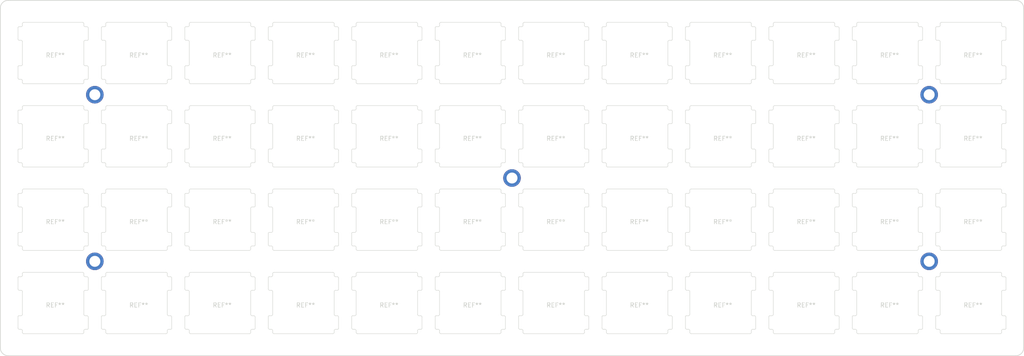
<source format=kicad_pcb>
(kicad_pcb (version 20171130) (host pcbnew 5.0.1)

  (general
    (thickness 1.6)
    (drawings 8)
    (tracks 5)
    (zones 0)
    (modules 48)
    (nets 1)
  )

  (page A4)
  (title_block
    (title SharkPCB)
    (date 2019-02-10)
    (rev V3.0.7)
    (company "Gondolin Electronics")
  )

  (layers
    (0 F.Cu signal)
    (31 B.Cu signal)
    (32 B.Adhes user hide)
    (33 F.Adhes user)
    (34 B.Paste user hide)
    (35 F.Paste user hide)
    (36 B.SilkS user)
    (37 F.SilkS user)
    (38 B.Mask user hide)
    (39 F.Mask user hide)
    (40 Dwgs.User user)
    (41 Cmts.User user)
    (42 Eco1.User user)
    (43 Eco2.User user)
    (44 Edge.Cuts user)
    (45 Margin user hide)
    (46 B.CrtYd user hide)
    (47 F.CrtYd user hide)
    (48 B.Fab user hide)
    (49 F.Fab user hide)
  )

  (setup
    (last_trace_width 0.254)
    (trace_clearance 0.13)
    (zone_clearance 0.127)
    (zone_45_only no)
    (trace_min 0.1)
    (segment_width 0.15)
    (edge_width 0.15)
    (via_size 0.45)
    (via_drill 0.2)
    (via_min_size 0.45)
    (via_min_drill 0.2)
    (uvia_size 0.45)
    (uvia_drill 0.2)
    (uvias_allowed no)
    (uvia_min_size 0.2)
    (uvia_min_drill 0.1)
    (pcb_text_width 0.3)
    (pcb_text_size 1.5 1.5)
    (mod_edge_width 0.15)
    (mod_text_size 1 1)
    (mod_text_width 0.15)
    (pad_size 1 2.2)
    (pad_drill 0.6)
    (pad_to_mask_clearance 0.051)
    (solder_mask_min_width 0.25)
    (aux_axis_origin 0 0)
    (grid_origin 148.463 102.743)
    (visible_elements FFFFFF7F)
    (pcbplotparams
      (layerselection 0x018f0_ffffffff)
      (usegerberextensions true)
      (usegerberattributes false)
      (usegerberadvancedattributes false)
      (creategerberjobfile false)
      (excludeedgelayer false)
      (linewidth 0.100000)
      (plotframeref false)
      (viasonmask false)
      (mode 1)
      (useauxorigin false)
      (hpglpennumber 1)
      (hpglpenspeed 20)
      (hpglpendiameter 15.000000)
      (psnegative false)
      (psa4output false)
      (plotreference true)
      (plotvalue true)
      (plotinvisibletext false)
      (padsonsilk false)
      (subtractmaskfromsilk false)
      (outputformat 1)
      (mirror false)
      (drillshape 0)
      (scaleselection 1)
      (outputdirectory "../../../gerbers/plates/loPro/fullGrid"))
  )

  (net 0 "")

  (net_class Default "This is the default net class."
    (clearance 0.13)
    (trace_width 0.254)
    (via_dia 0.45)
    (via_drill 0.2)
    (uvia_dia 0.45)
    (uvia_drill 0.2)
  )

  (net_class Fine ""
    (clearance 0.13)
    (trace_width 0.13)
    (via_dia 0.508)
    (via_drill 0.2032)
    (uvia_dia 0.45)
    (uvia_drill 0.2)
  )

  (module acheronSwitchSlots:slotMX100 (layer F.Cu) (tedit 5C8958E0) (tstamp 5C70FA05)
    (at 157.963 93.243)
    (fp_text reference REF** (at 0.5 0.5) (layer Edge.Cuts)
      (effects (font (size 1 1) (thickness 0.15)))
    )
    (fp_text value slotMX100 (at 0.5 -0.5) (layer F.Fab)
      (effects (font (size 1 1) (thickness 0.15)))
    )
    (fp_arc (start -7.8 -5.8) (end -7.8 -6) (angle -90) (layer Edge.Cuts) (width 0.1))
    (fp_arc (start -7.7 -3.2) (end -8 -3.2) (angle -90) (layer Edge.Cuts) (width 0.1))
    (fp_arc (start -7.3 -2.6) (end -7 -2.6) (angle -90) (layer Edge.Cuts) (width 0.1))
    (fp_arc (start -7.3 -6.3) (end -7.3 -6) (angle -90) (layer Edge.Cuts) (width 0.1))
    (fp_line (start -8 -5.8) (end -8 -3.2) (layer Edge.Cuts) (width 0.1))
    (fp_line (start -7.3 -2.9) (end -7.7 -2.9) (layer Edge.Cuts) (width 0.1))
    (fp_line (start -7.8 -6) (end -7.3 -6) (layer Edge.Cuts) (width 0.1))
    (fp_arc (start -7.3 6.3) (end -7 6.3) (angle -90) (layer Edge.Cuts) (width 0.1))
    (fp_arc (start -7.7 5.7) (end -8 5.7) (angle -90) (layer Edge.Cuts) (width 0.1))
    (fp_line (start -7.8 2.9) (end -7.3 2.9) (layer Edge.Cuts) (width 0.1))
    (fp_line (start -8 3.1) (end -8 5.7) (layer Edge.Cuts) (width 0.1))
    (fp_line (start -7.3 6) (end -7.7 6) (layer Edge.Cuts) (width 0.1))
    (fp_arc (start -7.3 2.6) (end -7.3 2.9) (angle -90) (layer Edge.Cuts) (width 0.1))
    (fp_arc (start -7.8 3.1) (end -7.8 2.9) (angle -90) (layer Edge.Cuts) (width 0.1))
    (fp_arc (start 7.8 5.8) (end 7.8 6) (angle -90) (layer Edge.Cuts) (width 0.1))
    (fp_arc (start 7.3 6.3) (end 7.3 6) (angle -90) (layer Edge.Cuts) (width 0.1))
    (fp_line (start 7.3 2.9) (end 7.7 2.9) (layer Edge.Cuts) (width 0.1))
    (fp_line (start 8 5.8) (end 8 3.2) (layer Edge.Cuts) (width 0.1))
    (fp_line (start 7.8 6) (end 7.3 6) (layer Edge.Cuts) (width 0.1))
    (fp_arc (start 7.7 3.2) (end 8 3.2) (angle -90) (layer Edge.Cuts) (width 0.1))
    (fp_arc (start 7.3 2.6) (end 7 2.6) (angle -90) (layer Edge.Cuts) (width 0.1))
    (fp_line (start 7 -6.7) (end 7 -6.3) (layer Edge.Cuts) (width 0.1))
    (fp_arc (start 7.7 -5.7) (end 8 -5.7) (angle -90) (layer Edge.Cuts) (width 0.1))
    (fp_arc (start 7.3 -6.3) (end 7 -6.3) (angle -90) (layer Edge.Cuts) (width 0.1))
    (fp_arc (start 6.7 6.7) (end 6.7 7) (angle -90) (layer Edge.Cuts) (width 0.1))
    (fp_line (start 7 2.6) (end 7 -2.6) (layer Edge.Cuts) (width 0.1))
    (fp_line (start 7.8 -2.9) (end 7.3 -2.9) (layer Edge.Cuts) (width 0.1))
    (fp_line (start 8 -3.1) (end 8 -5.7) (layer Edge.Cuts) (width 0.1))
    (fp_line (start 7.3 -6) (end 7.7 -6) (layer Edge.Cuts) (width 0.1))
    (fp_arc (start 7.3 -2.6) (end 7.3 -2.9) (angle -90) (layer Edge.Cuts) (width 0.1))
    (fp_arc (start 7.8 -3.1) (end 7.8 -2.9) (angle -90) (layer Edge.Cuts) (width 0.1))
    (fp_arc (start 6.7 -6.7) (end 7 -6.7) (angle -90) (layer Edge.Cuts) (width 0.1))
    (fp_line (start 7 6.3) (end 7 6.7) (layer Edge.Cuts) (width 0.1))
    (fp_line (start -7 -6.3) (end -7 -6.7) (layer Edge.Cuts) (width 0.1))
    (fp_line (start -7 -2.6) (end -7 2.6) (layer Edge.Cuts) (width 0.1))
    (fp_line (start 6.7 -7) (end -6.7 -7) (layer Edge.Cuts) (width 0.1))
    (fp_arc (start -6.7 -6.7) (end -6.7 -7) (angle -90) (layer Edge.Cuts) (width 0.1))
    (fp_line (start -7 6.7) (end -7 6.3) (layer Edge.Cuts) (width 0.1))
    (fp_arc (start -6.7 6.7) (end -7 6.7) (angle -90) (layer Edge.Cuts) (width 0.1))
    (fp_line (start 6.7 7) (end -6.7 7) (layer Edge.Cuts) (width 0.1))
    (model ${ACHERONLIB}/3d_models/mx_switch.step
      (offset (xyz -7.35 -7.3 1))
      (scale (xyz 1 1 1))
      (rotate (xyz -90 0 0))
    )
  )

  (module acheronSwitchSlots:slotMX100 (layer F.Cu) (tedit 5C8958E0) (tstamp 5C70FA1E)
    (at 138.963 93.243)
    (fp_text reference REF** (at 0.5 0.5) (layer Edge.Cuts)
      (effects (font (size 1 1) (thickness 0.15)))
    )
    (fp_text value slotMX100 (at 0.5 -0.5) (layer F.Fab)
      (effects (font (size 1 1) (thickness 0.15)))
    )
    (fp_arc (start -7.8 -5.8) (end -7.8 -6) (angle -90) (layer Edge.Cuts) (width 0.1))
    (fp_arc (start -7.7 -3.2) (end -8 -3.2) (angle -90) (layer Edge.Cuts) (width 0.1))
    (fp_arc (start -7.3 -2.6) (end -7 -2.6) (angle -90) (layer Edge.Cuts) (width 0.1))
    (fp_arc (start -7.3 -6.3) (end -7.3 -6) (angle -90) (layer Edge.Cuts) (width 0.1))
    (fp_line (start -8 -5.8) (end -8 -3.2) (layer Edge.Cuts) (width 0.1))
    (fp_line (start -7.3 -2.9) (end -7.7 -2.9) (layer Edge.Cuts) (width 0.1))
    (fp_line (start -7.8 -6) (end -7.3 -6) (layer Edge.Cuts) (width 0.1))
    (fp_arc (start -7.3 6.3) (end -7 6.3) (angle -90) (layer Edge.Cuts) (width 0.1))
    (fp_arc (start -7.7 5.7) (end -8 5.7) (angle -90) (layer Edge.Cuts) (width 0.1))
    (fp_line (start -7.8 2.9) (end -7.3 2.9) (layer Edge.Cuts) (width 0.1))
    (fp_line (start -8 3.1) (end -8 5.7) (layer Edge.Cuts) (width 0.1))
    (fp_line (start -7.3 6) (end -7.7 6) (layer Edge.Cuts) (width 0.1))
    (fp_arc (start -7.3 2.6) (end -7.3 2.9) (angle -90) (layer Edge.Cuts) (width 0.1))
    (fp_arc (start -7.8 3.1) (end -7.8 2.9) (angle -90) (layer Edge.Cuts) (width 0.1))
    (fp_arc (start 7.8 5.8) (end 7.8 6) (angle -90) (layer Edge.Cuts) (width 0.1))
    (fp_arc (start 7.3 6.3) (end 7.3 6) (angle -90) (layer Edge.Cuts) (width 0.1))
    (fp_line (start 7.3 2.9) (end 7.7 2.9) (layer Edge.Cuts) (width 0.1))
    (fp_line (start 8 5.8) (end 8 3.2) (layer Edge.Cuts) (width 0.1))
    (fp_line (start 7.8 6) (end 7.3 6) (layer Edge.Cuts) (width 0.1))
    (fp_arc (start 7.7 3.2) (end 8 3.2) (angle -90) (layer Edge.Cuts) (width 0.1))
    (fp_arc (start 7.3 2.6) (end 7 2.6) (angle -90) (layer Edge.Cuts) (width 0.1))
    (fp_line (start 7 -6.7) (end 7 -6.3) (layer Edge.Cuts) (width 0.1))
    (fp_arc (start 7.7 -5.7) (end 8 -5.7) (angle -90) (layer Edge.Cuts) (width 0.1))
    (fp_arc (start 7.3 -6.3) (end 7 -6.3) (angle -90) (layer Edge.Cuts) (width 0.1))
    (fp_arc (start 6.7 6.7) (end 6.7 7) (angle -90) (layer Edge.Cuts) (width 0.1))
    (fp_line (start 7 2.6) (end 7 -2.6) (layer Edge.Cuts) (width 0.1))
    (fp_line (start 7.8 -2.9) (end 7.3 -2.9) (layer Edge.Cuts) (width 0.1))
    (fp_line (start 8 -3.1) (end 8 -5.7) (layer Edge.Cuts) (width 0.1))
    (fp_line (start 7.3 -6) (end 7.7 -6) (layer Edge.Cuts) (width 0.1))
    (fp_arc (start 7.3 -2.6) (end 7.3 -2.9) (angle -90) (layer Edge.Cuts) (width 0.1))
    (fp_arc (start 7.8 -3.1) (end 7.8 -2.9) (angle -90) (layer Edge.Cuts) (width 0.1))
    (fp_arc (start 6.7 -6.7) (end 7 -6.7) (angle -90) (layer Edge.Cuts) (width 0.1))
    (fp_line (start 7 6.3) (end 7 6.7) (layer Edge.Cuts) (width 0.1))
    (fp_line (start -7 -6.3) (end -7 -6.7) (layer Edge.Cuts) (width 0.1))
    (fp_line (start -7 -2.6) (end -7 2.6) (layer Edge.Cuts) (width 0.1))
    (fp_line (start 6.7 -7) (end -6.7 -7) (layer Edge.Cuts) (width 0.1))
    (fp_arc (start -6.7 -6.7) (end -6.7 -7) (angle -90) (layer Edge.Cuts) (width 0.1))
    (fp_line (start -7 6.7) (end -7 6.3) (layer Edge.Cuts) (width 0.1))
    (fp_arc (start -6.7 6.7) (end -7 6.7) (angle -90) (layer Edge.Cuts) (width 0.1))
    (fp_line (start 6.7 7) (end -6.7 7) (layer Edge.Cuts) (width 0.1))
    (model ${ACHERONLIB}/3d_models/mx_switch.step
      (offset (xyz -7.35 -7.3 1))
      (scale (xyz 1 1 1))
      (rotate (xyz -90 0 0))
    )
  )

  (module acheronSwitchSlots:slotMX100 (layer F.Cu) (tedit 5C8958E0) (tstamp 5C70FA34)
    (at 119.963 93.243)
    (fp_text reference REF** (at 0.5 0.5) (layer Edge.Cuts)
      (effects (font (size 1 1) (thickness 0.15)))
    )
    (fp_text value slotMX100 (at 0.5 -0.5) (layer F.Fab)
      (effects (font (size 1 1) (thickness 0.15)))
    )
    (fp_arc (start -7.8 -5.8) (end -7.8 -6) (angle -90) (layer Edge.Cuts) (width 0.1))
    (fp_arc (start -7.7 -3.2) (end -8 -3.2) (angle -90) (layer Edge.Cuts) (width 0.1))
    (fp_arc (start -7.3 -2.6) (end -7 -2.6) (angle -90) (layer Edge.Cuts) (width 0.1))
    (fp_arc (start -7.3 -6.3) (end -7.3 -6) (angle -90) (layer Edge.Cuts) (width 0.1))
    (fp_line (start -8 -5.8) (end -8 -3.2) (layer Edge.Cuts) (width 0.1))
    (fp_line (start -7.3 -2.9) (end -7.7 -2.9) (layer Edge.Cuts) (width 0.1))
    (fp_line (start -7.8 -6) (end -7.3 -6) (layer Edge.Cuts) (width 0.1))
    (fp_arc (start -7.3 6.3) (end -7 6.3) (angle -90) (layer Edge.Cuts) (width 0.1))
    (fp_arc (start -7.7 5.7) (end -8 5.7) (angle -90) (layer Edge.Cuts) (width 0.1))
    (fp_line (start -7.8 2.9) (end -7.3 2.9) (layer Edge.Cuts) (width 0.1))
    (fp_line (start -8 3.1) (end -8 5.7) (layer Edge.Cuts) (width 0.1))
    (fp_line (start -7.3 6) (end -7.7 6) (layer Edge.Cuts) (width 0.1))
    (fp_arc (start -7.3 2.6) (end -7.3 2.9) (angle -90) (layer Edge.Cuts) (width 0.1))
    (fp_arc (start -7.8 3.1) (end -7.8 2.9) (angle -90) (layer Edge.Cuts) (width 0.1))
    (fp_arc (start 7.8 5.8) (end 7.8 6) (angle -90) (layer Edge.Cuts) (width 0.1))
    (fp_arc (start 7.3 6.3) (end 7.3 6) (angle -90) (layer Edge.Cuts) (width 0.1))
    (fp_line (start 7.3 2.9) (end 7.7 2.9) (layer Edge.Cuts) (width 0.1))
    (fp_line (start 8 5.8) (end 8 3.2) (layer Edge.Cuts) (width 0.1))
    (fp_line (start 7.8 6) (end 7.3 6) (layer Edge.Cuts) (width 0.1))
    (fp_arc (start 7.7 3.2) (end 8 3.2) (angle -90) (layer Edge.Cuts) (width 0.1))
    (fp_arc (start 7.3 2.6) (end 7 2.6) (angle -90) (layer Edge.Cuts) (width 0.1))
    (fp_line (start 7 -6.7) (end 7 -6.3) (layer Edge.Cuts) (width 0.1))
    (fp_arc (start 7.7 -5.7) (end 8 -5.7) (angle -90) (layer Edge.Cuts) (width 0.1))
    (fp_arc (start 7.3 -6.3) (end 7 -6.3) (angle -90) (layer Edge.Cuts) (width 0.1))
    (fp_arc (start 6.7 6.7) (end 6.7 7) (angle -90) (layer Edge.Cuts) (width 0.1))
    (fp_line (start 7 2.6) (end 7 -2.6) (layer Edge.Cuts) (width 0.1))
    (fp_line (start 7.8 -2.9) (end 7.3 -2.9) (layer Edge.Cuts) (width 0.1))
    (fp_line (start 8 -3.1) (end 8 -5.7) (layer Edge.Cuts) (width 0.1))
    (fp_line (start 7.3 -6) (end 7.7 -6) (layer Edge.Cuts) (width 0.1))
    (fp_arc (start 7.3 -2.6) (end 7.3 -2.9) (angle -90) (layer Edge.Cuts) (width 0.1))
    (fp_arc (start 7.8 -3.1) (end 7.8 -2.9) (angle -90) (layer Edge.Cuts) (width 0.1))
    (fp_arc (start 6.7 -6.7) (end 7 -6.7) (angle -90) (layer Edge.Cuts) (width 0.1))
    (fp_line (start 7 6.3) (end 7 6.7) (layer Edge.Cuts) (width 0.1))
    (fp_line (start -7 -6.3) (end -7 -6.7) (layer Edge.Cuts) (width 0.1))
    (fp_line (start -7 -2.6) (end -7 2.6) (layer Edge.Cuts) (width 0.1))
    (fp_line (start 6.7 -7) (end -6.7 -7) (layer Edge.Cuts) (width 0.1))
    (fp_arc (start -6.7 -6.7) (end -6.7 -7) (angle -90) (layer Edge.Cuts) (width 0.1))
    (fp_line (start -7 6.7) (end -7 6.3) (layer Edge.Cuts) (width 0.1))
    (fp_arc (start -6.7 6.7) (end -7 6.7) (angle -90) (layer Edge.Cuts) (width 0.1))
    (fp_line (start 6.7 7) (end -6.7 7) (layer Edge.Cuts) (width 0.1))
    (model ${ACHERONLIB}/3d_models/mx_switch.step
      (offset (xyz -7.35 -7.3 1))
      (scale (xyz 1 1 1))
      (rotate (xyz -90 0 0))
    )
  )

  (module acheronSwitchSlots:slotMX100 (layer F.Cu) (tedit 5C8958E0) (tstamp 5C70FA4A)
    (at 100.963 93.243)
    (fp_text reference REF** (at 0.5 0.5) (layer Edge.Cuts)
      (effects (font (size 1 1) (thickness 0.15)))
    )
    (fp_text value slotMX100 (at 0.5 -0.5) (layer F.Fab)
      (effects (font (size 1 1) (thickness 0.15)))
    )
    (fp_arc (start -7.8 -5.8) (end -7.8 -6) (angle -90) (layer Edge.Cuts) (width 0.1))
    (fp_arc (start -7.7 -3.2) (end -8 -3.2) (angle -90) (layer Edge.Cuts) (width 0.1))
    (fp_arc (start -7.3 -2.6) (end -7 -2.6) (angle -90) (layer Edge.Cuts) (width 0.1))
    (fp_arc (start -7.3 -6.3) (end -7.3 -6) (angle -90) (layer Edge.Cuts) (width 0.1))
    (fp_line (start -8 -5.8) (end -8 -3.2) (layer Edge.Cuts) (width 0.1))
    (fp_line (start -7.3 -2.9) (end -7.7 -2.9) (layer Edge.Cuts) (width 0.1))
    (fp_line (start -7.8 -6) (end -7.3 -6) (layer Edge.Cuts) (width 0.1))
    (fp_arc (start -7.3 6.3) (end -7 6.3) (angle -90) (layer Edge.Cuts) (width 0.1))
    (fp_arc (start -7.7 5.7) (end -8 5.7) (angle -90) (layer Edge.Cuts) (width 0.1))
    (fp_line (start -7.8 2.9) (end -7.3 2.9) (layer Edge.Cuts) (width 0.1))
    (fp_line (start -8 3.1) (end -8 5.7) (layer Edge.Cuts) (width 0.1))
    (fp_line (start -7.3 6) (end -7.7 6) (layer Edge.Cuts) (width 0.1))
    (fp_arc (start -7.3 2.6) (end -7.3 2.9) (angle -90) (layer Edge.Cuts) (width 0.1))
    (fp_arc (start -7.8 3.1) (end -7.8 2.9) (angle -90) (layer Edge.Cuts) (width 0.1))
    (fp_arc (start 7.8 5.8) (end 7.8 6) (angle -90) (layer Edge.Cuts) (width 0.1))
    (fp_arc (start 7.3 6.3) (end 7.3 6) (angle -90) (layer Edge.Cuts) (width 0.1))
    (fp_line (start 7.3 2.9) (end 7.7 2.9) (layer Edge.Cuts) (width 0.1))
    (fp_line (start 8 5.8) (end 8 3.2) (layer Edge.Cuts) (width 0.1))
    (fp_line (start 7.8 6) (end 7.3 6) (layer Edge.Cuts) (width 0.1))
    (fp_arc (start 7.7 3.2) (end 8 3.2) (angle -90) (layer Edge.Cuts) (width 0.1))
    (fp_arc (start 7.3 2.6) (end 7 2.6) (angle -90) (layer Edge.Cuts) (width 0.1))
    (fp_line (start 7 -6.7) (end 7 -6.3) (layer Edge.Cuts) (width 0.1))
    (fp_arc (start 7.7 -5.7) (end 8 -5.7) (angle -90) (layer Edge.Cuts) (width 0.1))
    (fp_arc (start 7.3 -6.3) (end 7 -6.3) (angle -90) (layer Edge.Cuts) (width 0.1))
    (fp_arc (start 6.7 6.7) (end 6.7 7) (angle -90) (layer Edge.Cuts) (width 0.1))
    (fp_line (start 7 2.6) (end 7 -2.6) (layer Edge.Cuts) (width 0.1))
    (fp_line (start 7.8 -2.9) (end 7.3 -2.9) (layer Edge.Cuts) (width 0.1))
    (fp_line (start 8 -3.1) (end 8 -5.7) (layer Edge.Cuts) (width 0.1))
    (fp_line (start 7.3 -6) (end 7.7 -6) (layer Edge.Cuts) (width 0.1))
    (fp_arc (start 7.3 -2.6) (end 7.3 -2.9) (angle -90) (layer Edge.Cuts) (width 0.1))
    (fp_arc (start 7.8 -3.1) (end 7.8 -2.9) (angle -90) (layer Edge.Cuts) (width 0.1))
    (fp_arc (start 6.7 -6.7) (end 7 -6.7) (angle -90) (layer Edge.Cuts) (width 0.1))
    (fp_line (start 7 6.3) (end 7 6.7) (layer Edge.Cuts) (width 0.1))
    (fp_line (start -7 -6.3) (end -7 -6.7) (layer Edge.Cuts) (width 0.1))
    (fp_line (start -7 -2.6) (end -7 2.6) (layer Edge.Cuts) (width 0.1))
    (fp_line (start 6.7 -7) (end -6.7 -7) (layer Edge.Cuts) (width 0.1))
    (fp_arc (start -6.7 -6.7) (end -6.7 -7) (angle -90) (layer Edge.Cuts) (width 0.1))
    (fp_line (start -7 6.7) (end -7 6.3) (layer Edge.Cuts) (width 0.1))
    (fp_arc (start -6.7 6.7) (end -7 6.7) (angle -90) (layer Edge.Cuts) (width 0.1))
    (fp_line (start 6.7 7) (end -6.7 7) (layer Edge.Cuts) (width 0.1))
    (model ${ACHERONLIB}/3d_models/mx_switch.step
      (offset (xyz -7.35 -7.3 1))
      (scale (xyz 1 1 1))
      (rotate (xyz -90 0 0))
    )
  )

  (module acheronSwitchSlots:slotMX100 (layer F.Cu) (tedit 5C8958E0) (tstamp 5C70FA60)
    (at 81.963 93.243)
    (fp_text reference REF** (at 0.5 0.5) (layer Edge.Cuts)
      (effects (font (size 1 1) (thickness 0.15)))
    )
    (fp_text value slotMX100 (at 0.5 -0.5) (layer F.Fab)
      (effects (font (size 1 1) (thickness 0.15)))
    )
    (fp_arc (start -7.8 -5.8) (end -7.8 -6) (angle -90) (layer Edge.Cuts) (width 0.1))
    (fp_arc (start -7.7 -3.2) (end -8 -3.2) (angle -90) (layer Edge.Cuts) (width 0.1))
    (fp_arc (start -7.3 -2.6) (end -7 -2.6) (angle -90) (layer Edge.Cuts) (width 0.1))
    (fp_arc (start -7.3 -6.3) (end -7.3 -6) (angle -90) (layer Edge.Cuts) (width 0.1))
    (fp_line (start -8 -5.8) (end -8 -3.2) (layer Edge.Cuts) (width 0.1))
    (fp_line (start -7.3 -2.9) (end -7.7 -2.9) (layer Edge.Cuts) (width 0.1))
    (fp_line (start -7.8 -6) (end -7.3 -6) (layer Edge.Cuts) (width 0.1))
    (fp_arc (start -7.3 6.3) (end -7 6.3) (angle -90) (layer Edge.Cuts) (width 0.1))
    (fp_arc (start -7.7 5.7) (end -8 5.7) (angle -90) (layer Edge.Cuts) (width 0.1))
    (fp_line (start -7.8 2.9) (end -7.3 2.9) (layer Edge.Cuts) (width 0.1))
    (fp_line (start -8 3.1) (end -8 5.7) (layer Edge.Cuts) (width 0.1))
    (fp_line (start -7.3 6) (end -7.7 6) (layer Edge.Cuts) (width 0.1))
    (fp_arc (start -7.3 2.6) (end -7.3 2.9) (angle -90) (layer Edge.Cuts) (width 0.1))
    (fp_arc (start -7.8 3.1) (end -7.8 2.9) (angle -90) (layer Edge.Cuts) (width 0.1))
    (fp_arc (start 7.8 5.8) (end 7.8 6) (angle -90) (layer Edge.Cuts) (width 0.1))
    (fp_arc (start 7.3 6.3) (end 7.3 6) (angle -90) (layer Edge.Cuts) (width 0.1))
    (fp_line (start 7.3 2.9) (end 7.7 2.9) (layer Edge.Cuts) (width 0.1))
    (fp_line (start 8 5.8) (end 8 3.2) (layer Edge.Cuts) (width 0.1))
    (fp_line (start 7.8 6) (end 7.3 6) (layer Edge.Cuts) (width 0.1))
    (fp_arc (start 7.7 3.2) (end 8 3.2) (angle -90) (layer Edge.Cuts) (width 0.1))
    (fp_arc (start 7.3 2.6) (end 7 2.6) (angle -90) (layer Edge.Cuts) (width 0.1))
    (fp_line (start 7 -6.7) (end 7 -6.3) (layer Edge.Cuts) (width 0.1))
    (fp_arc (start 7.7 -5.7) (end 8 -5.7) (angle -90) (layer Edge.Cuts) (width 0.1))
    (fp_arc (start 7.3 -6.3) (end 7 -6.3) (angle -90) (layer Edge.Cuts) (width 0.1))
    (fp_arc (start 6.7 6.7) (end 6.7 7) (angle -90) (layer Edge.Cuts) (width 0.1))
    (fp_line (start 7 2.6) (end 7 -2.6) (layer Edge.Cuts) (width 0.1))
    (fp_line (start 7.8 -2.9) (end 7.3 -2.9) (layer Edge.Cuts) (width 0.1))
    (fp_line (start 8 -3.1) (end 8 -5.7) (layer Edge.Cuts) (width 0.1))
    (fp_line (start 7.3 -6) (end 7.7 -6) (layer Edge.Cuts) (width 0.1))
    (fp_arc (start 7.3 -2.6) (end 7.3 -2.9) (angle -90) (layer Edge.Cuts) (width 0.1))
    (fp_arc (start 7.8 -3.1) (end 7.8 -2.9) (angle -90) (layer Edge.Cuts) (width 0.1))
    (fp_arc (start 6.7 -6.7) (end 7 -6.7) (angle -90) (layer Edge.Cuts) (width 0.1))
    (fp_line (start 7 6.3) (end 7 6.7) (layer Edge.Cuts) (width 0.1))
    (fp_line (start -7 -6.3) (end -7 -6.7) (layer Edge.Cuts) (width 0.1))
    (fp_line (start -7 -2.6) (end -7 2.6) (layer Edge.Cuts) (width 0.1))
    (fp_line (start 6.7 -7) (end -6.7 -7) (layer Edge.Cuts) (width 0.1))
    (fp_arc (start -6.7 -6.7) (end -6.7 -7) (angle -90) (layer Edge.Cuts) (width 0.1))
    (fp_line (start -7 6.7) (end -7 6.3) (layer Edge.Cuts) (width 0.1))
    (fp_arc (start -6.7 6.7) (end -7 6.7) (angle -90) (layer Edge.Cuts) (width 0.1))
    (fp_line (start 6.7 7) (end -6.7 7) (layer Edge.Cuts) (width 0.1))
    (model ${ACHERONLIB}/3d_models/mx_switch.step
      (offset (xyz -7.35 -7.3 1))
      (scale (xyz 1 1 1))
      (rotate (xyz -90 0 0))
    )
  )

  (module acheronSwitchSlots:slotMX100 (layer F.Cu) (tedit 5C8958E0) (tstamp 5C70FA76)
    (at 62.963 93.243)
    (fp_text reference REF** (at 0.5 0.5) (layer Edge.Cuts)
      (effects (font (size 1 1) (thickness 0.15)))
    )
    (fp_text value slotMX100 (at 0.5 -0.5) (layer F.Fab)
      (effects (font (size 1 1) (thickness 0.15)))
    )
    (fp_arc (start -7.8 -5.8) (end -7.8 -6) (angle -90) (layer Edge.Cuts) (width 0.1))
    (fp_arc (start -7.7 -3.2) (end -8 -3.2) (angle -90) (layer Edge.Cuts) (width 0.1))
    (fp_arc (start -7.3 -2.6) (end -7 -2.6) (angle -90) (layer Edge.Cuts) (width 0.1))
    (fp_arc (start -7.3 -6.3) (end -7.3 -6) (angle -90) (layer Edge.Cuts) (width 0.1))
    (fp_line (start -8 -5.8) (end -8 -3.2) (layer Edge.Cuts) (width 0.1))
    (fp_line (start -7.3 -2.9) (end -7.7 -2.9) (layer Edge.Cuts) (width 0.1))
    (fp_line (start -7.8 -6) (end -7.3 -6) (layer Edge.Cuts) (width 0.1))
    (fp_arc (start -7.3 6.3) (end -7 6.3) (angle -90) (layer Edge.Cuts) (width 0.1))
    (fp_arc (start -7.7 5.7) (end -8 5.7) (angle -90) (layer Edge.Cuts) (width 0.1))
    (fp_line (start -7.8 2.9) (end -7.3 2.9) (layer Edge.Cuts) (width 0.1))
    (fp_line (start -8 3.1) (end -8 5.7) (layer Edge.Cuts) (width 0.1))
    (fp_line (start -7.3 6) (end -7.7 6) (layer Edge.Cuts) (width 0.1))
    (fp_arc (start -7.3 2.6) (end -7.3 2.9) (angle -90) (layer Edge.Cuts) (width 0.1))
    (fp_arc (start -7.8 3.1) (end -7.8 2.9) (angle -90) (layer Edge.Cuts) (width 0.1))
    (fp_arc (start 7.8 5.8) (end 7.8 6) (angle -90) (layer Edge.Cuts) (width 0.1))
    (fp_arc (start 7.3 6.3) (end 7.3 6) (angle -90) (layer Edge.Cuts) (width 0.1))
    (fp_line (start 7.3 2.9) (end 7.7 2.9) (layer Edge.Cuts) (width 0.1))
    (fp_line (start 8 5.8) (end 8 3.2) (layer Edge.Cuts) (width 0.1))
    (fp_line (start 7.8 6) (end 7.3 6) (layer Edge.Cuts) (width 0.1))
    (fp_arc (start 7.7 3.2) (end 8 3.2) (angle -90) (layer Edge.Cuts) (width 0.1))
    (fp_arc (start 7.3 2.6) (end 7 2.6) (angle -90) (layer Edge.Cuts) (width 0.1))
    (fp_line (start 7 -6.7) (end 7 -6.3) (layer Edge.Cuts) (width 0.1))
    (fp_arc (start 7.7 -5.7) (end 8 -5.7) (angle -90) (layer Edge.Cuts) (width 0.1))
    (fp_arc (start 7.3 -6.3) (end 7 -6.3) (angle -90) (layer Edge.Cuts) (width 0.1))
    (fp_arc (start 6.7 6.7) (end 6.7 7) (angle -90) (layer Edge.Cuts) (width 0.1))
    (fp_line (start 7 2.6) (end 7 -2.6) (layer Edge.Cuts) (width 0.1))
    (fp_line (start 7.8 -2.9) (end 7.3 -2.9) (layer Edge.Cuts) (width 0.1))
    (fp_line (start 8 -3.1) (end 8 -5.7) (layer Edge.Cuts) (width 0.1))
    (fp_line (start 7.3 -6) (end 7.7 -6) (layer Edge.Cuts) (width 0.1))
    (fp_arc (start 7.3 -2.6) (end 7.3 -2.9) (angle -90) (layer Edge.Cuts) (width 0.1))
    (fp_arc (start 7.8 -3.1) (end 7.8 -2.9) (angle -90) (layer Edge.Cuts) (width 0.1))
    (fp_arc (start 6.7 -6.7) (end 7 -6.7) (angle -90) (layer Edge.Cuts) (width 0.1))
    (fp_line (start 7 6.3) (end 7 6.7) (layer Edge.Cuts) (width 0.1))
    (fp_line (start -7 -6.3) (end -7 -6.7) (layer Edge.Cuts) (width 0.1))
    (fp_line (start -7 -2.6) (end -7 2.6) (layer Edge.Cuts) (width 0.1))
    (fp_line (start 6.7 -7) (end -6.7 -7) (layer Edge.Cuts) (width 0.1))
    (fp_arc (start -6.7 -6.7) (end -6.7 -7) (angle -90) (layer Edge.Cuts) (width 0.1))
    (fp_line (start -7 6.7) (end -7 6.3) (layer Edge.Cuts) (width 0.1))
    (fp_arc (start -6.7 6.7) (end -7 6.7) (angle -90) (layer Edge.Cuts) (width 0.1))
    (fp_line (start 6.7 7) (end -6.7 7) (layer Edge.Cuts) (width 0.1))
    (model ${ACHERONLIB}/3d_models/mx_switch.step
      (offset (xyz -7.35 -7.3 1))
      (scale (xyz 1 1 1))
      (rotate (xyz -90 0 0))
    )
  )

  (module acheronSwitchSlots:slotMX100 (layer F.Cu) (tedit 5C8958E0) (tstamp 5C70FA8C)
    (at 43.963 93.243)
    (fp_text reference REF** (at 0.5 0.5) (layer Edge.Cuts)
      (effects (font (size 1 1) (thickness 0.15)))
    )
    (fp_text value slotMX100 (at 0.5 -0.5) (layer F.Fab)
      (effects (font (size 1 1) (thickness 0.15)))
    )
    (fp_arc (start -7.8 -5.8) (end -7.8 -6) (angle -90) (layer Edge.Cuts) (width 0.1))
    (fp_arc (start -7.7 -3.2) (end -8 -3.2) (angle -90) (layer Edge.Cuts) (width 0.1))
    (fp_arc (start -7.3 -2.6) (end -7 -2.6) (angle -90) (layer Edge.Cuts) (width 0.1))
    (fp_arc (start -7.3 -6.3) (end -7.3 -6) (angle -90) (layer Edge.Cuts) (width 0.1))
    (fp_line (start -8 -5.8) (end -8 -3.2) (layer Edge.Cuts) (width 0.1))
    (fp_line (start -7.3 -2.9) (end -7.7 -2.9) (layer Edge.Cuts) (width 0.1))
    (fp_line (start -7.8 -6) (end -7.3 -6) (layer Edge.Cuts) (width 0.1))
    (fp_arc (start -7.3 6.3) (end -7 6.3) (angle -90) (layer Edge.Cuts) (width 0.1))
    (fp_arc (start -7.7 5.7) (end -8 5.7) (angle -90) (layer Edge.Cuts) (width 0.1))
    (fp_line (start -7.8 2.9) (end -7.3 2.9) (layer Edge.Cuts) (width 0.1))
    (fp_line (start -8 3.1) (end -8 5.7) (layer Edge.Cuts) (width 0.1))
    (fp_line (start -7.3 6) (end -7.7 6) (layer Edge.Cuts) (width 0.1))
    (fp_arc (start -7.3 2.6) (end -7.3 2.9) (angle -90) (layer Edge.Cuts) (width 0.1))
    (fp_arc (start -7.8 3.1) (end -7.8 2.9) (angle -90) (layer Edge.Cuts) (width 0.1))
    (fp_arc (start 7.8 5.8) (end 7.8 6) (angle -90) (layer Edge.Cuts) (width 0.1))
    (fp_arc (start 7.3 6.3) (end 7.3 6) (angle -90) (layer Edge.Cuts) (width 0.1))
    (fp_line (start 7.3 2.9) (end 7.7 2.9) (layer Edge.Cuts) (width 0.1))
    (fp_line (start 8 5.8) (end 8 3.2) (layer Edge.Cuts) (width 0.1))
    (fp_line (start 7.8 6) (end 7.3 6) (layer Edge.Cuts) (width 0.1))
    (fp_arc (start 7.7 3.2) (end 8 3.2) (angle -90) (layer Edge.Cuts) (width 0.1))
    (fp_arc (start 7.3 2.6) (end 7 2.6) (angle -90) (layer Edge.Cuts) (width 0.1))
    (fp_line (start 7 -6.7) (end 7 -6.3) (layer Edge.Cuts) (width 0.1))
    (fp_arc (start 7.7 -5.7) (end 8 -5.7) (angle -90) (layer Edge.Cuts) (width 0.1))
    (fp_arc (start 7.3 -6.3) (end 7 -6.3) (angle -90) (layer Edge.Cuts) (width 0.1))
    (fp_arc (start 6.7 6.7) (end 6.7 7) (angle -90) (layer Edge.Cuts) (width 0.1))
    (fp_line (start 7 2.6) (end 7 -2.6) (layer Edge.Cuts) (width 0.1))
    (fp_line (start 7.8 -2.9) (end 7.3 -2.9) (layer Edge.Cuts) (width 0.1))
    (fp_line (start 8 -3.1) (end 8 -5.7) (layer Edge.Cuts) (width 0.1))
    (fp_line (start 7.3 -6) (end 7.7 -6) (layer Edge.Cuts) (width 0.1))
    (fp_arc (start 7.3 -2.6) (end 7.3 -2.9) (angle -90) (layer Edge.Cuts) (width 0.1))
    (fp_arc (start 7.8 -3.1) (end 7.8 -2.9) (angle -90) (layer Edge.Cuts) (width 0.1))
    (fp_arc (start 6.7 -6.7) (end 7 -6.7) (angle -90) (layer Edge.Cuts) (width 0.1))
    (fp_line (start 7 6.3) (end 7 6.7) (layer Edge.Cuts) (width 0.1))
    (fp_line (start -7 -6.3) (end -7 -6.7) (layer Edge.Cuts) (width 0.1))
    (fp_line (start -7 -2.6) (end -7 2.6) (layer Edge.Cuts) (width 0.1))
    (fp_line (start 6.7 -7) (end -6.7 -7) (layer Edge.Cuts) (width 0.1))
    (fp_arc (start -6.7 -6.7) (end -6.7 -7) (angle -90) (layer Edge.Cuts) (width 0.1))
    (fp_line (start -7 6.7) (end -7 6.3) (layer Edge.Cuts) (width 0.1))
    (fp_arc (start -6.7 6.7) (end -7 6.7) (angle -90) (layer Edge.Cuts) (width 0.1))
    (fp_line (start 6.7 7) (end -6.7 7) (layer Edge.Cuts) (width 0.1))
    (model ${ACHERONLIB}/3d_models/mx_switch.step
      (offset (xyz -7.35 -7.3 1))
      (scale (xyz 1 1 1))
      (rotate (xyz -90 0 0))
    )
  )

  (module acheronSwitchSlots:slotMX100 (layer F.Cu) (tedit 5C8958E0) (tstamp 5C70FAA2)
    (at 176.963 93.243)
    (fp_text reference REF** (at 0.5 0.5) (layer Edge.Cuts)
      (effects (font (size 1 1) (thickness 0.15)))
    )
    (fp_text value slotMX100 (at 0.5 -0.5) (layer F.Fab)
      (effects (font (size 1 1) (thickness 0.15)))
    )
    (fp_arc (start -7.8 -5.8) (end -7.8 -6) (angle -90) (layer Edge.Cuts) (width 0.1))
    (fp_arc (start -7.7 -3.2) (end -8 -3.2) (angle -90) (layer Edge.Cuts) (width 0.1))
    (fp_arc (start -7.3 -2.6) (end -7 -2.6) (angle -90) (layer Edge.Cuts) (width 0.1))
    (fp_arc (start -7.3 -6.3) (end -7.3 -6) (angle -90) (layer Edge.Cuts) (width 0.1))
    (fp_line (start -8 -5.8) (end -8 -3.2) (layer Edge.Cuts) (width 0.1))
    (fp_line (start -7.3 -2.9) (end -7.7 -2.9) (layer Edge.Cuts) (width 0.1))
    (fp_line (start -7.8 -6) (end -7.3 -6) (layer Edge.Cuts) (width 0.1))
    (fp_arc (start -7.3 6.3) (end -7 6.3) (angle -90) (layer Edge.Cuts) (width 0.1))
    (fp_arc (start -7.7 5.7) (end -8 5.7) (angle -90) (layer Edge.Cuts) (width 0.1))
    (fp_line (start -7.8 2.9) (end -7.3 2.9) (layer Edge.Cuts) (width 0.1))
    (fp_line (start -8 3.1) (end -8 5.7) (layer Edge.Cuts) (width 0.1))
    (fp_line (start -7.3 6) (end -7.7 6) (layer Edge.Cuts) (width 0.1))
    (fp_arc (start -7.3 2.6) (end -7.3 2.9) (angle -90) (layer Edge.Cuts) (width 0.1))
    (fp_arc (start -7.8 3.1) (end -7.8 2.9) (angle -90) (layer Edge.Cuts) (width 0.1))
    (fp_arc (start 7.8 5.8) (end 7.8 6) (angle -90) (layer Edge.Cuts) (width 0.1))
    (fp_arc (start 7.3 6.3) (end 7.3 6) (angle -90) (layer Edge.Cuts) (width 0.1))
    (fp_line (start 7.3 2.9) (end 7.7 2.9) (layer Edge.Cuts) (width 0.1))
    (fp_line (start 8 5.8) (end 8 3.2) (layer Edge.Cuts) (width 0.1))
    (fp_line (start 7.8 6) (end 7.3 6) (layer Edge.Cuts) (width 0.1))
    (fp_arc (start 7.7 3.2) (end 8 3.2) (angle -90) (layer Edge.Cuts) (width 0.1))
    (fp_arc (start 7.3 2.6) (end 7 2.6) (angle -90) (layer Edge.Cuts) (width 0.1))
    (fp_line (start 7 -6.7) (end 7 -6.3) (layer Edge.Cuts) (width 0.1))
    (fp_arc (start 7.7 -5.7) (end 8 -5.7) (angle -90) (layer Edge.Cuts) (width 0.1))
    (fp_arc (start 7.3 -6.3) (end 7 -6.3) (angle -90) (layer Edge.Cuts) (width 0.1))
    (fp_arc (start 6.7 6.7) (end 6.7 7) (angle -90) (layer Edge.Cuts) (width 0.1))
    (fp_line (start 7 2.6) (end 7 -2.6) (layer Edge.Cuts) (width 0.1))
    (fp_line (start 7.8 -2.9) (end 7.3 -2.9) (layer Edge.Cuts) (width 0.1))
    (fp_line (start 8 -3.1) (end 8 -5.7) (layer Edge.Cuts) (width 0.1))
    (fp_line (start 7.3 -6) (end 7.7 -6) (layer Edge.Cuts) (width 0.1))
    (fp_arc (start 7.3 -2.6) (end 7.3 -2.9) (angle -90) (layer Edge.Cuts) (width 0.1))
    (fp_arc (start 7.8 -3.1) (end 7.8 -2.9) (angle -90) (layer Edge.Cuts) (width 0.1))
    (fp_arc (start 6.7 -6.7) (end 7 -6.7) (angle -90) (layer Edge.Cuts) (width 0.1))
    (fp_line (start 7 6.3) (end 7 6.7) (layer Edge.Cuts) (width 0.1))
    (fp_line (start -7 -6.3) (end -7 -6.7) (layer Edge.Cuts) (width 0.1))
    (fp_line (start -7 -2.6) (end -7 2.6) (layer Edge.Cuts) (width 0.1))
    (fp_line (start 6.7 -7) (end -6.7 -7) (layer Edge.Cuts) (width 0.1))
    (fp_arc (start -6.7 -6.7) (end -6.7 -7) (angle -90) (layer Edge.Cuts) (width 0.1))
    (fp_line (start -7 6.7) (end -7 6.3) (layer Edge.Cuts) (width 0.1))
    (fp_arc (start -6.7 6.7) (end -7 6.7) (angle -90) (layer Edge.Cuts) (width 0.1))
    (fp_line (start 6.7 7) (end -6.7 7) (layer Edge.Cuts) (width 0.1))
    (model ${ACHERONLIB}/3d_models/mx_switch.step
      (offset (xyz -7.35 -7.3 1))
      (scale (xyz 1 1 1))
      (rotate (xyz -90 0 0))
    )
  )

  (module acheronSwitchSlots:slotMX100 (layer F.Cu) (tedit 5C8958E0) (tstamp 5C70FAB8)
    (at 195.963 93.243)
    (fp_text reference REF** (at 0.5 0.5) (layer Edge.Cuts)
      (effects (font (size 1 1) (thickness 0.15)))
    )
    (fp_text value slotMX100 (at 0.5 -0.5) (layer F.Fab)
      (effects (font (size 1 1) (thickness 0.15)))
    )
    (fp_arc (start -7.8 -5.8) (end -7.8 -6) (angle -90) (layer Edge.Cuts) (width 0.1))
    (fp_arc (start -7.7 -3.2) (end -8 -3.2) (angle -90) (layer Edge.Cuts) (width 0.1))
    (fp_arc (start -7.3 -2.6) (end -7 -2.6) (angle -90) (layer Edge.Cuts) (width 0.1))
    (fp_arc (start -7.3 -6.3) (end -7.3 -6) (angle -90) (layer Edge.Cuts) (width 0.1))
    (fp_line (start -8 -5.8) (end -8 -3.2) (layer Edge.Cuts) (width 0.1))
    (fp_line (start -7.3 -2.9) (end -7.7 -2.9) (layer Edge.Cuts) (width 0.1))
    (fp_line (start -7.8 -6) (end -7.3 -6) (layer Edge.Cuts) (width 0.1))
    (fp_arc (start -7.3 6.3) (end -7 6.3) (angle -90) (layer Edge.Cuts) (width 0.1))
    (fp_arc (start -7.7 5.7) (end -8 5.7) (angle -90) (layer Edge.Cuts) (width 0.1))
    (fp_line (start -7.8 2.9) (end -7.3 2.9) (layer Edge.Cuts) (width 0.1))
    (fp_line (start -8 3.1) (end -8 5.7) (layer Edge.Cuts) (width 0.1))
    (fp_line (start -7.3 6) (end -7.7 6) (layer Edge.Cuts) (width 0.1))
    (fp_arc (start -7.3 2.6) (end -7.3 2.9) (angle -90) (layer Edge.Cuts) (width 0.1))
    (fp_arc (start -7.8 3.1) (end -7.8 2.9) (angle -90) (layer Edge.Cuts) (width 0.1))
    (fp_arc (start 7.8 5.8) (end 7.8 6) (angle -90) (layer Edge.Cuts) (width 0.1))
    (fp_arc (start 7.3 6.3) (end 7.3 6) (angle -90) (layer Edge.Cuts) (width 0.1))
    (fp_line (start 7.3 2.9) (end 7.7 2.9) (layer Edge.Cuts) (width 0.1))
    (fp_line (start 8 5.8) (end 8 3.2) (layer Edge.Cuts) (width 0.1))
    (fp_line (start 7.8 6) (end 7.3 6) (layer Edge.Cuts) (width 0.1))
    (fp_arc (start 7.7 3.2) (end 8 3.2) (angle -90) (layer Edge.Cuts) (width 0.1))
    (fp_arc (start 7.3 2.6) (end 7 2.6) (angle -90) (layer Edge.Cuts) (width 0.1))
    (fp_line (start 7 -6.7) (end 7 -6.3) (layer Edge.Cuts) (width 0.1))
    (fp_arc (start 7.7 -5.7) (end 8 -5.7) (angle -90) (layer Edge.Cuts) (width 0.1))
    (fp_arc (start 7.3 -6.3) (end 7 -6.3) (angle -90) (layer Edge.Cuts) (width 0.1))
    (fp_arc (start 6.7 6.7) (end 6.7 7) (angle -90) (layer Edge.Cuts) (width 0.1))
    (fp_line (start 7 2.6) (end 7 -2.6) (layer Edge.Cuts) (width 0.1))
    (fp_line (start 7.8 -2.9) (end 7.3 -2.9) (layer Edge.Cuts) (width 0.1))
    (fp_line (start 8 -3.1) (end 8 -5.7) (layer Edge.Cuts) (width 0.1))
    (fp_line (start 7.3 -6) (end 7.7 -6) (layer Edge.Cuts) (width 0.1))
    (fp_arc (start 7.3 -2.6) (end 7.3 -2.9) (angle -90) (layer Edge.Cuts) (width 0.1))
    (fp_arc (start 7.8 -3.1) (end 7.8 -2.9) (angle -90) (layer Edge.Cuts) (width 0.1))
    (fp_arc (start 6.7 -6.7) (end 7 -6.7) (angle -90) (layer Edge.Cuts) (width 0.1))
    (fp_line (start 7 6.3) (end 7 6.7) (layer Edge.Cuts) (width 0.1))
    (fp_line (start -7 -6.3) (end -7 -6.7) (layer Edge.Cuts) (width 0.1))
    (fp_line (start -7 -2.6) (end -7 2.6) (layer Edge.Cuts) (width 0.1))
    (fp_line (start 6.7 -7) (end -6.7 -7) (layer Edge.Cuts) (width 0.1))
    (fp_arc (start -6.7 -6.7) (end -6.7 -7) (angle -90) (layer Edge.Cuts) (width 0.1))
    (fp_line (start -7 6.7) (end -7 6.3) (layer Edge.Cuts) (width 0.1))
    (fp_arc (start -6.7 6.7) (end -7 6.7) (angle -90) (layer Edge.Cuts) (width 0.1))
    (fp_line (start 6.7 7) (end -6.7 7) (layer Edge.Cuts) (width 0.1))
    (model ${ACHERONLIB}/3d_models/mx_switch.step
      (offset (xyz -7.35 -7.3 1))
      (scale (xyz 1 1 1))
      (rotate (xyz -90 0 0))
    )
  )

  (module acheronSwitchSlots:slotMX100 (layer F.Cu) (tedit 5C8958E0) (tstamp 5C70FACE)
    (at 214.963 93.243)
    (fp_text reference REF** (at 0.5 0.5) (layer Edge.Cuts)
      (effects (font (size 1 1) (thickness 0.15)))
    )
    (fp_text value slotMX100 (at 0.5 -0.5) (layer F.Fab)
      (effects (font (size 1 1) (thickness 0.15)))
    )
    (fp_arc (start -7.8 -5.8) (end -7.8 -6) (angle -90) (layer Edge.Cuts) (width 0.1))
    (fp_arc (start -7.7 -3.2) (end -8 -3.2) (angle -90) (layer Edge.Cuts) (width 0.1))
    (fp_arc (start -7.3 -2.6) (end -7 -2.6) (angle -90) (layer Edge.Cuts) (width 0.1))
    (fp_arc (start -7.3 -6.3) (end -7.3 -6) (angle -90) (layer Edge.Cuts) (width 0.1))
    (fp_line (start -8 -5.8) (end -8 -3.2) (layer Edge.Cuts) (width 0.1))
    (fp_line (start -7.3 -2.9) (end -7.7 -2.9) (layer Edge.Cuts) (width 0.1))
    (fp_line (start -7.8 -6) (end -7.3 -6) (layer Edge.Cuts) (width 0.1))
    (fp_arc (start -7.3 6.3) (end -7 6.3) (angle -90) (layer Edge.Cuts) (width 0.1))
    (fp_arc (start -7.7 5.7) (end -8 5.7) (angle -90) (layer Edge.Cuts) (width 0.1))
    (fp_line (start -7.8 2.9) (end -7.3 2.9) (layer Edge.Cuts) (width 0.1))
    (fp_line (start -8 3.1) (end -8 5.7) (layer Edge.Cuts) (width 0.1))
    (fp_line (start -7.3 6) (end -7.7 6) (layer Edge.Cuts) (width 0.1))
    (fp_arc (start -7.3 2.6) (end -7.3 2.9) (angle -90) (layer Edge.Cuts) (width 0.1))
    (fp_arc (start -7.8 3.1) (end -7.8 2.9) (angle -90) (layer Edge.Cuts) (width 0.1))
    (fp_arc (start 7.8 5.8) (end 7.8 6) (angle -90) (layer Edge.Cuts) (width 0.1))
    (fp_arc (start 7.3 6.3) (end 7.3 6) (angle -90) (layer Edge.Cuts) (width 0.1))
    (fp_line (start 7.3 2.9) (end 7.7 2.9) (layer Edge.Cuts) (width 0.1))
    (fp_line (start 8 5.8) (end 8 3.2) (layer Edge.Cuts) (width 0.1))
    (fp_line (start 7.8 6) (end 7.3 6) (layer Edge.Cuts) (width 0.1))
    (fp_arc (start 7.7 3.2) (end 8 3.2) (angle -90) (layer Edge.Cuts) (width 0.1))
    (fp_arc (start 7.3 2.6) (end 7 2.6) (angle -90) (layer Edge.Cuts) (width 0.1))
    (fp_line (start 7 -6.7) (end 7 -6.3) (layer Edge.Cuts) (width 0.1))
    (fp_arc (start 7.7 -5.7) (end 8 -5.7) (angle -90) (layer Edge.Cuts) (width 0.1))
    (fp_arc (start 7.3 -6.3) (end 7 -6.3) (angle -90) (layer Edge.Cuts) (width 0.1))
    (fp_arc (start 6.7 6.7) (end 6.7 7) (angle -90) (layer Edge.Cuts) (width 0.1))
    (fp_line (start 7 2.6) (end 7 -2.6) (layer Edge.Cuts) (width 0.1))
    (fp_line (start 7.8 -2.9) (end 7.3 -2.9) (layer Edge.Cuts) (width 0.1))
    (fp_line (start 8 -3.1) (end 8 -5.7) (layer Edge.Cuts) (width 0.1))
    (fp_line (start 7.3 -6) (end 7.7 -6) (layer Edge.Cuts) (width 0.1))
    (fp_arc (start 7.3 -2.6) (end 7.3 -2.9) (angle -90) (layer Edge.Cuts) (width 0.1))
    (fp_arc (start 7.8 -3.1) (end 7.8 -2.9) (angle -90) (layer Edge.Cuts) (width 0.1))
    (fp_arc (start 6.7 -6.7) (end 7 -6.7) (angle -90) (layer Edge.Cuts) (width 0.1))
    (fp_line (start 7 6.3) (end 7 6.7) (layer Edge.Cuts) (width 0.1))
    (fp_line (start -7 -6.3) (end -7 -6.7) (layer Edge.Cuts) (width 0.1))
    (fp_line (start -7 -2.6) (end -7 2.6) (layer Edge.Cuts) (width 0.1))
    (fp_line (start 6.7 -7) (end -6.7 -7) (layer Edge.Cuts) (width 0.1))
    (fp_arc (start -6.7 -6.7) (end -6.7 -7) (angle -90) (layer Edge.Cuts) (width 0.1))
    (fp_line (start -7 6.7) (end -7 6.3) (layer Edge.Cuts) (width 0.1))
    (fp_arc (start -6.7 6.7) (end -7 6.7) (angle -90) (layer Edge.Cuts) (width 0.1))
    (fp_line (start 6.7 7) (end -6.7 7) (layer Edge.Cuts) (width 0.1))
    (model ${ACHERONLIB}/3d_models/mx_switch.step
      (offset (xyz -7.35 -7.3 1))
      (scale (xyz 1 1 1))
      (rotate (xyz -90 0 0))
    )
  )

  (module acheronSwitchSlots:slotMX100 (layer F.Cu) (tedit 5C8958E0) (tstamp 5C70FAE4)
    (at 233.963 93.243)
    (fp_text reference REF** (at 0.5 0.5) (layer Edge.Cuts)
      (effects (font (size 1 1) (thickness 0.15)))
    )
    (fp_text value slotMX100 (at 0.5 -0.5) (layer F.Fab)
      (effects (font (size 1 1) (thickness 0.15)))
    )
    (fp_arc (start -7.8 -5.8) (end -7.8 -6) (angle -90) (layer Edge.Cuts) (width 0.1))
    (fp_arc (start -7.7 -3.2) (end -8 -3.2) (angle -90) (layer Edge.Cuts) (width 0.1))
    (fp_arc (start -7.3 -2.6) (end -7 -2.6) (angle -90) (layer Edge.Cuts) (width 0.1))
    (fp_arc (start -7.3 -6.3) (end -7.3 -6) (angle -90) (layer Edge.Cuts) (width 0.1))
    (fp_line (start -8 -5.8) (end -8 -3.2) (layer Edge.Cuts) (width 0.1))
    (fp_line (start -7.3 -2.9) (end -7.7 -2.9) (layer Edge.Cuts) (width 0.1))
    (fp_line (start -7.8 -6) (end -7.3 -6) (layer Edge.Cuts) (width 0.1))
    (fp_arc (start -7.3 6.3) (end -7 6.3) (angle -90) (layer Edge.Cuts) (width 0.1))
    (fp_arc (start -7.7 5.7) (end -8 5.7) (angle -90) (layer Edge.Cuts) (width 0.1))
    (fp_line (start -7.8 2.9) (end -7.3 2.9) (layer Edge.Cuts) (width 0.1))
    (fp_line (start -8 3.1) (end -8 5.7) (layer Edge.Cuts) (width 0.1))
    (fp_line (start -7.3 6) (end -7.7 6) (layer Edge.Cuts) (width 0.1))
    (fp_arc (start -7.3 2.6) (end -7.3 2.9) (angle -90) (layer Edge.Cuts) (width 0.1))
    (fp_arc (start -7.8 3.1) (end -7.8 2.9) (angle -90) (layer Edge.Cuts) (width 0.1))
    (fp_arc (start 7.8 5.8) (end 7.8 6) (angle -90) (layer Edge.Cuts) (width 0.1))
    (fp_arc (start 7.3 6.3) (end 7.3 6) (angle -90) (layer Edge.Cuts) (width 0.1))
    (fp_line (start 7.3 2.9) (end 7.7 2.9) (layer Edge.Cuts) (width 0.1))
    (fp_line (start 8 5.8) (end 8 3.2) (layer Edge.Cuts) (width 0.1))
    (fp_line (start 7.8 6) (end 7.3 6) (layer Edge.Cuts) (width 0.1))
    (fp_arc (start 7.7 3.2) (end 8 3.2) (angle -90) (layer Edge.Cuts) (width 0.1))
    (fp_arc (start 7.3 2.6) (end 7 2.6) (angle -90) (layer Edge.Cuts) (width 0.1))
    (fp_line (start 7 -6.7) (end 7 -6.3) (layer Edge.Cuts) (width 0.1))
    (fp_arc (start 7.7 -5.7) (end 8 -5.7) (angle -90) (layer Edge.Cuts) (width 0.1))
    (fp_arc (start 7.3 -6.3) (end 7 -6.3) (angle -90) (layer Edge.Cuts) (width 0.1))
    (fp_arc (start 6.7 6.7) (end 6.7 7) (angle -90) (layer Edge.Cuts) (width 0.1))
    (fp_line (start 7 2.6) (end 7 -2.6) (layer Edge.Cuts) (width 0.1))
    (fp_line (start 7.8 -2.9) (end 7.3 -2.9) (layer Edge.Cuts) (width 0.1))
    (fp_line (start 8 -3.1) (end 8 -5.7) (layer Edge.Cuts) (width 0.1))
    (fp_line (start 7.3 -6) (end 7.7 -6) (layer Edge.Cuts) (width 0.1))
    (fp_arc (start 7.3 -2.6) (end 7.3 -2.9) (angle -90) (layer Edge.Cuts) (width 0.1))
    (fp_arc (start 7.8 -3.1) (end 7.8 -2.9) (angle -90) (layer Edge.Cuts) (width 0.1))
    (fp_arc (start 6.7 -6.7) (end 7 -6.7) (angle -90) (layer Edge.Cuts) (width 0.1))
    (fp_line (start 7 6.3) (end 7 6.7) (layer Edge.Cuts) (width 0.1))
    (fp_line (start -7 -6.3) (end -7 -6.7) (layer Edge.Cuts) (width 0.1))
    (fp_line (start -7 -2.6) (end -7 2.6) (layer Edge.Cuts) (width 0.1))
    (fp_line (start 6.7 -7) (end -6.7 -7) (layer Edge.Cuts) (width 0.1))
    (fp_arc (start -6.7 -6.7) (end -6.7 -7) (angle -90) (layer Edge.Cuts) (width 0.1))
    (fp_line (start -7 6.7) (end -7 6.3) (layer Edge.Cuts) (width 0.1))
    (fp_arc (start -6.7 6.7) (end -7 6.7) (angle -90) (layer Edge.Cuts) (width 0.1))
    (fp_line (start 6.7 7) (end -6.7 7) (layer Edge.Cuts) (width 0.1))
    (model ${ACHERONLIB}/3d_models/mx_switch.step
      (offset (xyz -7.35 -7.3 1))
      (scale (xyz 1 1 1))
      (rotate (xyz -90 0 0))
    )
  )

  (module acheronSwitchSlots:slotMX100 (layer F.Cu) (tedit 5C8958E0) (tstamp 5C70FAFA)
    (at 252.963 93.243)
    (fp_text reference REF** (at 0.5 0.5) (layer Edge.Cuts)
      (effects (font (size 1 1) (thickness 0.15)))
    )
    (fp_text value slotMX100 (at 0.5 -0.5) (layer F.Fab)
      (effects (font (size 1 1) (thickness 0.15)))
    )
    (fp_arc (start -7.8 -5.8) (end -7.8 -6) (angle -90) (layer Edge.Cuts) (width 0.1))
    (fp_arc (start -7.7 -3.2) (end -8 -3.2) (angle -90) (layer Edge.Cuts) (width 0.1))
    (fp_arc (start -7.3 -2.6) (end -7 -2.6) (angle -90) (layer Edge.Cuts) (width 0.1))
    (fp_arc (start -7.3 -6.3) (end -7.3 -6) (angle -90) (layer Edge.Cuts) (width 0.1))
    (fp_line (start -8 -5.8) (end -8 -3.2) (layer Edge.Cuts) (width 0.1))
    (fp_line (start -7.3 -2.9) (end -7.7 -2.9) (layer Edge.Cuts) (width 0.1))
    (fp_line (start -7.8 -6) (end -7.3 -6) (layer Edge.Cuts) (width 0.1))
    (fp_arc (start -7.3 6.3) (end -7 6.3) (angle -90) (layer Edge.Cuts) (width 0.1))
    (fp_arc (start -7.7 5.7) (end -8 5.7) (angle -90) (layer Edge.Cuts) (width 0.1))
    (fp_line (start -7.8 2.9) (end -7.3 2.9) (layer Edge.Cuts) (width 0.1))
    (fp_line (start -8 3.1) (end -8 5.7) (layer Edge.Cuts) (width 0.1))
    (fp_line (start -7.3 6) (end -7.7 6) (layer Edge.Cuts) (width 0.1))
    (fp_arc (start -7.3 2.6) (end -7.3 2.9) (angle -90) (layer Edge.Cuts) (width 0.1))
    (fp_arc (start -7.8 3.1) (end -7.8 2.9) (angle -90) (layer Edge.Cuts) (width 0.1))
    (fp_arc (start 7.8 5.8) (end 7.8 6) (angle -90) (layer Edge.Cuts) (width 0.1))
    (fp_arc (start 7.3 6.3) (end 7.3 6) (angle -90) (layer Edge.Cuts) (width 0.1))
    (fp_line (start 7.3 2.9) (end 7.7 2.9) (layer Edge.Cuts) (width 0.1))
    (fp_line (start 8 5.8) (end 8 3.2) (layer Edge.Cuts) (width 0.1))
    (fp_line (start 7.8 6) (end 7.3 6) (layer Edge.Cuts) (width 0.1))
    (fp_arc (start 7.7 3.2) (end 8 3.2) (angle -90) (layer Edge.Cuts) (width 0.1))
    (fp_arc (start 7.3 2.6) (end 7 2.6) (angle -90) (layer Edge.Cuts) (width 0.1))
    (fp_line (start 7 -6.7) (end 7 -6.3) (layer Edge.Cuts) (width 0.1))
    (fp_arc (start 7.7 -5.7) (end 8 -5.7) (angle -90) (layer Edge.Cuts) (width 0.1))
    (fp_arc (start 7.3 -6.3) (end 7 -6.3) (angle -90) (layer Edge.Cuts) (width 0.1))
    (fp_arc (start 6.7 6.7) (end 6.7 7) (angle -90) (layer Edge.Cuts) (width 0.1))
    (fp_line (start 7 2.6) (end 7 -2.6) (layer Edge.Cuts) (width 0.1))
    (fp_line (start 7.8 -2.9) (end 7.3 -2.9) (layer Edge.Cuts) (width 0.1))
    (fp_line (start 8 -3.1) (end 8 -5.7) (layer Edge.Cuts) (width 0.1))
    (fp_line (start 7.3 -6) (end 7.7 -6) (layer Edge.Cuts) (width 0.1))
    (fp_arc (start 7.3 -2.6) (end 7.3 -2.9) (angle -90) (layer Edge.Cuts) (width 0.1))
    (fp_arc (start 7.8 -3.1) (end 7.8 -2.9) (angle -90) (layer Edge.Cuts) (width 0.1))
    (fp_arc (start 6.7 -6.7) (end 7 -6.7) (angle -90) (layer Edge.Cuts) (width 0.1))
    (fp_line (start 7 6.3) (end 7 6.7) (layer Edge.Cuts) (width 0.1))
    (fp_line (start -7 -6.3) (end -7 -6.7) (layer Edge.Cuts) (width 0.1))
    (fp_line (start -7 -2.6) (end -7 2.6) (layer Edge.Cuts) (width 0.1))
    (fp_line (start 6.7 -7) (end -6.7 -7) (layer Edge.Cuts) (width 0.1))
    (fp_arc (start -6.7 -6.7) (end -6.7 -7) (angle -90) (layer Edge.Cuts) (width 0.1))
    (fp_line (start -7 6.7) (end -7 6.3) (layer Edge.Cuts) (width 0.1))
    (fp_arc (start -6.7 6.7) (end -7 6.7) (angle -90) (layer Edge.Cuts) (width 0.1))
    (fp_line (start 6.7 7) (end -6.7 7) (layer Edge.Cuts) (width 0.1))
    (model ${ACHERONLIB}/3d_models/mx_switch.step
      (offset (xyz -7.35 -7.3 1))
      (scale (xyz 1 1 1))
      (rotate (xyz -90 0 0))
    )
  )

  (module acheronSwitchSlots:slotMX100 (layer F.Cu) (tedit 5C8958E0) (tstamp 5C70FB94)
    (at 43.963 74.243)
    (fp_text reference REF** (at 0.5 0.5) (layer Edge.Cuts)
      (effects (font (size 1 1) (thickness 0.15)))
    )
    (fp_text value slotMX100 (at 0.5 -0.5) (layer F.Fab)
      (effects (font (size 1 1) (thickness 0.15)))
    )
    (fp_arc (start -7.8 -5.8) (end -7.8 -6) (angle -90) (layer Edge.Cuts) (width 0.1))
    (fp_arc (start -7.7 -3.2) (end -8 -3.2) (angle -90) (layer Edge.Cuts) (width 0.1))
    (fp_arc (start -7.3 -2.6) (end -7 -2.6) (angle -90) (layer Edge.Cuts) (width 0.1))
    (fp_arc (start -7.3 -6.3) (end -7.3 -6) (angle -90) (layer Edge.Cuts) (width 0.1))
    (fp_line (start -8 -5.8) (end -8 -3.2) (layer Edge.Cuts) (width 0.1))
    (fp_line (start -7.3 -2.9) (end -7.7 -2.9) (layer Edge.Cuts) (width 0.1))
    (fp_line (start -7.8 -6) (end -7.3 -6) (layer Edge.Cuts) (width 0.1))
    (fp_arc (start -7.3 6.3) (end -7 6.3) (angle -90) (layer Edge.Cuts) (width 0.1))
    (fp_arc (start -7.7 5.7) (end -8 5.7) (angle -90) (layer Edge.Cuts) (width 0.1))
    (fp_line (start -7.8 2.9) (end -7.3 2.9) (layer Edge.Cuts) (width 0.1))
    (fp_line (start -8 3.1) (end -8 5.7) (layer Edge.Cuts) (width 0.1))
    (fp_line (start -7.3 6) (end -7.7 6) (layer Edge.Cuts) (width 0.1))
    (fp_arc (start -7.3 2.6) (end -7.3 2.9) (angle -90) (layer Edge.Cuts) (width 0.1))
    (fp_arc (start -7.8 3.1) (end -7.8 2.9) (angle -90) (layer Edge.Cuts) (width 0.1))
    (fp_arc (start 7.8 5.8) (end 7.8 6) (angle -90) (layer Edge.Cuts) (width 0.1))
    (fp_arc (start 7.3 6.3) (end 7.3 6) (angle -90) (layer Edge.Cuts) (width 0.1))
    (fp_line (start 7.3 2.9) (end 7.7 2.9) (layer Edge.Cuts) (width 0.1))
    (fp_line (start 8 5.8) (end 8 3.2) (layer Edge.Cuts) (width 0.1))
    (fp_line (start 7.8 6) (end 7.3 6) (layer Edge.Cuts) (width 0.1))
    (fp_arc (start 7.7 3.2) (end 8 3.2) (angle -90) (layer Edge.Cuts) (width 0.1))
    (fp_arc (start 7.3 2.6) (end 7 2.6) (angle -90) (layer Edge.Cuts) (width 0.1))
    (fp_line (start 7 -6.7) (end 7 -6.3) (layer Edge.Cuts) (width 0.1))
    (fp_arc (start 7.7 -5.7) (end 8 -5.7) (angle -90) (layer Edge.Cuts) (width 0.1))
    (fp_arc (start 7.3 -6.3) (end 7 -6.3) (angle -90) (layer Edge.Cuts) (width 0.1))
    (fp_arc (start 6.7 6.7) (end 6.7 7) (angle -90) (layer Edge.Cuts) (width 0.1))
    (fp_line (start 7 2.6) (end 7 -2.6) (layer Edge.Cuts) (width 0.1))
    (fp_line (start 7.8 -2.9) (end 7.3 -2.9) (layer Edge.Cuts) (width 0.1))
    (fp_line (start 8 -3.1) (end 8 -5.7) (layer Edge.Cuts) (width 0.1))
    (fp_line (start 7.3 -6) (end 7.7 -6) (layer Edge.Cuts) (width 0.1))
    (fp_arc (start 7.3 -2.6) (end 7.3 -2.9) (angle -90) (layer Edge.Cuts) (width 0.1))
    (fp_arc (start 7.8 -3.1) (end 7.8 -2.9) (angle -90) (layer Edge.Cuts) (width 0.1))
    (fp_arc (start 6.7 -6.7) (end 7 -6.7) (angle -90) (layer Edge.Cuts) (width 0.1))
    (fp_line (start 7 6.3) (end 7 6.7) (layer Edge.Cuts) (width 0.1))
    (fp_line (start -7 -6.3) (end -7 -6.7) (layer Edge.Cuts) (width 0.1))
    (fp_line (start -7 -2.6) (end -7 2.6) (layer Edge.Cuts) (width 0.1))
    (fp_line (start 6.7 -7) (end -6.7 -7) (layer Edge.Cuts) (width 0.1))
    (fp_arc (start -6.7 -6.7) (end -6.7 -7) (angle -90) (layer Edge.Cuts) (width 0.1))
    (fp_line (start -7 6.7) (end -7 6.3) (layer Edge.Cuts) (width 0.1))
    (fp_arc (start -6.7 6.7) (end -7 6.7) (angle -90) (layer Edge.Cuts) (width 0.1))
    (fp_line (start 6.7 7) (end -6.7 7) (layer Edge.Cuts) (width 0.1))
    (model ${ACHERONLIB}/3d_models/mx_switch.step
      (offset (xyz -7.35 -7.3 1))
      (scale (xyz 1 1 1))
      (rotate (xyz -90 0 0))
    )
  )

  (module acheronSwitchSlots:slotMX100 (layer F.Cu) (tedit 5C8958E0) (tstamp 5C70FB9F)
    (at 214.963 74.243)
    (fp_text reference REF** (at 0.5 0.5) (layer Edge.Cuts)
      (effects (font (size 1 1) (thickness 0.15)))
    )
    (fp_text value slotMX100 (at 0.5 -0.5) (layer F.Fab)
      (effects (font (size 1 1) (thickness 0.15)))
    )
    (fp_arc (start -7.8 -5.8) (end -7.8 -6) (angle -90) (layer Edge.Cuts) (width 0.1))
    (fp_arc (start -7.7 -3.2) (end -8 -3.2) (angle -90) (layer Edge.Cuts) (width 0.1))
    (fp_arc (start -7.3 -2.6) (end -7 -2.6) (angle -90) (layer Edge.Cuts) (width 0.1))
    (fp_arc (start -7.3 -6.3) (end -7.3 -6) (angle -90) (layer Edge.Cuts) (width 0.1))
    (fp_line (start -8 -5.8) (end -8 -3.2) (layer Edge.Cuts) (width 0.1))
    (fp_line (start -7.3 -2.9) (end -7.7 -2.9) (layer Edge.Cuts) (width 0.1))
    (fp_line (start -7.8 -6) (end -7.3 -6) (layer Edge.Cuts) (width 0.1))
    (fp_arc (start -7.3 6.3) (end -7 6.3) (angle -90) (layer Edge.Cuts) (width 0.1))
    (fp_arc (start -7.7 5.7) (end -8 5.7) (angle -90) (layer Edge.Cuts) (width 0.1))
    (fp_line (start -7.8 2.9) (end -7.3 2.9) (layer Edge.Cuts) (width 0.1))
    (fp_line (start -8 3.1) (end -8 5.7) (layer Edge.Cuts) (width 0.1))
    (fp_line (start -7.3 6) (end -7.7 6) (layer Edge.Cuts) (width 0.1))
    (fp_arc (start -7.3 2.6) (end -7.3 2.9) (angle -90) (layer Edge.Cuts) (width 0.1))
    (fp_arc (start -7.8 3.1) (end -7.8 2.9) (angle -90) (layer Edge.Cuts) (width 0.1))
    (fp_arc (start 7.8 5.8) (end 7.8 6) (angle -90) (layer Edge.Cuts) (width 0.1))
    (fp_arc (start 7.3 6.3) (end 7.3 6) (angle -90) (layer Edge.Cuts) (width 0.1))
    (fp_line (start 7.3 2.9) (end 7.7 2.9) (layer Edge.Cuts) (width 0.1))
    (fp_line (start 8 5.8) (end 8 3.2) (layer Edge.Cuts) (width 0.1))
    (fp_line (start 7.8 6) (end 7.3 6) (layer Edge.Cuts) (width 0.1))
    (fp_arc (start 7.7 3.2) (end 8 3.2) (angle -90) (layer Edge.Cuts) (width 0.1))
    (fp_arc (start 7.3 2.6) (end 7 2.6) (angle -90) (layer Edge.Cuts) (width 0.1))
    (fp_line (start 7 -6.7) (end 7 -6.3) (layer Edge.Cuts) (width 0.1))
    (fp_arc (start 7.7 -5.7) (end 8 -5.7) (angle -90) (layer Edge.Cuts) (width 0.1))
    (fp_arc (start 7.3 -6.3) (end 7 -6.3) (angle -90) (layer Edge.Cuts) (width 0.1))
    (fp_arc (start 6.7 6.7) (end 6.7 7) (angle -90) (layer Edge.Cuts) (width 0.1))
    (fp_line (start 7 2.6) (end 7 -2.6) (layer Edge.Cuts) (width 0.1))
    (fp_line (start 7.8 -2.9) (end 7.3 -2.9) (layer Edge.Cuts) (width 0.1))
    (fp_line (start 8 -3.1) (end 8 -5.7) (layer Edge.Cuts) (width 0.1))
    (fp_line (start 7.3 -6) (end 7.7 -6) (layer Edge.Cuts) (width 0.1))
    (fp_arc (start 7.3 -2.6) (end 7.3 -2.9) (angle -90) (layer Edge.Cuts) (width 0.1))
    (fp_arc (start 7.8 -3.1) (end 7.8 -2.9) (angle -90) (layer Edge.Cuts) (width 0.1))
    (fp_arc (start 6.7 -6.7) (end 7 -6.7) (angle -90) (layer Edge.Cuts) (width 0.1))
    (fp_line (start 7 6.3) (end 7 6.7) (layer Edge.Cuts) (width 0.1))
    (fp_line (start -7 -6.3) (end -7 -6.7) (layer Edge.Cuts) (width 0.1))
    (fp_line (start -7 -2.6) (end -7 2.6) (layer Edge.Cuts) (width 0.1))
    (fp_line (start 6.7 -7) (end -6.7 -7) (layer Edge.Cuts) (width 0.1))
    (fp_arc (start -6.7 -6.7) (end -6.7 -7) (angle -90) (layer Edge.Cuts) (width 0.1))
    (fp_line (start -7 6.7) (end -7 6.3) (layer Edge.Cuts) (width 0.1))
    (fp_arc (start -6.7 6.7) (end -7 6.7) (angle -90) (layer Edge.Cuts) (width 0.1))
    (fp_line (start 6.7 7) (end -6.7 7) (layer Edge.Cuts) (width 0.1))
    (model ${ACHERONLIB}/3d_models/mx_switch.step
      (offset (xyz -7.35 -7.3 1))
      (scale (xyz 1 1 1))
      (rotate (xyz -90 0 0))
    )
  )

  (module acheronSwitchSlots:slotMX100 (layer F.Cu) (tedit 5C8958E0) (tstamp 5C70FBAA)
    (at 62.963 74.243)
    (fp_text reference REF** (at 0.5 0.5) (layer Edge.Cuts)
      (effects (font (size 1 1) (thickness 0.15)))
    )
    (fp_text value slotMX100 (at 0.5 -0.5) (layer F.Fab)
      (effects (font (size 1 1) (thickness 0.15)))
    )
    (fp_arc (start -7.8 -5.8) (end -7.8 -6) (angle -90) (layer Edge.Cuts) (width 0.1))
    (fp_arc (start -7.7 -3.2) (end -8 -3.2) (angle -90) (layer Edge.Cuts) (width 0.1))
    (fp_arc (start -7.3 -2.6) (end -7 -2.6) (angle -90) (layer Edge.Cuts) (width 0.1))
    (fp_arc (start -7.3 -6.3) (end -7.3 -6) (angle -90) (layer Edge.Cuts) (width 0.1))
    (fp_line (start -8 -5.8) (end -8 -3.2) (layer Edge.Cuts) (width 0.1))
    (fp_line (start -7.3 -2.9) (end -7.7 -2.9) (layer Edge.Cuts) (width 0.1))
    (fp_line (start -7.8 -6) (end -7.3 -6) (layer Edge.Cuts) (width 0.1))
    (fp_arc (start -7.3 6.3) (end -7 6.3) (angle -90) (layer Edge.Cuts) (width 0.1))
    (fp_arc (start -7.7 5.7) (end -8 5.7) (angle -90) (layer Edge.Cuts) (width 0.1))
    (fp_line (start -7.8 2.9) (end -7.3 2.9) (layer Edge.Cuts) (width 0.1))
    (fp_line (start -8 3.1) (end -8 5.7) (layer Edge.Cuts) (width 0.1))
    (fp_line (start -7.3 6) (end -7.7 6) (layer Edge.Cuts) (width 0.1))
    (fp_arc (start -7.3 2.6) (end -7.3 2.9) (angle -90) (layer Edge.Cuts) (width 0.1))
    (fp_arc (start -7.8 3.1) (end -7.8 2.9) (angle -90) (layer Edge.Cuts) (width 0.1))
    (fp_arc (start 7.8 5.8) (end 7.8 6) (angle -90) (layer Edge.Cuts) (width 0.1))
    (fp_arc (start 7.3 6.3) (end 7.3 6) (angle -90) (layer Edge.Cuts) (width 0.1))
    (fp_line (start 7.3 2.9) (end 7.7 2.9) (layer Edge.Cuts) (width 0.1))
    (fp_line (start 8 5.8) (end 8 3.2) (layer Edge.Cuts) (width 0.1))
    (fp_line (start 7.8 6) (end 7.3 6) (layer Edge.Cuts) (width 0.1))
    (fp_arc (start 7.7 3.2) (end 8 3.2) (angle -90) (layer Edge.Cuts) (width 0.1))
    (fp_arc (start 7.3 2.6) (end 7 2.6) (angle -90) (layer Edge.Cuts) (width 0.1))
    (fp_line (start 7 -6.7) (end 7 -6.3) (layer Edge.Cuts) (width 0.1))
    (fp_arc (start 7.7 -5.7) (end 8 -5.7) (angle -90) (layer Edge.Cuts) (width 0.1))
    (fp_arc (start 7.3 -6.3) (end 7 -6.3) (angle -90) (layer Edge.Cuts) (width 0.1))
    (fp_arc (start 6.7 6.7) (end 6.7 7) (angle -90) (layer Edge.Cuts) (width 0.1))
    (fp_line (start 7 2.6) (end 7 -2.6) (layer Edge.Cuts) (width 0.1))
    (fp_line (start 7.8 -2.9) (end 7.3 -2.9) (layer Edge.Cuts) (width 0.1))
    (fp_line (start 8 -3.1) (end 8 -5.7) (layer Edge.Cuts) (width 0.1))
    (fp_line (start 7.3 -6) (end 7.7 -6) (layer Edge.Cuts) (width 0.1))
    (fp_arc (start 7.3 -2.6) (end 7.3 -2.9) (angle -90) (layer Edge.Cuts) (width 0.1))
    (fp_arc (start 7.8 -3.1) (end 7.8 -2.9) (angle -90) (layer Edge.Cuts) (width 0.1))
    (fp_arc (start 6.7 -6.7) (end 7 -6.7) (angle -90) (layer Edge.Cuts) (width 0.1))
    (fp_line (start 7 6.3) (end 7 6.7) (layer Edge.Cuts) (width 0.1))
    (fp_line (start -7 -6.3) (end -7 -6.7) (layer Edge.Cuts) (width 0.1))
    (fp_line (start -7 -2.6) (end -7 2.6) (layer Edge.Cuts) (width 0.1))
    (fp_line (start 6.7 -7) (end -6.7 -7) (layer Edge.Cuts) (width 0.1))
    (fp_arc (start -6.7 -6.7) (end -6.7 -7) (angle -90) (layer Edge.Cuts) (width 0.1))
    (fp_line (start -7 6.7) (end -7 6.3) (layer Edge.Cuts) (width 0.1))
    (fp_arc (start -6.7 6.7) (end -7 6.7) (angle -90) (layer Edge.Cuts) (width 0.1))
    (fp_line (start 6.7 7) (end -6.7 7) (layer Edge.Cuts) (width 0.1))
    (model ${ACHERONLIB}/3d_models/mx_switch.step
      (offset (xyz -7.35 -7.3 1))
      (scale (xyz 1 1 1))
      (rotate (xyz -90 0 0))
    )
  )

  (module acheronSwitchSlots:slotMX100 (layer F.Cu) (tedit 5C8958E0) (tstamp 5C70FBB5)
    (at 81.963 74.243)
    (fp_text reference REF** (at 0.5 0.5) (layer Edge.Cuts)
      (effects (font (size 1 1) (thickness 0.15)))
    )
    (fp_text value slotMX100 (at 0.5 -0.5) (layer F.Fab)
      (effects (font (size 1 1) (thickness 0.15)))
    )
    (fp_arc (start -7.8 -5.8) (end -7.8 -6) (angle -90) (layer Edge.Cuts) (width 0.1))
    (fp_arc (start -7.7 -3.2) (end -8 -3.2) (angle -90) (layer Edge.Cuts) (width 0.1))
    (fp_arc (start -7.3 -2.6) (end -7 -2.6) (angle -90) (layer Edge.Cuts) (width 0.1))
    (fp_arc (start -7.3 -6.3) (end -7.3 -6) (angle -90) (layer Edge.Cuts) (width 0.1))
    (fp_line (start -8 -5.8) (end -8 -3.2) (layer Edge.Cuts) (width 0.1))
    (fp_line (start -7.3 -2.9) (end -7.7 -2.9) (layer Edge.Cuts) (width 0.1))
    (fp_line (start -7.8 -6) (end -7.3 -6) (layer Edge.Cuts) (width 0.1))
    (fp_arc (start -7.3 6.3) (end -7 6.3) (angle -90) (layer Edge.Cuts) (width 0.1))
    (fp_arc (start -7.7 5.7) (end -8 5.7) (angle -90) (layer Edge.Cuts) (width 0.1))
    (fp_line (start -7.8 2.9) (end -7.3 2.9) (layer Edge.Cuts) (width 0.1))
    (fp_line (start -8 3.1) (end -8 5.7) (layer Edge.Cuts) (width 0.1))
    (fp_line (start -7.3 6) (end -7.7 6) (layer Edge.Cuts) (width 0.1))
    (fp_arc (start -7.3 2.6) (end -7.3 2.9) (angle -90) (layer Edge.Cuts) (width 0.1))
    (fp_arc (start -7.8 3.1) (end -7.8 2.9) (angle -90) (layer Edge.Cuts) (width 0.1))
    (fp_arc (start 7.8 5.8) (end 7.8 6) (angle -90) (layer Edge.Cuts) (width 0.1))
    (fp_arc (start 7.3 6.3) (end 7.3 6) (angle -90) (layer Edge.Cuts) (width 0.1))
    (fp_line (start 7.3 2.9) (end 7.7 2.9) (layer Edge.Cuts) (width 0.1))
    (fp_line (start 8 5.8) (end 8 3.2) (layer Edge.Cuts) (width 0.1))
    (fp_line (start 7.8 6) (end 7.3 6) (layer Edge.Cuts) (width 0.1))
    (fp_arc (start 7.7 3.2) (end 8 3.2) (angle -90) (layer Edge.Cuts) (width 0.1))
    (fp_arc (start 7.3 2.6) (end 7 2.6) (angle -90) (layer Edge.Cuts) (width 0.1))
    (fp_line (start 7 -6.7) (end 7 -6.3) (layer Edge.Cuts) (width 0.1))
    (fp_arc (start 7.7 -5.7) (end 8 -5.7) (angle -90) (layer Edge.Cuts) (width 0.1))
    (fp_arc (start 7.3 -6.3) (end 7 -6.3) (angle -90) (layer Edge.Cuts) (width 0.1))
    (fp_arc (start 6.7 6.7) (end 6.7 7) (angle -90) (layer Edge.Cuts) (width 0.1))
    (fp_line (start 7 2.6) (end 7 -2.6) (layer Edge.Cuts) (width 0.1))
    (fp_line (start 7.8 -2.9) (end 7.3 -2.9) (layer Edge.Cuts) (width 0.1))
    (fp_line (start 8 -3.1) (end 8 -5.7) (layer Edge.Cuts) (width 0.1))
    (fp_line (start 7.3 -6) (end 7.7 -6) (layer Edge.Cuts) (width 0.1))
    (fp_arc (start 7.3 -2.6) (end 7.3 -2.9) (angle -90) (layer Edge.Cuts) (width 0.1))
    (fp_arc (start 7.8 -3.1) (end 7.8 -2.9) (angle -90) (layer Edge.Cuts) (width 0.1))
    (fp_arc (start 6.7 -6.7) (end 7 -6.7) (angle -90) (layer Edge.Cuts) (width 0.1))
    (fp_line (start 7 6.3) (end 7 6.7) (layer Edge.Cuts) (width 0.1))
    (fp_line (start -7 -6.3) (end -7 -6.7) (layer Edge.Cuts) (width 0.1))
    (fp_line (start -7 -2.6) (end -7 2.6) (layer Edge.Cuts) (width 0.1))
    (fp_line (start 6.7 -7) (end -6.7 -7) (layer Edge.Cuts) (width 0.1))
    (fp_arc (start -6.7 -6.7) (end -6.7 -7) (angle -90) (layer Edge.Cuts) (width 0.1))
    (fp_line (start -7 6.7) (end -7 6.3) (layer Edge.Cuts) (width 0.1))
    (fp_arc (start -6.7 6.7) (end -7 6.7) (angle -90) (layer Edge.Cuts) (width 0.1))
    (fp_line (start 6.7 7) (end -6.7 7) (layer Edge.Cuts) (width 0.1))
    (model ${ACHERONLIB}/3d_models/mx_switch.step
      (offset (xyz -7.35 -7.3 1))
      (scale (xyz 1 1 1))
      (rotate (xyz -90 0 0))
    )
  )

  (module acheronSwitchSlots:slotMX100 (layer F.Cu) (tedit 5C8958E0) (tstamp 5C70FBC0)
    (at 252.963 74.243)
    (fp_text reference REF** (at 0.5 0.5) (layer Edge.Cuts)
      (effects (font (size 1 1) (thickness 0.15)))
    )
    (fp_text value slotMX100 (at 0.5 -0.5) (layer F.Fab)
      (effects (font (size 1 1) (thickness 0.15)))
    )
    (fp_arc (start -7.8 -5.8) (end -7.8 -6) (angle -90) (layer Edge.Cuts) (width 0.1))
    (fp_arc (start -7.7 -3.2) (end -8 -3.2) (angle -90) (layer Edge.Cuts) (width 0.1))
    (fp_arc (start -7.3 -2.6) (end -7 -2.6) (angle -90) (layer Edge.Cuts) (width 0.1))
    (fp_arc (start -7.3 -6.3) (end -7.3 -6) (angle -90) (layer Edge.Cuts) (width 0.1))
    (fp_line (start -8 -5.8) (end -8 -3.2) (layer Edge.Cuts) (width 0.1))
    (fp_line (start -7.3 -2.9) (end -7.7 -2.9) (layer Edge.Cuts) (width 0.1))
    (fp_line (start -7.8 -6) (end -7.3 -6) (layer Edge.Cuts) (width 0.1))
    (fp_arc (start -7.3 6.3) (end -7 6.3) (angle -90) (layer Edge.Cuts) (width 0.1))
    (fp_arc (start -7.7 5.7) (end -8 5.7) (angle -90) (layer Edge.Cuts) (width 0.1))
    (fp_line (start -7.8 2.9) (end -7.3 2.9) (layer Edge.Cuts) (width 0.1))
    (fp_line (start -8 3.1) (end -8 5.7) (layer Edge.Cuts) (width 0.1))
    (fp_line (start -7.3 6) (end -7.7 6) (layer Edge.Cuts) (width 0.1))
    (fp_arc (start -7.3 2.6) (end -7.3 2.9) (angle -90) (layer Edge.Cuts) (width 0.1))
    (fp_arc (start -7.8 3.1) (end -7.8 2.9) (angle -90) (layer Edge.Cuts) (width 0.1))
    (fp_arc (start 7.8 5.8) (end 7.8 6) (angle -90) (layer Edge.Cuts) (width 0.1))
    (fp_arc (start 7.3 6.3) (end 7.3 6) (angle -90) (layer Edge.Cuts) (width 0.1))
    (fp_line (start 7.3 2.9) (end 7.7 2.9) (layer Edge.Cuts) (width 0.1))
    (fp_line (start 8 5.8) (end 8 3.2) (layer Edge.Cuts) (width 0.1))
    (fp_line (start 7.8 6) (end 7.3 6) (layer Edge.Cuts) (width 0.1))
    (fp_arc (start 7.7 3.2) (end 8 3.2) (angle -90) (layer Edge.Cuts) (width 0.1))
    (fp_arc (start 7.3 2.6) (end 7 2.6) (angle -90) (layer Edge.Cuts) (width 0.1))
    (fp_line (start 7 -6.7) (end 7 -6.3) (layer Edge.Cuts) (width 0.1))
    (fp_arc (start 7.7 -5.7) (end 8 -5.7) (angle -90) (layer Edge.Cuts) (width 0.1))
    (fp_arc (start 7.3 -6.3) (end 7 -6.3) (angle -90) (layer Edge.Cuts) (width 0.1))
    (fp_arc (start 6.7 6.7) (end 6.7 7) (angle -90) (layer Edge.Cuts) (width 0.1))
    (fp_line (start 7 2.6) (end 7 -2.6) (layer Edge.Cuts) (width 0.1))
    (fp_line (start 7.8 -2.9) (end 7.3 -2.9) (layer Edge.Cuts) (width 0.1))
    (fp_line (start 8 -3.1) (end 8 -5.7) (layer Edge.Cuts) (width 0.1))
    (fp_line (start 7.3 -6) (end 7.7 -6) (layer Edge.Cuts) (width 0.1))
    (fp_arc (start 7.3 -2.6) (end 7.3 -2.9) (angle -90) (layer Edge.Cuts) (width 0.1))
    (fp_arc (start 7.8 -3.1) (end 7.8 -2.9) (angle -90) (layer Edge.Cuts) (width 0.1))
    (fp_arc (start 6.7 -6.7) (end 7 -6.7) (angle -90) (layer Edge.Cuts) (width 0.1))
    (fp_line (start 7 6.3) (end 7 6.7) (layer Edge.Cuts) (width 0.1))
    (fp_line (start -7 -6.3) (end -7 -6.7) (layer Edge.Cuts) (width 0.1))
    (fp_line (start -7 -2.6) (end -7 2.6) (layer Edge.Cuts) (width 0.1))
    (fp_line (start 6.7 -7) (end -6.7 -7) (layer Edge.Cuts) (width 0.1))
    (fp_arc (start -6.7 -6.7) (end -6.7 -7) (angle -90) (layer Edge.Cuts) (width 0.1))
    (fp_line (start -7 6.7) (end -7 6.3) (layer Edge.Cuts) (width 0.1))
    (fp_arc (start -6.7 6.7) (end -7 6.7) (angle -90) (layer Edge.Cuts) (width 0.1))
    (fp_line (start 6.7 7) (end -6.7 7) (layer Edge.Cuts) (width 0.1))
    (model ${ACHERONLIB}/3d_models/mx_switch.step
      (offset (xyz -7.35 -7.3 1))
      (scale (xyz 1 1 1))
      (rotate (xyz -90 0 0))
    )
  )

  (module acheronSwitchSlots:slotMX100 (layer F.Cu) (tedit 5C8958E0) (tstamp 5C70FBCB)
    (at 176.963 74.243)
    (fp_text reference REF** (at 0.5 0.5) (layer Edge.Cuts)
      (effects (font (size 1 1) (thickness 0.15)))
    )
    (fp_text value slotMX100 (at 0.5 -0.5) (layer F.Fab)
      (effects (font (size 1 1) (thickness 0.15)))
    )
    (fp_arc (start -7.8 -5.8) (end -7.8 -6) (angle -90) (layer Edge.Cuts) (width 0.1))
    (fp_arc (start -7.7 -3.2) (end -8 -3.2) (angle -90) (layer Edge.Cuts) (width 0.1))
    (fp_arc (start -7.3 -2.6) (end -7 -2.6) (angle -90) (layer Edge.Cuts) (width 0.1))
    (fp_arc (start -7.3 -6.3) (end -7.3 -6) (angle -90) (layer Edge.Cuts) (width 0.1))
    (fp_line (start -8 -5.8) (end -8 -3.2) (layer Edge.Cuts) (width 0.1))
    (fp_line (start -7.3 -2.9) (end -7.7 -2.9) (layer Edge.Cuts) (width 0.1))
    (fp_line (start -7.8 -6) (end -7.3 -6) (layer Edge.Cuts) (width 0.1))
    (fp_arc (start -7.3 6.3) (end -7 6.3) (angle -90) (layer Edge.Cuts) (width 0.1))
    (fp_arc (start -7.7 5.7) (end -8 5.7) (angle -90) (layer Edge.Cuts) (width 0.1))
    (fp_line (start -7.8 2.9) (end -7.3 2.9) (layer Edge.Cuts) (width 0.1))
    (fp_line (start -8 3.1) (end -8 5.7) (layer Edge.Cuts) (width 0.1))
    (fp_line (start -7.3 6) (end -7.7 6) (layer Edge.Cuts) (width 0.1))
    (fp_arc (start -7.3 2.6) (end -7.3 2.9) (angle -90) (layer Edge.Cuts) (width 0.1))
    (fp_arc (start -7.8 3.1) (end -7.8 2.9) (angle -90) (layer Edge.Cuts) (width 0.1))
    (fp_arc (start 7.8 5.8) (end 7.8 6) (angle -90) (layer Edge.Cuts) (width 0.1))
    (fp_arc (start 7.3 6.3) (end 7.3 6) (angle -90) (layer Edge.Cuts) (width 0.1))
    (fp_line (start 7.3 2.9) (end 7.7 2.9) (layer Edge.Cuts) (width 0.1))
    (fp_line (start 8 5.8) (end 8 3.2) (layer Edge.Cuts) (width 0.1))
    (fp_line (start 7.8 6) (end 7.3 6) (layer Edge.Cuts) (width 0.1))
    (fp_arc (start 7.7 3.2) (end 8 3.2) (angle -90) (layer Edge.Cuts) (width 0.1))
    (fp_arc (start 7.3 2.6) (end 7 2.6) (angle -90) (layer Edge.Cuts) (width 0.1))
    (fp_line (start 7 -6.7) (end 7 -6.3) (layer Edge.Cuts) (width 0.1))
    (fp_arc (start 7.7 -5.7) (end 8 -5.7) (angle -90) (layer Edge.Cuts) (width 0.1))
    (fp_arc (start 7.3 -6.3) (end 7 -6.3) (angle -90) (layer Edge.Cuts) (width 0.1))
    (fp_arc (start 6.7 6.7) (end 6.7 7) (angle -90) (layer Edge.Cuts) (width 0.1))
    (fp_line (start 7 2.6) (end 7 -2.6) (layer Edge.Cuts) (width 0.1))
    (fp_line (start 7.8 -2.9) (end 7.3 -2.9) (layer Edge.Cuts) (width 0.1))
    (fp_line (start 8 -3.1) (end 8 -5.7) (layer Edge.Cuts) (width 0.1))
    (fp_line (start 7.3 -6) (end 7.7 -6) (layer Edge.Cuts) (width 0.1))
    (fp_arc (start 7.3 -2.6) (end 7.3 -2.9) (angle -90) (layer Edge.Cuts) (width 0.1))
    (fp_arc (start 7.8 -3.1) (end 7.8 -2.9) (angle -90) (layer Edge.Cuts) (width 0.1))
    (fp_arc (start 6.7 -6.7) (end 7 -6.7) (angle -90) (layer Edge.Cuts) (width 0.1))
    (fp_line (start 7 6.3) (end 7 6.7) (layer Edge.Cuts) (width 0.1))
    (fp_line (start -7 -6.3) (end -7 -6.7) (layer Edge.Cuts) (width 0.1))
    (fp_line (start -7 -2.6) (end -7 2.6) (layer Edge.Cuts) (width 0.1))
    (fp_line (start 6.7 -7) (end -6.7 -7) (layer Edge.Cuts) (width 0.1))
    (fp_arc (start -6.7 -6.7) (end -6.7 -7) (angle -90) (layer Edge.Cuts) (width 0.1))
    (fp_line (start -7 6.7) (end -7 6.3) (layer Edge.Cuts) (width 0.1))
    (fp_arc (start -6.7 6.7) (end -7 6.7) (angle -90) (layer Edge.Cuts) (width 0.1))
    (fp_line (start 6.7 7) (end -6.7 7) (layer Edge.Cuts) (width 0.1))
    (model ${ACHERONLIB}/3d_models/mx_switch.step
      (offset (xyz -7.35 -7.3 1))
      (scale (xyz 1 1 1))
      (rotate (xyz -90 0 0))
    )
  )

  (module acheronSwitchSlots:slotMX100 (layer F.Cu) (tedit 5C8958E0) (tstamp 5C70FBD6)
    (at 195.963 74.243)
    (fp_text reference REF** (at 0.5 0.5) (layer Edge.Cuts)
      (effects (font (size 1 1) (thickness 0.15)))
    )
    (fp_text value slotMX100 (at 0.5 -0.5) (layer F.Fab)
      (effects (font (size 1 1) (thickness 0.15)))
    )
    (fp_arc (start -7.8 -5.8) (end -7.8 -6) (angle -90) (layer Edge.Cuts) (width 0.1))
    (fp_arc (start -7.7 -3.2) (end -8 -3.2) (angle -90) (layer Edge.Cuts) (width 0.1))
    (fp_arc (start -7.3 -2.6) (end -7 -2.6) (angle -90) (layer Edge.Cuts) (width 0.1))
    (fp_arc (start -7.3 -6.3) (end -7.3 -6) (angle -90) (layer Edge.Cuts) (width 0.1))
    (fp_line (start -8 -5.8) (end -8 -3.2) (layer Edge.Cuts) (width 0.1))
    (fp_line (start -7.3 -2.9) (end -7.7 -2.9) (layer Edge.Cuts) (width 0.1))
    (fp_line (start -7.8 -6) (end -7.3 -6) (layer Edge.Cuts) (width 0.1))
    (fp_arc (start -7.3 6.3) (end -7 6.3) (angle -90) (layer Edge.Cuts) (width 0.1))
    (fp_arc (start -7.7 5.7) (end -8 5.7) (angle -90) (layer Edge.Cuts) (width 0.1))
    (fp_line (start -7.8 2.9) (end -7.3 2.9) (layer Edge.Cuts) (width 0.1))
    (fp_line (start -8 3.1) (end -8 5.7) (layer Edge.Cuts) (width 0.1))
    (fp_line (start -7.3 6) (end -7.7 6) (layer Edge.Cuts) (width 0.1))
    (fp_arc (start -7.3 2.6) (end -7.3 2.9) (angle -90) (layer Edge.Cuts) (width 0.1))
    (fp_arc (start -7.8 3.1) (end -7.8 2.9) (angle -90) (layer Edge.Cuts) (width 0.1))
    (fp_arc (start 7.8 5.8) (end 7.8 6) (angle -90) (layer Edge.Cuts) (width 0.1))
    (fp_arc (start 7.3 6.3) (end 7.3 6) (angle -90) (layer Edge.Cuts) (width 0.1))
    (fp_line (start 7.3 2.9) (end 7.7 2.9) (layer Edge.Cuts) (width 0.1))
    (fp_line (start 8 5.8) (end 8 3.2) (layer Edge.Cuts) (width 0.1))
    (fp_line (start 7.8 6) (end 7.3 6) (layer Edge.Cuts) (width 0.1))
    (fp_arc (start 7.7 3.2) (end 8 3.2) (angle -90) (layer Edge.Cuts) (width 0.1))
    (fp_arc (start 7.3 2.6) (end 7 2.6) (angle -90) (layer Edge.Cuts) (width 0.1))
    (fp_line (start 7 -6.7) (end 7 -6.3) (layer Edge.Cuts) (width 0.1))
    (fp_arc (start 7.7 -5.7) (end 8 -5.7) (angle -90) (layer Edge.Cuts) (width 0.1))
    (fp_arc (start 7.3 -6.3) (end 7 -6.3) (angle -90) (layer Edge.Cuts) (width 0.1))
    (fp_arc (start 6.7 6.7) (end 6.7 7) (angle -90) (layer Edge.Cuts) (width 0.1))
    (fp_line (start 7 2.6) (end 7 -2.6) (layer Edge.Cuts) (width 0.1))
    (fp_line (start 7.8 -2.9) (end 7.3 -2.9) (layer Edge.Cuts) (width 0.1))
    (fp_line (start 8 -3.1) (end 8 -5.7) (layer Edge.Cuts) (width 0.1))
    (fp_line (start 7.3 -6) (end 7.7 -6) (layer Edge.Cuts) (width 0.1))
    (fp_arc (start 7.3 -2.6) (end 7.3 -2.9) (angle -90) (layer Edge.Cuts) (width 0.1))
    (fp_arc (start 7.8 -3.1) (end 7.8 -2.9) (angle -90) (layer Edge.Cuts) (width 0.1))
    (fp_arc (start 6.7 -6.7) (end 7 -6.7) (angle -90) (layer Edge.Cuts) (width 0.1))
    (fp_line (start 7 6.3) (end 7 6.7) (layer Edge.Cuts) (width 0.1))
    (fp_line (start -7 -6.3) (end -7 -6.7) (layer Edge.Cuts) (width 0.1))
    (fp_line (start -7 -2.6) (end -7 2.6) (layer Edge.Cuts) (width 0.1))
    (fp_line (start 6.7 -7) (end -6.7 -7) (layer Edge.Cuts) (width 0.1))
    (fp_arc (start -6.7 -6.7) (end -6.7 -7) (angle -90) (layer Edge.Cuts) (width 0.1))
    (fp_line (start -7 6.7) (end -7 6.3) (layer Edge.Cuts) (width 0.1))
    (fp_arc (start -6.7 6.7) (end -7 6.7) (angle -90) (layer Edge.Cuts) (width 0.1))
    (fp_line (start 6.7 7) (end -6.7 7) (layer Edge.Cuts) (width 0.1))
    (model ${ACHERONLIB}/3d_models/mx_switch.step
      (offset (xyz -7.35 -7.3 1))
      (scale (xyz 1 1 1))
      (rotate (xyz -90 0 0))
    )
  )

  (module acheronSwitchSlots:slotMX100 (layer F.Cu) (tedit 5C8958E0) (tstamp 5C70FBE1)
    (at 100.963 74.243)
    (fp_text reference REF** (at 0.5 0.5) (layer Edge.Cuts)
      (effects (font (size 1 1) (thickness 0.15)))
    )
    (fp_text value slotMX100 (at 0.5 -0.5) (layer F.Fab)
      (effects (font (size 1 1) (thickness 0.15)))
    )
    (fp_arc (start -7.8 -5.8) (end -7.8 -6) (angle -90) (layer Edge.Cuts) (width 0.1))
    (fp_arc (start -7.7 -3.2) (end -8 -3.2) (angle -90) (layer Edge.Cuts) (width 0.1))
    (fp_arc (start -7.3 -2.6) (end -7 -2.6) (angle -90) (layer Edge.Cuts) (width 0.1))
    (fp_arc (start -7.3 -6.3) (end -7.3 -6) (angle -90) (layer Edge.Cuts) (width 0.1))
    (fp_line (start -8 -5.8) (end -8 -3.2) (layer Edge.Cuts) (width 0.1))
    (fp_line (start -7.3 -2.9) (end -7.7 -2.9) (layer Edge.Cuts) (width 0.1))
    (fp_line (start -7.8 -6) (end -7.3 -6) (layer Edge.Cuts) (width 0.1))
    (fp_arc (start -7.3 6.3) (end -7 6.3) (angle -90) (layer Edge.Cuts) (width 0.1))
    (fp_arc (start -7.7 5.7) (end -8 5.7) (angle -90) (layer Edge.Cuts) (width 0.1))
    (fp_line (start -7.8 2.9) (end -7.3 2.9) (layer Edge.Cuts) (width 0.1))
    (fp_line (start -8 3.1) (end -8 5.7) (layer Edge.Cuts) (width 0.1))
    (fp_line (start -7.3 6) (end -7.7 6) (layer Edge.Cuts) (width 0.1))
    (fp_arc (start -7.3 2.6) (end -7.3 2.9) (angle -90) (layer Edge.Cuts) (width 0.1))
    (fp_arc (start -7.8 3.1) (end -7.8 2.9) (angle -90) (layer Edge.Cuts) (width 0.1))
    (fp_arc (start 7.8 5.8) (end 7.8 6) (angle -90) (layer Edge.Cuts) (width 0.1))
    (fp_arc (start 7.3 6.3) (end 7.3 6) (angle -90) (layer Edge.Cuts) (width 0.1))
    (fp_line (start 7.3 2.9) (end 7.7 2.9) (layer Edge.Cuts) (width 0.1))
    (fp_line (start 8 5.8) (end 8 3.2) (layer Edge.Cuts) (width 0.1))
    (fp_line (start 7.8 6) (end 7.3 6) (layer Edge.Cuts) (width 0.1))
    (fp_arc (start 7.7 3.2) (end 8 3.2) (angle -90) (layer Edge.Cuts) (width 0.1))
    (fp_arc (start 7.3 2.6) (end 7 2.6) (angle -90) (layer Edge.Cuts) (width 0.1))
    (fp_line (start 7 -6.7) (end 7 -6.3) (layer Edge.Cuts) (width 0.1))
    (fp_arc (start 7.7 -5.7) (end 8 -5.7) (angle -90) (layer Edge.Cuts) (width 0.1))
    (fp_arc (start 7.3 -6.3) (end 7 -6.3) (angle -90) (layer Edge.Cuts) (width 0.1))
    (fp_arc (start 6.7 6.7) (end 6.7 7) (angle -90) (layer Edge.Cuts) (width 0.1))
    (fp_line (start 7 2.6) (end 7 -2.6) (layer Edge.Cuts) (width 0.1))
    (fp_line (start 7.8 -2.9) (end 7.3 -2.9) (layer Edge.Cuts) (width 0.1))
    (fp_line (start 8 -3.1) (end 8 -5.7) (layer Edge.Cuts) (width 0.1))
    (fp_line (start 7.3 -6) (end 7.7 -6) (layer Edge.Cuts) (width 0.1))
    (fp_arc (start 7.3 -2.6) (end 7.3 -2.9) (angle -90) (layer Edge.Cuts) (width 0.1))
    (fp_arc (start 7.8 -3.1) (end 7.8 -2.9) (angle -90) (layer Edge.Cuts) (width 0.1))
    (fp_arc (start 6.7 -6.7) (end 7 -6.7) (angle -90) (layer Edge.Cuts) (width 0.1))
    (fp_line (start 7 6.3) (end 7 6.7) (layer Edge.Cuts) (width 0.1))
    (fp_line (start -7 -6.3) (end -7 -6.7) (layer Edge.Cuts) (width 0.1))
    (fp_line (start -7 -2.6) (end -7 2.6) (layer Edge.Cuts) (width 0.1))
    (fp_line (start 6.7 -7) (end -6.7 -7) (layer Edge.Cuts) (width 0.1))
    (fp_arc (start -6.7 -6.7) (end -6.7 -7) (angle -90) (layer Edge.Cuts) (width 0.1))
    (fp_line (start -7 6.7) (end -7 6.3) (layer Edge.Cuts) (width 0.1))
    (fp_arc (start -6.7 6.7) (end -7 6.7) (angle -90) (layer Edge.Cuts) (width 0.1))
    (fp_line (start 6.7 7) (end -6.7 7) (layer Edge.Cuts) (width 0.1))
    (model ${ACHERONLIB}/3d_models/mx_switch.step
      (offset (xyz -7.35 -7.3 1))
      (scale (xyz 1 1 1))
      (rotate (xyz -90 0 0))
    )
  )

  (module acheronSwitchSlots:slotMX100 (layer F.Cu) (tedit 5C8958E0) (tstamp 5C70FBEC)
    (at 138.963 74.243)
    (fp_text reference REF** (at 0.5 0.5) (layer Edge.Cuts)
      (effects (font (size 1 1) (thickness 0.15)))
    )
    (fp_text value slotMX100 (at 0.5 -0.5) (layer F.Fab)
      (effects (font (size 1 1) (thickness 0.15)))
    )
    (fp_arc (start -7.8 -5.8) (end -7.8 -6) (angle -90) (layer Edge.Cuts) (width 0.1))
    (fp_arc (start -7.7 -3.2) (end -8 -3.2) (angle -90) (layer Edge.Cuts) (width 0.1))
    (fp_arc (start -7.3 -2.6) (end -7 -2.6) (angle -90) (layer Edge.Cuts) (width 0.1))
    (fp_arc (start -7.3 -6.3) (end -7.3 -6) (angle -90) (layer Edge.Cuts) (width 0.1))
    (fp_line (start -8 -5.8) (end -8 -3.2) (layer Edge.Cuts) (width 0.1))
    (fp_line (start -7.3 -2.9) (end -7.7 -2.9) (layer Edge.Cuts) (width 0.1))
    (fp_line (start -7.8 -6) (end -7.3 -6) (layer Edge.Cuts) (width 0.1))
    (fp_arc (start -7.3 6.3) (end -7 6.3) (angle -90) (layer Edge.Cuts) (width 0.1))
    (fp_arc (start -7.7 5.7) (end -8 5.7) (angle -90) (layer Edge.Cuts) (width 0.1))
    (fp_line (start -7.8 2.9) (end -7.3 2.9) (layer Edge.Cuts) (width 0.1))
    (fp_line (start -8 3.1) (end -8 5.7) (layer Edge.Cuts) (width 0.1))
    (fp_line (start -7.3 6) (end -7.7 6) (layer Edge.Cuts) (width 0.1))
    (fp_arc (start -7.3 2.6) (end -7.3 2.9) (angle -90) (layer Edge.Cuts) (width 0.1))
    (fp_arc (start -7.8 3.1) (end -7.8 2.9) (angle -90) (layer Edge.Cuts) (width 0.1))
    (fp_arc (start 7.8 5.8) (end 7.8 6) (angle -90) (layer Edge.Cuts) (width 0.1))
    (fp_arc (start 7.3 6.3) (end 7.3 6) (angle -90) (layer Edge.Cuts) (width 0.1))
    (fp_line (start 7.3 2.9) (end 7.7 2.9) (layer Edge.Cuts) (width 0.1))
    (fp_line (start 8 5.8) (end 8 3.2) (layer Edge.Cuts) (width 0.1))
    (fp_line (start 7.8 6) (end 7.3 6) (layer Edge.Cuts) (width 0.1))
    (fp_arc (start 7.7 3.2) (end 8 3.2) (angle -90) (layer Edge.Cuts) (width 0.1))
    (fp_arc (start 7.3 2.6) (end 7 2.6) (angle -90) (layer Edge.Cuts) (width 0.1))
    (fp_line (start 7 -6.7) (end 7 -6.3) (layer Edge.Cuts) (width 0.1))
    (fp_arc (start 7.7 -5.7) (end 8 -5.7) (angle -90) (layer Edge.Cuts) (width 0.1))
    (fp_arc (start 7.3 -6.3) (end 7 -6.3) (angle -90) (layer Edge.Cuts) (width 0.1))
    (fp_arc (start 6.7 6.7) (end 6.7 7) (angle -90) (layer Edge.Cuts) (width 0.1))
    (fp_line (start 7 2.6) (end 7 -2.6) (layer Edge.Cuts) (width 0.1))
    (fp_line (start 7.8 -2.9) (end 7.3 -2.9) (layer Edge.Cuts) (width 0.1))
    (fp_line (start 8 -3.1) (end 8 -5.7) (layer Edge.Cuts) (width 0.1))
    (fp_line (start 7.3 -6) (end 7.7 -6) (layer Edge.Cuts) (width 0.1))
    (fp_arc (start 7.3 -2.6) (end 7.3 -2.9) (angle -90) (layer Edge.Cuts) (width 0.1))
    (fp_arc (start 7.8 -3.1) (end 7.8 -2.9) (angle -90) (layer Edge.Cuts) (width 0.1))
    (fp_arc (start 6.7 -6.7) (end 7 -6.7) (angle -90) (layer Edge.Cuts) (width 0.1))
    (fp_line (start 7 6.3) (end 7 6.7) (layer Edge.Cuts) (width 0.1))
    (fp_line (start -7 -6.3) (end -7 -6.7) (layer Edge.Cuts) (width 0.1))
    (fp_line (start -7 -2.6) (end -7 2.6) (layer Edge.Cuts) (width 0.1))
    (fp_line (start 6.7 -7) (end -6.7 -7) (layer Edge.Cuts) (width 0.1))
    (fp_arc (start -6.7 -6.7) (end -6.7 -7) (angle -90) (layer Edge.Cuts) (width 0.1))
    (fp_line (start -7 6.7) (end -7 6.3) (layer Edge.Cuts) (width 0.1))
    (fp_arc (start -6.7 6.7) (end -7 6.7) (angle -90) (layer Edge.Cuts) (width 0.1))
    (fp_line (start 6.7 7) (end -6.7 7) (layer Edge.Cuts) (width 0.1))
    (model ${ACHERONLIB}/3d_models/mx_switch.step
      (offset (xyz -7.35 -7.3 1))
      (scale (xyz 1 1 1))
      (rotate (xyz -90 0 0))
    )
  )

  (module acheronSwitchSlots:slotMX100 (layer F.Cu) (tedit 5C8958E0) (tstamp 5C70FBF7)
    (at 157.963 74.243)
    (fp_text reference REF** (at 0.5 0.5) (layer Edge.Cuts)
      (effects (font (size 1 1) (thickness 0.15)))
    )
    (fp_text value slotMX100 (at 0.5 -0.5) (layer F.Fab)
      (effects (font (size 1 1) (thickness 0.15)))
    )
    (fp_arc (start -7.8 -5.8) (end -7.8 -6) (angle -90) (layer Edge.Cuts) (width 0.1))
    (fp_arc (start -7.7 -3.2) (end -8 -3.2) (angle -90) (layer Edge.Cuts) (width 0.1))
    (fp_arc (start -7.3 -2.6) (end -7 -2.6) (angle -90) (layer Edge.Cuts) (width 0.1))
    (fp_arc (start -7.3 -6.3) (end -7.3 -6) (angle -90) (layer Edge.Cuts) (width 0.1))
    (fp_line (start -8 -5.8) (end -8 -3.2) (layer Edge.Cuts) (width 0.1))
    (fp_line (start -7.3 -2.9) (end -7.7 -2.9) (layer Edge.Cuts) (width 0.1))
    (fp_line (start -7.8 -6) (end -7.3 -6) (layer Edge.Cuts) (width 0.1))
    (fp_arc (start -7.3 6.3) (end -7 6.3) (angle -90) (layer Edge.Cuts) (width 0.1))
    (fp_arc (start -7.7 5.7) (end -8 5.7) (angle -90) (layer Edge.Cuts) (width 0.1))
    (fp_line (start -7.8 2.9) (end -7.3 2.9) (layer Edge.Cuts) (width 0.1))
    (fp_line (start -8 3.1) (end -8 5.7) (layer Edge.Cuts) (width 0.1))
    (fp_line (start -7.3 6) (end -7.7 6) (layer Edge.Cuts) (width 0.1))
    (fp_arc (start -7.3 2.6) (end -7.3 2.9) (angle -90) (layer Edge.Cuts) (width 0.1))
    (fp_arc (start -7.8 3.1) (end -7.8 2.9) (angle -90) (layer Edge.Cuts) (width 0.1))
    (fp_arc (start 7.8 5.8) (end 7.8 6) (angle -90) (layer Edge.Cuts) (width 0.1))
    (fp_arc (start 7.3 6.3) (end 7.3 6) (angle -90) (layer Edge.Cuts) (width 0.1))
    (fp_line (start 7.3 2.9) (end 7.7 2.9) (layer Edge.Cuts) (width 0.1))
    (fp_line (start 8 5.8) (end 8 3.2) (layer Edge.Cuts) (width 0.1))
    (fp_line (start 7.8 6) (end 7.3 6) (layer Edge.Cuts) (width 0.1))
    (fp_arc (start 7.7 3.2) (end 8 3.2) (angle -90) (layer Edge.Cuts) (width 0.1))
    (fp_arc (start 7.3 2.6) (end 7 2.6) (angle -90) (layer Edge.Cuts) (width 0.1))
    (fp_line (start 7 -6.7) (end 7 -6.3) (layer Edge.Cuts) (width 0.1))
    (fp_arc (start 7.7 -5.7) (end 8 -5.7) (angle -90) (layer Edge.Cuts) (width 0.1))
    (fp_arc (start 7.3 -6.3) (end 7 -6.3) (angle -90) (layer Edge.Cuts) (width 0.1))
    (fp_arc (start 6.7 6.7) (end 6.7 7) (angle -90) (layer Edge.Cuts) (width 0.1))
    (fp_line (start 7 2.6) (end 7 -2.6) (layer Edge.Cuts) (width 0.1))
    (fp_line (start 7.8 -2.9) (end 7.3 -2.9) (layer Edge.Cuts) (width 0.1))
    (fp_line (start 8 -3.1) (end 8 -5.7) (layer Edge.Cuts) (width 0.1))
    (fp_line (start 7.3 -6) (end 7.7 -6) (layer Edge.Cuts) (width 0.1))
    (fp_arc (start 7.3 -2.6) (end 7.3 -2.9) (angle -90) (layer Edge.Cuts) (width 0.1))
    (fp_arc (start 7.8 -3.1) (end 7.8 -2.9) (angle -90) (layer Edge.Cuts) (width 0.1))
    (fp_arc (start 6.7 -6.7) (end 7 -6.7) (angle -90) (layer Edge.Cuts) (width 0.1))
    (fp_line (start 7 6.3) (end 7 6.7) (layer Edge.Cuts) (width 0.1))
    (fp_line (start -7 -6.3) (end -7 -6.7) (layer Edge.Cuts) (width 0.1))
    (fp_line (start -7 -2.6) (end -7 2.6) (layer Edge.Cuts) (width 0.1))
    (fp_line (start 6.7 -7) (end -6.7 -7) (layer Edge.Cuts) (width 0.1))
    (fp_arc (start -6.7 -6.7) (end -6.7 -7) (angle -90) (layer Edge.Cuts) (width 0.1))
    (fp_line (start -7 6.7) (end -7 6.3) (layer Edge.Cuts) (width 0.1))
    (fp_arc (start -6.7 6.7) (end -7 6.7) (angle -90) (layer Edge.Cuts) (width 0.1))
    (fp_line (start 6.7 7) (end -6.7 7) (layer Edge.Cuts) (width 0.1))
    (model ${ACHERONLIB}/3d_models/mx_switch.step
      (offset (xyz -7.35 -7.3 1))
      (scale (xyz 1 1 1))
      (rotate (xyz -90 0 0))
    )
  )

  (module acheronSwitchSlots:slotMX100 (layer F.Cu) (tedit 5C8958E0) (tstamp 5C70FC02)
    (at 119.963 74.243)
    (fp_text reference REF** (at 0.5 0.5) (layer Edge.Cuts)
      (effects (font (size 1 1) (thickness 0.15)))
    )
    (fp_text value slotMX100 (at 0.5 -0.5) (layer F.Fab)
      (effects (font (size 1 1) (thickness 0.15)))
    )
    (fp_arc (start -7.8 -5.8) (end -7.8 -6) (angle -90) (layer Edge.Cuts) (width 0.1))
    (fp_arc (start -7.7 -3.2) (end -8 -3.2) (angle -90) (layer Edge.Cuts) (width 0.1))
    (fp_arc (start -7.3 -2.6) (end -7 -2.6) (angle -90) (layer Edge.Cuts) (width 0.1))
    (fp_arc (start -7.3 -6.3) (end -7.3 -6) (angle -90) (layer Edge.Cuts) (width 0.1))
    (fp_line (start -8 -5.8) (end -8 -3.2) (layer Edge.Cuts) (width 0.1))
    (fp_line (start -7.3 -2.9) (end -7.7 -2.9) (layer Edge.Cuts) (width 0.1))
    (fp_line (start -7.8 -6) (end -7.3 -6) (layer Edge.Cuts) (width 0.1))
    (fp_arc (start -7.3 6.3) (end -7 6.3) (angle -90) (layer Edge.Cuts) (width 0.1))
    (fp_arc (start -7.7 5.7) (end -8 5.7) (angle -90) (layer Edge.Cuts) (width 0.1))
    (fp_line (start -7.8 2.9) (end -7.3 2.9) (layer Edge.Cuts) (width 0.1))
    (fp_line (start -8 3.1) (end -8 5.7) (layer Edge.Cuts) (width 0.1))
    (fp_line (start -7.3 6) (end -7.7 6) (layer Edge.Cuts) (width 0.1))
    (fp_arc (start -7.3 2.6) (end -7.3 2.9) (angle -90) (layer Edge.Cuts) (width 0.1))
    (fp_arc (start -7.8 3.1) (end -7.8 2.9) (angle -90) (layer Edge.Cuts) (width 0.1))
    (fp_arc (start 7.8 5.8) (end 7.8 6) (angle -90) (layer Edge.Cuts) (width 0.1))
    (fp_arc (start 7.3 6.3) (end 7.3 6) (angle -90) (layer Edge.Cuts) (width 0.1))
    (fp_line (start 7.3 2.9) (end 7.7 2.9) (layer Edge.Cuts) (width 0.1))
    (fp_line (start 8 5.8) (end 8 3.2) (layer Edge.Cuts) (width 0.1))
    (fp_line (start 7.8 6) (end 7.3 6) (layer Edge.Cuts) (width 0.1))
    (fp_arc (start 7.7 3.2) (end 8 3.2) (angle -90) (layer Edge.Cuts) (width 0.1))
    (fp_arc (start 7.3 2.6) (end 7 2.6) (angle -90) (layer Edge.Cuts) (width 0.1))
    (fp_line (start 7 -6.7) (end 7 -6.3) (layer Edge.Cuts) (width 0.1))
    (fp_arc (start 7.7 -5.7) (end 8 -5.7) (angle -90) (layer Edge.Cuts) (width 0.1))
    (fp_arc (start 7.3 -6.3) (end 7 -6.3) (angle -90) (layer Edge.Cuts) (width 0.1))
    (fp_arc (start 6.7 6.7) (end 6.7 7) (angle -90) (layer Edge.Cuts) (width 0.1))
    (fp_line (start 7 2.6) (end 7 -2.6) (layer Edge.Cuts) (width 0.1))
    (fp_line (start 7.8 -2.9) (end 7.3 -2.9) (layer Edge.Cuts) (width 0.1))
    (fp_line (start 8 -3.1) (end 8 -5.7) (layer Edge.Cuts) (width 0.1))
    (fp_line (start 7.3 -6) (end 7.7 -6) (layer Edge.Cuts) (width 0.1))
    (fp_arc (start 7.3 -2.6) (end 7.3 -2.9) (angle -90) (layer Edge.Cuts) (width 0.1))
    (fp_arc (start 7.8 -3.1) (end 7.8 -2.9) (angle -90) (layer Edge.Cuts) (width 0.1))
    (fp_arc (start 6.7 -6.7) (end 7 -6.7) (angle -90) (layer Edge.Cuts) (width 0.1))
    (fp_line (start 7 6.3) (end 7 6.7) (layer Edge.Cuts) (width 0.1))
    (fp_line (start -7 -6.3) (end -7 -6.7) (layer Edge.Cuts) (width 0.1))
    (fp_line (start -7 -2.6) (end -7 2.6) (layer Edge.Cuts) (width 0.1))
    (fp_line (start 6.7 -7) (end -6.7 -7) (layer Edge.Cuts) (width 0.1))
    (fp_arc (start -6.7 -6.7) (end -6.7 -7) (angle -90) (layer Edge.Cuts) (width 0.1))
    (fp_line (start -7 6.7) (end -7 6.3) (layer Edge.Cuts) (width 0.1))
    (fp_arc (start -6.7 6.7) (end -7 6.7) (angle -90) (layer Edge.Cuts) (width 0.1))
    (fp_line (start 6.7 7) (end -6.7 7) (layer Edge.Cuts) (width 0.1))
    (model ${ACHERONLIB}/3d_models/mx_switch.step
      (offset (xyz -7.35 -7.3 1))
      (scale (xyz 1 1 1))
      (rotate (xyz -90 0 0))
    )
  )

  (module acheronSwitchSlots:slotMX100 (layer F.Cu) (tedit 5C8958E0) (tstamp 5C70FC86)
    (at 119.963 112.243)
    (fp_text reference REF** (at 0.5 0.5) (layer Edge.Cuts)
      (effects (font (size 1 1) (thickness 0.15)))
    )
    (fp_text value slotMX100 (at 0.5 -0.5) (layer F.Fab)
      (effects (font (size 1 1) (thickness 0.15)))
    )
    (fp_arc (start -7.8 -5.8) (end -7.8 -6) (angle -90) (layer Edge.Cuts) (width 0.1))
    (fp_arc (start -7.7 -3.2) (end -8 -3.2) (angle -90) (layer Edge.Cuts) (width 0.1))
    (fp_arc (start -7.3 -2.6) (end -7 -2.6) (angle -90) (layer Edge.Cuts) (width 0.1))
    (fp_arc (start -7.3 -6.3) (end -7.3 -6) (angle -90) (layer Edge.Cuts) (width 0.1))
    (fp_line (start -8 -5.8) (end -8 -3.2) (layer Edge.Cuts) (width 0.1))
    (fp_line (start -7.3 -2.9) (end -7.7 -2.9) (layer Edge.Cuts) (width 0.1))
    (fp_line (start -7.8 -6) (end -7.3 -6) (layer Edge.Cuts) (width 0.1))
    (fp_arc (start -7.3 6.3) (end -7 6.3) (angle -90) (layer Edge.Cuts) (width 0.1))
    (fp_arc (start -7.7 5.7) (end -8 5.7) (angle -90) (layer Edge.Cuts) (width 0.1))
    (fp_line (start -7.8 2.9) (end -7.3 2.9) (layer Edge.Cuts) (width 0.1))
    (fp_line (start -8 3.1) (end -8 5.7) (layer Edge.Cuts) (width 0.1))
    (fp_line (start -7.3 6) (end -7.7 6) (layer Edge.Cuts) (width 0.1))
    (fp_arc (start -7.3 2.6) (end -7.3 2.9) (angle -90) (layer Edge.Cuts) (width 0.1))
    (fp_arc (start -7.8 3.1) (end -7.8 2.9) (angle -90) (layer Edge.Cuts) (width 0.1))
    (fp_arc (start 7.8 5.8) (end 7.8 6) (angle -90) (layer Edge.Cuts) (width 0.1))
    (fp_arc (start 7.3 6.3) (end 7.3 6) (angle -90) (layer Edge.Cuts) (width 0.1))
    (fp_line (start 7.3 2.9) (end 7.7 2.9) (layer Edge.Cuts) (width 0.1))
    (fp_line (start 8 5.8) (end 8 3.2) (layer Edge.Cuts) (width 0.1))
    (fp_line (start 7.8 6) (end 7.3 6) (layer Edge.Cuts) (width 0.1))
    (fp_arc (start 7.7 3.2) (end 8 3.2) (angle -90) (layer Edge.Cuts) (width 0.1))
    (fp_arc (start 7.3 2.6) (end 7 2.6) (angle -90) (layer Edge.Cuts) (width 0.1))
    (fp_line (start 7 -6.7) (end 7 -6.3) (layer Edge.Cuts) (width 0.1))
    (fp_arc (start 7.7 -5.7) (end 8 -5.7) (angle -90) (layer Edge.Cuts) (width 0.1))
    (fp_arc (start 7.3 -6.3) (end 7 -6.3) (angle -90) (layer Edge.Cuts) (width 0.1))
    (fp_arc (start 6.7 6.7) (end 6.7 7) (angle -90) (layer Edge.Cuts) (width 0.1))
    (fp_line (start 7 2.6) (end 7 -2.6) (layer Edge.Cuts) (width 0.1))
    (fp_line (start 7.8 -2.9) (end 7.3 -2.9) (layer Edge.Cuts) (width 0.1))
    (fp_line (start 8 -3.1) (end 8 -5.7) (layer Edge.Cuts) (width 0.1))
    (fp_line (start 7.3 -6) (end 7.7 -6) (layer Edge.Cuts) (width 0.1))
    (fp_arc (start 7.3 -2.6) (end 7.3 -2.9) (angle -90) (layer Edge.Cuts) (width 0.1))
    (fp_arc (start 7.8 -3.1) (end 7.8 -2.9) (angle -90) (layer Edge.Cuts) (width 0.1))
    (fp_arc (start 6.7 -6.7) (end 7 -6.7) (angle -90) (layer Edge.Cuts) (width 0.1))
    (fp_line (start 7 6.3) (end 7 6.7) (layer Edge.Cuts) (width 0.1))
    (fp_line (start -7 -6.3) (end -7 -6.7) (layer Edge.Cuts) (width 0.1))
    (fp_line (start -7 -2.6) (end -7 2.6) (layer Edge.Cuts) (width 0.1))
    (fp_line (start 6.7 -7) (end -6.7 -7) (layer Edge.Cuts) (width 0.1))
    (fp_arc (start -6.7 -6.7) (end -6.7 -7) (angle -90) (layer Edge.Cuts) (width 0.1))
    (fp_line (start -7 6.7) (end -7 6.3) (layer Edge.Cuts) (width 0.1))
    (fp_arc (start -6.7 6.7) (end -7 6.7) (angle -90) (layer Edge.Cuts) (width 0.1))
    (fp_line (start 6.7 7) (end -6.7 7) (layer Edge.Cuts) (width 0.1))
    (model ${ACHERONLIB}/3d_models/mx_switch.step
      (offset (xyz -7.35 -7.3 1))
      (scale (xyz 1 1 1))
      (rotate (xyz -90 0 0))
    )
  )

  (module acheronSwitchSlots:slotMX100 (layer F.Cu) (tedit 5C8958E0) (tstamp 5C70FC91)
    (at 214.963 112.243)
    (fp_text reference REF** (at 0.5 0.5) (layer Edge.Cuts)
      (effects (font (size 1 1) (thickness 0.15)))
    )
    (fp_text value slotMX100 (at 0.5 -0.5) (layer F.Fab)
      (effects (font (size 1 1) (thickness 0.15)))
    )
    (fp_arc (start -7.8 -5.8) (end -7.8 -6) (angle -90) (layer Edge.Cuts) (width 0.1))
    (fp_arc (start -7.7 -3.2) (end -8 -3.2) (angle -90) (layer Edge.Cuts) (width 0.1))
    (fp_arc (start -7.3 -2.6) (end -7 -2.6) (angle -90) (layer Edge.Cuts) (width 0.1))
    (fp_arc (start -7.3 -6.3) (end -7.3 -6) (angle -90) (layer Edge.Cuts) (width 0.1))
    (fp_line (start -8 -5.8) (end -8 -3.2) (layer Edge.Cuts) (width 0.1))
    (fp_line (start -7.3 -2.9) (end -7.7 -2.9) (layer Edge.Cuts) (width 0.1))
    (fp_line (start -7.8 -6) (end -7.3 -6) (layer Edge.Cuts) (width 0.1))
    (fp_arc (start -7.3 6.3) (end -7 6.3) (angle -90) (layer Edge.Cuts) (width 0.1))
    (fp_arc (start -7.7 5.7) (end -8 5.7) (angle -90) (layer Edge.Cuts) (width 0.1))
    (fp_line (start -7.8 2.9) (end -7.3 2.9) (layer Edge.Cuts) (width 0.1))
    (fp_line (start -8 3.1) (end -8 5.7) (layer Edge.Cuts) (width 0.1))
    (fp_line (start -7.3 6) (end -7.7 6) (layer Edge.Cuts) (width 0.1))
    (fp_arc (start -7.3 2.6) (end -7.3 2.9) (angle -90) (layer Edge.Cuts) (width 0.1))
    (fp_arc (start -7.8 3.1) (end -7.8 2.9) (angle -90) (layer Edge.Cuts) (width 0.1))
    (fp_arc (start 7.8 5.8) (end 7.8 6) (angle -90) (layer Edge.Cuts) (width 0.1))
    (fp_arc (start 7.3 6.3) (end 7.3 6) (angle -90) (layer Edge.Cuts) (width 0.1))
    (fp_line (start 7.3 2.9) (end 7.7 2.9) (layer Edge.Cuts) (width 0.1))
    (fp_line (start 8 5.8) (end 8 3.2) (layer Edge.Cuts) (width 0.1))
    (fp_line (start 7.8 6) (end 7.3 6) (layer Edge.Cuts) (width 0.1))
    (fp_arc (start 7.7 3.2) (end 8 3.2) (angle -90) (layer Edge.Cuts) (width 0.1))
    (fp_arc (start 7.3 2.6) (end 7 2.6) (angle -90) (layer Edge.Cuts) (width 0.1))
    (fp_line (start 7 -6.7) (end 7 -6.3) (layer Edge.Cuts) (width 0.1))
    (fp_arc (start 7.7 -5.7) (end 8 -5.7) (angle -90) (layer Edge.Cuts) (width 0.1))
    (fp_arc (start 7.3 -6.3) (end 7 -6.3) (angle -90) (layer Edge.Cuts) (width 0.1))
    (fp_arc (start 6.7 6.7) (end 6.7 7) (angle -90) (layer Edge.Cuts) (width 0.1))
    (fp_line (start 7 2.6) (end 7 -2.6) (layer Edge.Cuts) (width 0.1))
    (fp_line (start 7.8 -2.9) (end 7.3 -2.9) (layer Edge.Cuts) (width 0.1))
    (fp_line (start 8 -3.1) (end 8 -5.7) (layer Edge.Cuts) (width 0.1))
    (fp_line (start 7.3 -6) (end 7.7 -6) (layer Edge.Cuts) (width 0.1))
    (fp_arc (start 7.3 -2.6) (end 7.3 -2.9) (angle -90) (layer Edge.Cuts) (width 0.1))
    (fp_arc (start 7.8 -3.1) (end 7.8 -2.9) (angle -90) (layer Edge.Cuts) (width 0.1))
    (fp_arc (start 6.7 -6.7) (end 7 -6.7) (angle -90) (layer Edge.Cuts) (width 0.1))
    (fp_line (start 7 6.3) (end 7 6.7) (layer Edge.Cuts) (width 0.1))
    (fp_line (start -7 -6.3) (end -7 -6.7) (layer Edge.Cuts) (width 0.1))
    (fp_line (start -7 -2.6) (end -7 2.6) (layer Edge.Cuts) (width 0.1))
    (fp_line (start 6.7 -7) (end -6.7 -7) (layer Edge.Cuts) (width 0.1))
    (fp_arc (start -6.7 -6.7) (end -6.7 -7) (angle -90) (layer Edge.Cuts) (width 0.1))
    (fp_line (start -7 6.7) (end -7 6.3) (layer Edge.Cuts) (width 0.1))
    (fp_arc (start -6.7 6.7) (end -7 6.7) (angle -90) (layer Edge.Cuts) (width 0.1))
    (fp_line (start 6.7 7) (end -6.7 7) (layer Edge.Cuts) (width 0.1))
    (model ${ACHERONLIB}/3d_models/mx_switch.step
      (offset (xyz -7.35 -7.3 1))
      (scale (xyz 1 1 1))
      (rotate (xyz -90 0 0))
    )
  )

  (module acheronSwitchSlots:slotMX100 (layer F.Cu) (tedit 5C8958E0) (tstamp 5C70FC9C)
    (at 100.963 112.243)
    (fp_text reference REF** (at 0.5 0.5) (layer Edge.Cuts)
      (effects (font (size 1 1) (thickness 0.15)))
    )
    (fp_text value slotMX100 (at 0.5 -0.5) (layer F.Fab)
      (effects (font (size 1 1) (thickness 0.15)))
    )
    (fp_arc (start -7.8 -5.8) (end -7.8 -6) (angle -90) (layer Edge.Cuts) (width 0.1))
    (fp_arc (start -7.7 -3.2) (end -8 -3.2) (angle -90) (layer Edge.Cuts) (width 0.1))
    (fp_arc (start -7.3 -2.6) (end -7 -2.6) (angle -90) (layer Edge.Cuts) (width 0.1))
    (fp_arc (start -7.3 -6.3) (end -7.3 -6) (angle -90) (layer Edge.Cuts) (width 0.1))
    (fp_line (start -8 -5.8) (end -8 -3.2) (layer Edge.Cuts) (width 0.1))
    (fp_line (start -7.3 -2.9) (end -7.7 -2.9) (layer Edge.Cuts) (width 0.1))
    (fp_line (start -7.8 -6) (end -7.3 -6) (layer Edge.Cuts) (width 0.1))
    (fp_arc (start -7.3 6.3) (end -7 6.3) (angle -90) (layer Edge.Cuts) (width 0.1))
    (fp_arc (start -7.7 5.7) (end -8 5.7) (angle -90) (layer Edge.Cuts) (width 0.1))
    (fp_line (start -7.8 2.9) (end -7.3 2.9) (layer Edge.Cuts) (width 0.1))
    (fp_line (start -8 3.1) (end -8 5.7) (layer Edge.Cuts) (width 0.1))
    (fp_line (start -7.3 6) (end -7.7 6) (layer Edge.Cuts) (width 0.1))
    (fp_arc (start -7.3 2.6) (end -7.3 2.9) (angle -90) (layer Edge.Cuts) (width 0.1))
    (fp_arc (start -7.8 3.1) (end -7.8 2.9) (angle -90) (layer Edge.Cuts) (width 0.1))
    (fp_arc (start 7.8 5.8) (end 7.8 6) (angle -90) (layer Edge.Cuts) (width 0.1))
    (fp_arc (start 7.3 6.3) (end 7.3 6) (angle -90) (layer Edge.Cuts) (width 0.1))
    (fp_line (start 7.3 2.9) (end 7.7 2.9) (layer Edge.Cuts) (width 0.1))
    (fp_line (start 8 5.8) (end 8 3.2) (layer Edge.Cuts) (width 0.1))
    (fp_line (start 7.8 6) (end 7.3 6) (layer Edge.Cuts) (width 0.1))
    (fp_arc (start 7.7 3.2) (end 8 3.2) (angle -90) (layer Edge.Cuts) (width 0.1))
    (fp_arc (start 7.3 2.6) (end 7 2.6) (angle -90) (layer Edge.Cuts) (width 0.1))
    (fp_line (start 7 -6.7) (end 7 -6.3) (layer Edge.Cuts) (width 0.1))
    (fp_arc (start 7.7 -5.7) (end 8 -5.7) (angle -90) (layer Edge.Cuts) (width 0.1))
    (fp_arc (start 7.3 -6.3) (end 7 -6.3) (angle -90) (layer Edge.Cuts) (width 0.1))
    (fp_arc (start 6.7 6.7) (end 6.7 7) (angle -90) (layer Edge.Cuts) (width 0.1))
    (fp_line (start 7 2.6) (end 7 -2.6) (layer Edge.Cuts) (width 0.1))
    (fp_line (start 7.8 -2.9) (end 7.3 -2.9) (layer Edge.Cuts) (width 0.1))
    (fp_line (start 8 -3.1) (end 8 -5.7) (layer Edge.Cuts) (width 0.1))
    (fp_line (start 7.3 -6) (end 7.7 -6) (layer Edge.Cuts) (width 0.1))
    (fp_arc (start 7.3 -2.6) (end 7.3 -2.9) (angle -90) (layer Edge.Cuts) (width 0.1))
    (fp_arc (start 7.8 -3.1) (end 7.8 -2.9) (angle -90) (layer Edge.Cuts) (width 0.1))
    (fp_arc (start 6.7 -6.7) (end 7 -6.7) (angle -90) (layer Edge.Cuts) (width 0.1))
    (fp_line (start 7 6.3) (end 7 6.7) (layer Edge.Cuts) (width 0.1))
    (fp_line (start -7 -6.3) (end -7 -6.7) (layer Edge.Cuts) (width 0.1))
    (fp_line (start -7 -2.6) (end -7 2.6) (layer Edge.Cuts) (width 0.1))
    (fp_line (start 6.7 -7) (end -6.7 -7) (layer Edge.Cuts) (width 0.1))
    (fp_arc (start -6.7 -6.7) (end -6.7 -7) (angle -90) (layer Edge.Cuts) (width 0.1))
    (fp_line (start -7 6.7) (end -7 6.3) (layer Edge.Cuts) (width 0.1))
    (fp_arc (start -6.7 6.7) (end -7 6.7) (angle -90) (layer Edge.Cuts) (width 0.1))
    (fp_line (start 6.7 7) (end -6.7 7) (layer Edge.Cuts) (width 0.1))
    (model ${ACHERONLIB}/3d_models/mx_switch.step
      (offset (xyz -7.35 -7.3 1))
      (scale (xyz 1 1 1))
      (rotate (xyz -90 0 0))
    )
  )

  (module acheronSwitchSlots:slotMX100 (layer F.Cu) (tedit 5C8958E0) (tstamp 5C70FCA7)
    (at 157.963 112.243)
    (fp_text reference REF** (at 0.5 0.5) (layer Edge.Cuts)
      (effects (font (size 1 1) (thickness 0.15)))
    )
    (fp_text value slotMX100 (at 0.5 -0.5) (layer F.Fab)
      (effects (font (size 1 1) (thickness 0.15)))
    )
    (fp_arc (start -7.8 -5.8) (end -7.8 -6) (angle -90) (layer Edge.Cuts) (width 0.1))
    (fp_arc (start -7.7 -3.2) (end -8 -3.2) (angle -90) (layer Edge.Cuts) (width 0.1))
    (fp_arc (start -7.3 -2.6) (end -7 -2.6) (angle -90) (layer Edge.Cuts) (width 0.1))
    (fp_arc (start -7.3 -6.3) (end -7.3 -6) (angle -90) (layer Edge.Cuts) (width 0.1))
    (fp_line (start -8 -5.8) (end -8 -3.2) (layer Edge.Cuts) (width 0.1))
    (fp_line (start -7.3 -2.9) (end -7.7 -2.9) (layer Edge.Cuts) (width 0.1))
    (fp_line (start -7.8 -6) (end -7.3 -6) (layer Edge.Cuts) (width 0.1))
    (fp_arc (start -7.3 6.3) (end -7 6.3) (angle -90) (layer Edge.Cuts) (width 0.1))
    (fp_arc (start -7.7 5.7) (end -8 5.7) (angle -90) (layer Edge.Cuts) (width 0.1))
    (fp_line (start -7.8 2.9) (end -7.3 2.9) (layer Edge.Cuts) (width 0.1))
    (fp_line (start -8 3.1) (end -8 5.7) (layer Edge.Cuts) (width 0.1))
    (fp_line (start -7.3 6) (end -7.7 6) (layer Edge.Cuts) (width 0.1))
    (fp_arc (start -7.3 2.6) (end -7.3 2.9) (angle -90) (layer Edge.Cuts) (width 0.1))
    (fp_arc (start -7.8 3.1) (end -7.8 2.9) (angle -90) (layer Edge.Cuts) (width 0.1))
    (fp_arc (start 7.8 5.8) (end 7.8 6) (angle -90) (layer Edge.Cuts) (width 0.1))
    (fp_arc (start 7.3 6.3) (end 7.3 6) (angle -90) (layer Edge.Cuts) (width 0.1))
    (fp_line (start 7.3 2.9) (end 7.7 2.9) (layer Edge.Cuts) (width 0.1))
    (fp_line (start 8 5.8) (end 8 3.2) (layer Edge.Cuts) (width 0.1))
    (fp_line (start 7.8 6) (end 7.3 6) (layer Edge.Cuts) (width 0.1))
    (fp_arc (start 7.7 3.2) (end 8 3.2) (angle -90) (layer Edge.Cuts) (width 0.1))
    (fp_arc (start 7.3 2.6) (end 7 2.6) (angle -90) (layer Edge.Cuts) (width 0.1))
    (fp_line (start 7 -6.7) (end 7 -6.3) (layer Edge.Cuts) (width 0.1))
    (fp_arc (start 7.7 -5.7) (end 8 -5.7) (angle -90) (layer Edge.Cuts) (width 0.1))
    (fp_arc (start 7.3 -6.3) (end 7 -6.3) (angle -90) (layer Edge.Cuts) (width 0.1))
    (fp_arc (start 6.7 6.7) (end 6.7 7) (angle -90) (layer Edge.Cuts) (width 0.1))
    (fp_line (start 7 2.6) (end 7 -2.6) (layer Edge.Cuts) (width 0.1))
    (fp_line (start 7.8 -2.9) (end 7.3 -2.9) (layer Edge.Cuts) (width 0.1))
    (fp_line (start 8 -3.1) (end 8 -5.7) (layer Edge.Cuts) (width 0.1))
    (fp_line (start 7.3 -6) (end 7.7 -6) (layer Edge.Cuts) (width 0.1))
    (fp_arc (start 7.3 -2.6) (end 7.3 -2.9) (angle -90) (layer Edge.Cuts) (width 0.1))
    (fp_arc (start 7.8 -3.1) (end 7.8 -2.9) (angle -90) (layer Edge.Cuts) (width 0.1))
    (fp_arc (start 6.7 -6.7) (end 7 -6.7) (angle -90) (layer Edge.Cuts) (width 0.1))
    (fp_line (start 7 6.3) (end 7 6.7) (layer Edge.Cuts) (width 0.1))
    (fp_line (start -7 -6.3) (end -7 -6.7) (layer Edge.Cuts) (width 0.1))
    (fp_line (start -7 -2.6) (end -7 2.6) (layer Edge.Cuts) (width 0.1))
    (fp_line (start 6.7 -7) (end -6.7 -7) (layer Edge.Cuts) (width 0.1))
    (fp_arc (start -6.7 -6.7) (end -6.7 -7) (angle -90) (layer Edge.Cuts) (width 0.1))
    (fp_line (start -7 6.7) (end -7 6.3) (layer Edge.Cuts) (width 0.1))
    (fp_arc (start -6.7 6.7) (end -7 6.7) (angle -90) (layer Edge.Cuts) (width 0.1))
    (fp_line (start 6.7 7) (end -6.7 7) (layer Edge.Cuts) (width 0.1))
    (model ${ACHERONLIB}/3d_models/mx_switch.step
      (offset (xyz -7.35 -7.3 1))
      (scale (xyz 1 1 1))
      (rotate (xyz -90 0 0))
    )
  )

  (module acheronSwitchSlots:slotMX100 (layer F.Cu) (tedit 5C8958E0) (tstamp 5C70FCB2)
    (at 138.963 112.243)
    (fp_text reference REF** (at 0.5 0.5) (layer Edge.Cuts)
      (effects (font (size 1 1) (thickness 0.15)))
    )
    (fp_text value slotMX100 (at 0.5 -0.5) (layer F.Fab)
      (effects (font (size 1 1) (thickness 0.15)))
    )
    (fp_arc (start -7.8 -5.8) (end -7.8 -6) (angle -90) (layer Edge.Cuts) (width 0.1))
    (fp_arc (start -7.7 -3.2) (end -8 -3.2) (angle -90) (layer Edge.Cuts) (width 0.1))
    (fp_arc (start -7.3 -2.6) (end -7 -2.6) (angle -90) (layer Edge.Cuts) (width 0.1))
    (fp_arc (start -7.3 -6.3) (end -7.3 -6) (angle -90) (layer Edge.Cuts) (width 0.1))
    (fp_line (start -8 -5.8) (end -8 -3.2) (layer Edge.Cuts) (width 0.1))
    (fp_line (start -7.3 -2.9) (end -7.7 -2.9) (layer Edge.Cuts) (width 0.1))
    (fp_line (start -7.8 -6) (end -7.3 -6) (layer Edge.Cuts) (width 0.1))
    (fp_arc (start -7.3 6.3) (end -7 6.3) (angle -90) (layer Edge.Cuts) (width 0.1))
    (fp_arc (start -7.7 5.7) (end -8 5.7) (angle -90) (layer Edge.Cuts) (width 0.1))
    (fp_line (start -7.8 2.9) (end -7.3 2.9) (layer Edge.Cuts) (width 0.1))
    (fp_line (start -8 3.1) (end -8 5.7) (layer Edge.Cuts) (width 0.1))
    (fp_line (start -7.3 6) (end -7.7 6) (layer Edge.Cuts) (width 0.1))
    (fp_arc (start -7.3 2.6) (end -7.3 2.9) (angle -90) (layer Edge.Cuts) (width 0.1))
    (fp_arc (start -7.8 3.1) (end -7.8 2.9) (angle -90) (layer Edge.Cuts) (width 0.1))
    (fp_arc (start 7.8 5.8) (end 7.8 6) (angle -90) (layer Edge.Cuts) (width 0.1))
    (fp_arc (start 7.3 6.3) (end 7.3 6) (angle -90) (layer Edge.Cuts) (width 0.1))
    (fp_line (start 7.3 2.9) (end 7.7 2.9) (layer Edge.Cuts) (width 0.1))
    (fp_line (start 8 5.8) (end 8 3.2) (layer Edge.Cuts) (width 0.1))
    (fp_line (start 7.8 6) (end 7.3 6) (layer Edge.Cuts) (width 0.1))
    (fp_arc (start 7.7 3.2) (end 8 3.2) (angle -90) (layer Edge.Cuts) (width 0.1))
    (fp_arc (start 7.3 2.6) (end 7 2.6) (angle -90) (layer Edge.Cuts) (width 0.1))
    (fp_line (start 7 -6.7) (end 7 -6.3) (layer Edge.Cuts) (width 0.1))
    (fp_arc (start 7.7 -5.7) (end 8 -5.7) (angle -90) (layer Edge.Cuts) (width 0.1))
    (fp_arc (start 7.3 -6.3) (end 7 -6.3) (angle -90) (layer Edge.Cuts) (width 0.1))
    (fp_arc (start 6.7 6.7) (end 6.7 7) (angle -90) (layer Edge.Cuts) (width 0.1))
    (fp_line (start 7 2.6) (end 7 -2.6) (layer Edge.Cuts) (width 0.1))
    (fp_line (start 7.8 -2.9) (end 7.3 -2.9) (layer Edge.Cuts) (width 0.1))
    (fp_line (start 8 -3.1) (end 8 -5.7) (layer Edge.Cuts) (width 0.1))
    (fp_line (start 7.3 -6) (end 7.7 -6) (layer Edge.Cuts) (width 0.1))
    (fp_arc (start 7.3 -2.6) (end 7.3 -2.9) (angle -90) (layer Edge.Cuts) (width 0.1))
    (fp_arc (start 7.8 -3.1) (end 7.8 -2.9) (angle -90) (layer Edge.Cuts) (width 0.1))
    (fp_arc (start 6.7 -6.7) (end 7 -6.7) (angle -90) (layer Edge.Cuts) (width 0.1))
    (fp_line (start 7 6.3) (end 7 6.7) (layer Edge.Cuts) (width 0.1))
    (fp_line (start -7 -6.3) (end -7 -6.7) (layer Edge.Cuts) (width 0.1))
    (fp_line (start -7 -2.6) (end -7 2.6) (layer Edge.Cuts) (width 0.1))
    (fp_line (start 6.7 -7) (end -6.7 -7) (layer Edge.Cuts) (width 0.1))
    (fp_arc (start -6.7 -6.7) (end -6.7 -7) (angle -90) (layer Edge.Cuts) (width 0.1))
    (fp_line (start -7 6.7) (end -7 6.3) (layer Edge.Cuts) (width 0.1))
    (fp_arc (start -6.7 6.7) (end -7 6.7) (angle -90) (layer Edge.Cuts) (width 0.1))
    (fp_line (start 6.7 7) (end -6.7 7) (layer Edge.Cuts) (width 0.1))
    (model ${ACHERONLIB}/3d_models/mx_switch.step
      (offset (xyz -7.35 -7.3 1))
      (scale (xyz 1 1 1))
      (rotate (xyz -90 0 0))
    )
  )

  (module acheronSwitchSlots:slotMX100 (layer F.Cu) (tedit 5C8958E0) (tstamp 5C70FCBD)
    (at 43.963 112.243)
    (fp_text reference REF** (at 0.5 0.5) (layer Edge.Cuts)
      (effects (font (size 1 1) (thickness 0.15)))
    )
    (fp_text value slotMX100 (at 0.5 -0.5) (layer F.Fab)
      (effects (font (size 1 1) (thickness 0.15)))
    )
    (fp_arc (start -7.8 -5.8) (end -7.8 -6) (angle -90) (layer Edge.Cuts) (width 0.1))
    (fp_arc (start -7.7 -3.2) (end -8 -3.2) (angle -90) (layer Edge.Cuts) (width 0.1))
    (fp_arc (start -7.3 -2.6) (end -7 -2.6) (angle -90) (layer Edge.Cuts) (width 0.1))
    (fp_arc (start -7.3 -6.3) (end -7.3 -6) (angle -90) (layer Edge.Cuts) (width 0.1))
    (fp_line (start -8 -5.8) (end -8 -3.2) (layer Edge.Cuts) (width 0.1))
    (fp_line (start -7.3 -2.9) (end -7.7 -2.9) (layer Edge.Cuts) (width 0.1))
    (fp_line (start -7.8 -6) (end -7.3 -6) (layer Edge.Cuts) (width 0.1))
    (fp_arc (start -7.3 6.3) (end -7 6.3) (angle -90) (layer Edge.Cuts) (width 0.1))
    (fp_arc (start -7.7 5.7) (end -8 5.7) (angle -90) (layer Edge.Cuts) (width 0.1))
    (fp_line (start -7.8 2.9) (end -7.3 2.9) (layer Edge.Cuts) (width 0.1))
    (fp_line (start -8 3.1) (end -8 5.7) (layer Edge.Cuts) (width 0.1))
    (fp_line (start -7.3 6) (end -7.7 6) (layer Edge.Cuts) (width 0.1))
    (fp_arc (start -7.3 2.6) (end -7.3 2.9) (angle -90) (layer Edge.Cuts) (width 0.1))
    (fp_arc (start -7.8 3.1) (end -7.8 2.9) (angle -90) (layer Edge.Cuts) (width 0.1))
    (fp_arc (start 7.8 5.8) (end 7.8 6) (angle -90) (layer Edge.Cuts) (width 0.1))
    (fp_arc (start 7.3 6.3) (end 7.3 6) (angle -90) (layer Edge.Cuts) (width 0.1))
    (fp_line (start 7.3 2.9) (end 7.7 2.9) (layer Edge.Cuts) (width 0.1))
    (fp_line (start 8 5.8) (end 8 3.2) (layer Edge.Cuts) (width 0.1))
    (fp_line (start 7.8 6) (end 7.3 6) (layer Edge.Cuts) (width 0.1))
    (fp_arc (start 7.7 3.2) (end 8 3.2) (angle -90) (layer Edge.Cuts) (width 0.1))
    (fp_arc (start 7.3 2.6) (end 7 2.6) (angle -90) (layer Edge.Cuts) (width 0.1))
    (fp_line (start 7 -6.7) (end 7 -6.3) (layer Edge.Cuts) (width 0.1))
    (fp_arc (start 7.7 -5.7) (end 8 -5.7) (angle -90) (layer Edge.Cuts) (width 0.1))
    (fp_arc (start 7.3 -6.3) (end 7 -6.3) (angle -90) (layer Edge.Cuts) (width 0.1))
    (fp_arc (start 6.7 6.7) (end 6.7 7) (angle -90) (layer Edge.Cuts) (width 0.1))
    (fp_line (start 7 2.6) (end 7 -2.6) (layer Edge.Cuts) (width 0.1))
    (fp_line (start 7.8 -2.9) (end 7.3 -2.9) (layer Edge.Cuts) (width 0.1))
    (fp_line (start 8 -3.1) (end 8 -5.7) (layer Edge.Cuts) (width 0.1))
    (fp_line (start 7.3 -6) (end 7.7 -6) (layer Edge.Cuts) (width 0.1))
    (fp_arc (start 7.3 -2.6) (end 7.3 -2.9) (angle -90) (layer Edge.Cuts) (width 0.1))
    (fp_arc (start 7.8 -3.1) (end 7.8 -2.9) (angle -90) (layer Edge.Cuts) (width 0.1))
    (fp_arc (start 6.7 -6.7) (end 7 -6.7) (angle -90) (layer Edge.Cuts) (width 0.1))
    (fp_line (start 7 6.3) (end 7 6.7) (layer Edge.Cuts) (width 0.1))
    (fp_line (start -7 -6.3) (end -7 -6.7) (layer Edge.Cuts) (width 0.1))
    (fp_line (start -7 -2.6) (end -7 2.6) (layer Edge.Cuts) (width 0.1))
    (fp_line (start 6.7 -7) (end -6.7 -7) (layer Edge.Cuts) (width 0.1))
    (fp_arc (start -6.7 -6.7) (end -6.7 -7) (angle -90) (layer Edge.Cuts) (width 0.1))
    (fp_line (start -7 6.7) (end -7 6.3) (layer Edge.Cuts) (width 0.1))
    (fp_arc (start -6.7 6.7) (end -7 6.7) (angle -90) (layer Edge.Cuts) (width 0.1))
    (fp_line (start 6.7 7) (end -6.7 7) (layer Edge.Cuts) (width 0.1))
    (model ${ACHERONLIB}/3d_models/mx_switch.step
      (offset (xyz -7.35 -7.3 1))
      (scale (xyz 1 1 1))
      (rotate (xyz -90 0 0))
    )
  )

  (module acheronSwitchSlots:slotMX100 (layer F.Cu) (tedit 5C8958E0) (tstamp 5C70FCC8)
    (at 62.963 112.243)
    (fp_text reference REF** (at 0.5 0.5) (layer Edge.Cuts)
      (effects (font (size 1 1) (thickness 0.15)))
    )
    (fp_text value slotMX100 (at 0.5 -0.5) (layer F.Fab)
      (effects (font (size 1 1) (thickness 0.15)))
    )
    (fp_arc (start -7.8 -5.8) (end -7.8 -6) (angle -90) (layer Edge.Cuts) (width 0.1))
    (fp_arc (start -7.7 -3.2) (end -8 -3.2) (angle -90) (layer Edge.Cuts) (width 0.1))
    (fp_arc (start -7.3 -2.6) (end -7 -2.6) (angle -90) (layer Edge.Cuts) (width 0.1))
    (fp_arc (start -7.3 -6.3) (end -7.3 -6) (angle -90) (layer Edge.Cuts) (width 0.1))
    (fp_line (start -8 -5.8) (end -8 -3.2) (layer Edge.Cuts) (width 0.1))
    (fp_line (start -7.3 -2.9) (end -7.7 -2.9) (layer Edge.Cuts) (width 0.1))
    (fp_line (start -7.8 -6) (end -7.3 -6) (layer Edge.Cuts) (width 0.1))
    (fp_arc (start -7.3 6.3) (end -7 6.3) (angle -90) (layer Edge.Cuts) (width 0.1))
    (fp_arc (start -7.7 5.7) (end -8 5.7) (angle -90) (layer Edge.Cuts) (width 0.1))
    (fp_line (start -7.8 2.9) (end -7.3 2.9) (layer Edge.Cuts) (width 0.1))
    (fp_line (start -8 3.1) (end -8 5.7) (layer Edge.Cuts) (width 0.1))
    (fp_line (start -7.3 6) (end -7.7 6) (layer Edge.Cuts) (width 0.1))
    (fp_arc (start -7.3 2.6) (end -7.3 2.9) (angle -90) (layer Edge.Cuts) (width 0.1))
    (fp_arc (start -7.8 3.1) (end -7.8 2.9) (angle -90) (layer Edge.Cuts) (width 0.1))
    (fp_arc (start 7.8 5.8) (end 7.8 6) (angle -90) (layer Edge.Cuts) (width 0.1))
    (fp_arc (start 7.3 6.3) (end 7.3 6) (angle -90) (layer Edge.Cuts) (width 0.1))
    (fp_line (start 7.3 2.9) (end 7.7 2.9) (layer Edge.Cuts) (width 0.1))
    (fp_line (start 8 5.8) (end 8 3.2) (layer Edge.Cuts) (width 0.1))
    (fp_line (start 7.8 6) (end 7.3 6) (layer Edge.Cuts) (width 0.1))
    (fp_arc (start 7.7 3.2) (end 8 3.2) (angle -90) (layer Edge.Cuts) (width 0.1))
    (fp_arc (start 7.3 2.6) (end 7 2.6) (angle -90) (layer Edge.Cuts) (width 0.1))
    (fp_line (start 7 -6.7) (end 7 -6.3) (layer Edge.Cuts) (width 0.1))
    (fp_arc (start 7.7 -5.7) (end 8 -5.7) (angle -90) (layer Edge.Cuts) (width 0.1))
    (fp_arc (start 7.3 -6.3) (end 7 -6.3) (angle -90) (layer Edge.Cuts) (width 0.1))
    (fp_arc (start 6.7 6.7) (end 6.7 7) (angle -90) (layer Edge.Cuts) (width 0.1))
    (fp_line (start 7 2.6) (end 7 -2.6) (layer Edge.Cuts) (width 0.1))
    (fp_line (start 7.8 -2.9) (end 7.3 -2.9) (layer Edge.Cuts) (width 0.1))
    (fp_line (start 8 -3.1) (end 8 -5.7) (layer Edge.Cuts) (width 0.1))
    (fp_line (start 7.3 -6) (end 7.7 -6) (layer Edge.Cuts) (width 0.1))
    (fp_arc (start 7.3 -2.6) (end 7.3 -2.9) (angle -90) (layer Edge.Cuts) (width 0.1))
    (fp_arc (start 7.8 -3.1) (end 7.8 -2.9) (angle -90) (layer Edge.Cuts) (width 0.1))
    (fp_arc (start 6.7 -6.7) (end 7 -6.7) (angle -90) (layer Edge.Cuts) (width 0.1))
    (fp_line (start 7 6.3) (end 7 6.7) (layer Edge.Cuts) (width 0.1))
    (fp_line (start -7 -6.3) (end -7 -6.7) (layer Edge.Cuts) (width 0.1))
    (fp_line (start -7 -2.6) (end -7 2.6) (layer Edge.Cuts) (width 0.1))
    (fp_line (start 6.7 -7) (end -6.7 -7) (layer Edge.Cuts) (width 0.1))
    (fp_arc (start -6.7 -6.7) (end -6.7 -7) (angle -90) (layer Edge.Cuts) (width 0.1))
    (fp_line (start -7 6.7) (end -7 6.3) (layer Edge.Cuts) (width 0.1))
    (fp_arc (start -6.7 6.7) (end -7 6.7) (angle -90) (layer Edge.Cuts) (width 0.1))
    (fp_line (start 6.7 7) (end -6.7 7) (layer Edge.Cuts) (width 0.1))
    (model ${ACHERONLIB}/3d_models/mx_switch.step
      (offset (xyz -7.35 -7.3 1))
      (scale (xyz 1 1 1))
      (rotate (xyz -90 0 0))
    )
  )

  (module acheronSwitchSlots:slotMX100 (layer F.Cu) (tedit 5C8958E0) (tstamp 5C70FCD3)
    (at 176.963 112.243)
    (fp_text reference REF** (at 0.5 0.5) (layer Edge.Cuts)
      (effects (font (size 1 1) (thickness 0.15)))
    )
    (fp_text value slotMX100 (at 0.5 -0.5) (layer F.Fab)
      (effects (font (size 1 1) (thickness 0.15)))
    )
    (fp_arc (start -7.8 -5.8) (end -7.8 -6) (angle -90) (layer Edge.Cuts) (width 0.1))
    (fp_arc (start -7.7 -3.2) (end -8 -3.2) (angle -90) (layer Edge.Cuts) (width 0.1))
    (fp_arc (start -7.3 -2.6) (end -7 -2.6) (angle -90) (layer Edge.Cuts) (width 0.1))
    (fp_arc (start -7.3 -6.3) (end -7.3 -6) (angle -90) (layer Edge.Cuts) (width 0.1))
    (fp_line (start -8 -5.8) (end -8 -3.2) (layer Edge.Cuts) (width 0.1))
    (fp_line (start -7.3 -2.9) (end -7.7 -2.9) (layer Edge.Cuts) (width 0.1))
    (fp_line (start -7.8 -6) (end -7.3 -6) (layer Edge.Cuts) (width 0.1))
    (fp_arc (start -7.3 6.3) (end -7 6.3) (angle -90) (layer Edge.Cuts) (width 0.1))
    (fp_arc (start -7.7 5.7) (end -8 5.7) (angle -90) (layer Edge.Cuts) (width 0.1))
    (fp_line (start -7.8 2.9) (end -7.3 2.9) (layer Edge.Cuts) (width 0.1))
    (fp_line (start -8 3.1) (end -8 5.7) (layer Edge.Cuts) (width 0.1))
    (fp_line (start -7.3 6) (end -7.7 6) (layer Edge.Cuts) (width 0.1))
    (fp_arc (start -7.3 2.6) (end -7.3 2.9) (angle -90) (layer Edge.Cuts) (width 0.1))
    (fp_arc (start -7.8 3.1) (end -7.8 2.9) (angle -90) (layer Edge.Cuts) (width 0.1))
    (fp_arc (start 7.8 5.8) (end 7.8 6) (angle -90) (layer Edge.Cuts) (width 0.1))
    (fp_arc (start 7.3 6.3) (end 7.3 6) (angle -90) (layer Edge.Cuts) (width 0.1))
    (fp_line (start 7.3 2.9) (end 7.7 2.9) (layer Edge.Cuts) (width 0.1))
    (fp_line (start 8 5.8) (end 8 3.2) (layer Edge.Cuts) (width 0.1))
    (fp_line (start 7.8 6) (end 7.3 6) (layer Edge.Cuts) (width 0.1))
    (fp_arc (start 7.7 3.2) (end 8 3.2) (angle -90) (layer Edge.Cuts) (width 0.1))
    (fp_arc (start 7.3 2.6) (end 7 2.6) (angle -90) (layer Edge.Cuts) (width 0.1))
    (fp_line (start 7 -6.7) (end 7 -6.3) (layer Edge.Cuts) (width 0.1))
    (fp_arc (start 7.7 -5.7) (end 8 -5.7) (angle -90) (layer Edge.Cuts) (width 0.1))
    (fp_arc (start 7.3 -6.3) (end 7 -6.3) (angle -90) (layer Edge.Cuts) (width 0.1))
    (fp_arc (start 6.7 6.7) (end 6.7 7) (angle -90) (layer Edge.Cuts) (width 0.1))
    (fp_line (start 7 2.6) (end 7 -2.6) (layer Edge.Cuts) (width 0.1))
    (fp_line (start 7.8 -2.9) (end 7.3 -2.9) (layer Edge.Cuts) (width 0.1))
    (fp_line (start 8 -3.1) (end 8 -5.7) (layer Edge.Cuts) (width 0.1))
    (fp_line (start 7.3 -6) (end 7.7 -6) (layer Edge.Cuts) (width 0.1))
    (fp_arc (start 7.3 -2.6) (end 7.3 -2.9) (angle -90) (layer Edge.Cuts) (width 0.1))
    (fp_arc (start 7.8 -3.1) (end 7.8 -2.9) (angle -90) (layer Edge.Cuts) (width 0.1))
    (fp_arc (start 6.7 -6.7) (end 7 -6.7) (angle -90) (layer Edge.Cuts) (width 0.1))
    (fp_line (start 7 6.3) (end 7 6.7) (layer Edge.Cuts) (width 0.1))
    (fp_line (start -7 -6.3) (end -7 -6.7) (layer Edge.Cuts) (width 0.1))
    (fp_line (start -7 -2.6) (end -7 2.6) (layer Edge.Cuts) (width 0.1))
    (fp_line (start 6.7 -7) (end -6.7 -7) (layer Edge.Cuts) (width 0.1))
    (fp_arc (start -6.7 -6.7) (end -6.7 -7) (angle -90) (layer Edge.Cuts) (width 0.1))
    (fp_line (start -7 6.7) (end -7 6.3) (layer Edge.Cuts) (width 0.1))
    (fp_arc (start -6.7 6.7) (end -7 6.7) (angle -90) (layer Edge.Cuts) (width 0.1))
    (fp_line (start 6.7 7) (end -6.7 7) (layer Edge.Cuts) (width 0.1))
    (model ${ACHERONLIB}/3d_models/mx_switch.step
      (offset (xyz -7.35 -7.3 1))
      (scale (xyz 1 1 1))
      (rotate (xyz -90 0 0))
    )
  )

  (module acheronSwitchSlots:slotMX100 (layer F.Cu) (tedit 5C8958E0) (tstamp 5C70FCDE)
    (at 81.963 112.243)
    (fp_text reference REF** (at 0.5 0.5) (layer Edge.Cuts)
      (effects (font (size 1 1) (thickness 0.15)))
    )
    (fp_text value slotMX100 (at 0.5 -0.5) (layer F.Fab)
      (effects (font (size 1 1) (thickness 0.15)))
    )
    (fp_arc (start -7.8 -5.8) (end -7.8 -6) (angle -90) (layer Edge.Cuts) (width 0.1))
    (fp_arc (start -7.7 -3.2) (end -8 -3.2) (angle -90) (layer Edge.Cuts) (width 0.1))
    (fp_arc (start -7.3 -2.6) (end -7 -2.6) (angle -90) (layer Edge.Cuts) (width 0.1))
    (fp_arc (start -7.3 -6.3) (end -7.3 -6) (angle -90) (layer Edge.Cuts) (width 0.1))
    (fp_line (start -8 -5.8) (end -8 -3.2) (layer Edge.Cuts) (width 0.1))
    (fp_line (start -7.3 -2.9) (end -7.7 -2.9) (layer Edge.Cuts) (width 0.1))
    (fp_line (start -7.8 -6) (end -7.3 -6) (layer Edge.Cuts) (width 0.1))
    (fp_arc (start -7.3 6.3) (end -7 6.3) (angle -90) (layer Edge.Cuts) (width 0.1))
    (fp_arc (start -7.7 5.7) (end -8 5.7) (angle -90) (layer Edge.Cuts) (width 0.1))
    (fp_line (start -7.8 2.9) (end -7.3 2.9) (layer Edge.Cuts) (width 0.1))
    (fp_line (start -8 3.1) (end -8 5.7) (layer Edge.Cuts) (width 0.1))
    (fp_line (start -7.3 6) (end -7.7 6) (layer Edge.Cuts) (width 0.1))
    (fp_arc (start -7.3 2.6) (end -7.3 2.9) (angle -90) (layer Edge.Cuts) (width 0.1))
    (fp_arc (start -7.8 3.1) (end -7.8 2.9) (angle -90) (layer Edge.Cuts) (width 0.1))
    (fp_arc (start 7.8 5.8) (end 7.8 6) (angle -90) (layer Edge.Cuts) (width 0.1))
    (fp_arc (start 7.3 6.3) (end 7.3 6) (angle -90) (layer Edge.Cuts) (width 0.1))
    (fp_line (start 7.3 2.9) (end 7.7 2.9) (layer Edge.Cuts) (width 0.1))
    (fp_line (start 8 5.8) (end 8 3.2) (layer Edge.Cuts) (width 0.1))
    (fp_line (start 7.8 6) (end 7.3 6) (layer Edge.Cuts) (width 0.1))
    (fp_arc (start 7.7 3.2) (end 8 3.2) (angle -90) (layer Edge.Cuts) (width 0.1))
    (fp_arc (start 7.3 2.6) (end 7 2.6) (angle -90) (layer Edge.Cuts) (width 0.1))
    (fp_line (start 7 -6.7) (end 7 -6.3) (layer Edge.Cuts) (width 0.1))
    (fp_arc (start 7.7 -5.7) (end 8 -5.7) (angle -90) (layer Edge.Cuts) (width 0.1))
    (fp_arc (start 7.3 -6.3) (end 7 -6.3) (angle -90) (layer Edge.Cuts) (width 0.1))
    (fp_arc (start 6.7 6.7) (end 6.7 7) (angle -90) (layer Edge.Cuts) (width 0.1))
    (fp_line (start 7 2.6) (end 7 -2.6) (layer Edge.Cuts) (width 0.1))
    (fp_line (start 7.8 -2.9) (end 7.3 -2.9) (layer Edge.Cuts) (width 0.1))
    (fp_line (start 8 -3.1) (end 8 -5.7) (layer Edge.Cuts) (width 0.1))
    (fp_line (start 7.3 -6) (end 7.7 -6) (layer Edge.Cuts) (width 0.1))
    (fp_arc (start 7.3 -2.6) (end 7.3 -2.9) (angle -90) (layer Edge.Cuts) (width 0.1))
    (fp_arc (start 7.8 -3.1) (end 7.8 -2.9) (angle -90) (layer Edge.Cuts) (width 0.1))
    (fp_arc (start 6.7 -6.7) (end 7 -6.7) (angle -90) (layer Edge.Cuts) (width 0.1))
    (fp_line (start 7 6.3) (end 7 6.7) (layer Edge.Cuts) (width 0.1))
    (fp_line (start -7 -6.3) (end -7 -6.7) (layer Edge.Cuts) (width 0.1))
    (fp_line (start -7 -2.6) (end -7 2.6) (layer Edge.Cuts) (width 0.1))
    (fp_line (start 6.7 -7) (end -6.7 -7) (layer Edge.Cuts) (width 0.1))
    (fp_arc (start -6.7 -6.7) (end -6.7 -7) (angle -90) (layer Edge.Cuts) (width 0.1))
    (fp_line (start -7 6.7) (end -7 6.3) (layer Edge.Cuts) (width 0.1))
    (fp_arc (start -6.7 6.7) (end -7 6.7) (angle -90) (layer Edge.Cuts) (width 0.1))
    (fp_line (start 6.7 7) (end -6.7 7) (layer Edge.Cuts) (width 0.1))
    (model ${ACHERONLIB}/3d_models/mx_switch.step
      (offset (xyz -7.35 -7.3 1))
      (scale (xyz 1 1 1))
      (rotate (xyz -90 0 0))
    )
  )

  (module acheronSwitchSlots:slotMX100 (layer F.Cu) (tedit 5C8958E0) (tstamp 5C70FCE9)
    (at 252.963 112.243)
    (fp_text reference REF** (at 0.5 0.5) (layer Edge.Cuts)
      (effects (font (size 1 1) (thickness 0.15)))
    )
    (fp_text value slotMX100 (at 0.5 -0.5) (layer F.Fab)
      (effects (font (size 1 1) (thickness 0.15)))
    )
    (fp_arc (start -7.8 -5.8) (end -7.8 -6) (angle -90) (layer Edge.Cuts) (width 0.1))
    (fp_arc (start -7.7 -3.2) (end -8 -3.2) (angle -90) (layer Edge.Cuts) (width 0.1))
    (fp_arc (start -7.3 -2.6) (end -7 -2.6) (angle -90) (layer Edge.Cuts) (width 0.1))
    (fp_arc (start -7.3 -6.3) (end -7.3 -6) (angle -90) (layer Edge.Cuts) (width 0.1))
    (fp_line (start -8 -5.8) (end -8 -3.2) (layer Edge.Cuts) (width 0.1))
    (fp_line (start -7.3 -2.9) (end -7.7 -2.9) (layer Edge.Cuts) (width 0.1))
    (fp_line (start -7.8 -6) (end -7.3 -6) (layer Edge.Cuts) (width 0.1))
    (fp_arc (start -7.3 6.3) (end -7 6.3) (angle -90) (layer Edge.Cuts) (width 0.1))
    (fp_arc (start -7.7 5.7) (end -8 5.7) (angle -90) (layer Edge.Cuts) (width 0.1))
    (fp_line (start -7.8 2.9) (end -7.3 2.9) (layer Edge.Cuts) (width 0.1))
    (fp_line (start -8 3.1) (end -8 5.7) (layer Edge.Cuts) (width 0.1))
    (fp_line (start -7.3 6) (end -7.7 6) (layer Edge.Cuts) (width 0.1))
    (fp_arc (start -7.3 2.6) (end -7.3 2.9) (angle -90) (layer Edge.Cuts) (width 0.1))
    (fp_arc (start -7.8 3.1) (end -7.8 2.9) (angle -90) (layer Edge.Cuts) (width 0.1))
    (fp_arc (start 7.8 5.8) (end 7.8 6) (angle -90) (layer Edge.Cuts) (width 0.1))
    (fp_arc (start 7.3 6.3) (end 7.3 6) (angle -90) (layer Edge.Cuts) (width 0.1))
    (fp_line (start 7.3 2.9) (end 7.7 2.9) (layer Edge.Cuts) (width 0.1))
    (fp_line (start 8 5.8) (end 8 3.2) (layer Edge.Cuts) (width 0.1))
    (fp_line (start 7.8 6) (end 7.3 6) (layer Edge.Cuts) (width 0.1))
    (fp_arc (start 7.7 3.2) (end 8 3.2) (angle -90) (layer Edge.Cuts) (width 0.1))
    (fp_arc (start 7.3 2.6) (end 7 2.6) (angle -90) (layer Edge.Cuts) (width 0.1))
    (fp_line (start 7 -6.7) (end 7 -6.3) (layer Edge.Cuts) (width 0.1))
    (fp_arc (start 7.7 -5.7) (end 8 -5.7) (angle -90) (layer Edge.Cuts) (width 0.1))
    (fp_arc (start 7.3 -6.3) (end 7 -6.3) (angle -90) (layer Edge.Cuts) (width 0.1))
    (fp_arc (start 6.7 6.7) (end 6.7 7) (angle -90) (layer Edge.Cuts) (width 0.1))
    (fp_line (start 7 2.6) (end 7 -2.6) (layer Edge.Cuts) (width 0.1))
    (fp_line (start 7.8 -2.9) (end 7.3 -2.9) (layer Edge.Cuts) (width 0.1))
    (fp_line (start 8 -3.1) (end 8 -5.7) (layer Edge.Cuts) (width 0.1))
    (fp_line (start 7.3 -6) (end 7.7 -6) (layer Edge.Cuts) (width 0.1))
    (fp_arc (start 7.3 -2.6) (end 7.3 -2.9) (angle -90) (layer Edge.Cuts) (width 0.1))
    (fp_arc (start 7.8 -3.1) (end 7.8 -2.9) (angle -90) (layer Edge.Cuts) (width 0.1))
    (fp_arc (start 6.7 -6.7) (end 7 -6.7) (angle -90) (layer Edge.Cuts) (width 0.1))
    (fp_line (start 7 6.3) (end 7 6.7) (layer Edge.Cuts) (width 0.1))
    (fp_line (start -7 -6.3) (end -7 -6.7) (layer Edge.Cuts) (width 0.1))
    (fp_line (start -7 -2.6) (end -7 2.6) (layer Edge.Cuts) (width 0.1))
    (fp_line (start 6.7 -7) (end -6.7 -7) (layer Edge.Cuts) (width 0.1))
    (fp_arc (start -6.7 -6.7) (end -6.7 -7) (angle -90) (layer Edge.Cuts) (width 0.1))
    (fp_line (start -7 6.7) (end -7 6.3) (layer Edge.Cuts) (width 0.1))
    (fp_arc (start -6.7 6.7) (end -7 6.7) (angle -90) (layer Edge.Cuts) (width 0.1))
    (fp_line (start 6.7 7) (end -6.7 7) (layer Edge.Cuts) (width 0.1))
    (model ${ACHERONLIB}/3d_models/mx_switch.step
      (offset (xyz -7.35 -7.3 1))
      (scale (xyz 1 1 1))
      (rotate (xyz -90 0 0))
    )
  )

  (module acheronSwitchSlots:slotMX100 (layer F.Cu) (tedit 5C8958E0) (tstamp 5C70FCF4)
    (at 195.963 112.243)
    (fp_text reference REF** (at 0.5 0.5) (layer Edge.Cuts)
      (effects (font (size 1 1) (thickness 0.15)))
    )
    (fp_text value slotMX100 (at 0.5 -0.5) (layer F.Fab)
      (effects (font (size 1 1) (thickness 0.15)))
    )
    (fp_arc (start -7.8 -5.8) (end -7.8 -6) (angle -90) (layer Edge.Cuts) (width 0.1))
    (fp_arc (start -7.7 -3.2) (end -8 -3.2) (angle -90) (layer Edge.Cuts) (width 0.1))
    (fp_arc (start -7.3 -2.6) (end -7 -2.6) (angle -90) (layer Edge.Cuts) (width 0.1))
    (fp_arc (start -7.3 -6.3) (end -7.3 -6) (angle -90) (layer Edge.Cuts) (width 0.1))
    (fp_line (start -8 -5.8) (end -8 -3.2) (layer Edge.Cuts) (width 0.1))
    (fp_line (start -7.3 -2.9) (end -7.7 -2.9) (layer Edge.Cuts) (width 0.1))
    (fp_line (start -7.8 -6) (end -7.3 -6) (layer Edge.Cuts) (width 0.1))
    (fp_arc (start -7.3 6.3) (end -7 6.3) (angle -90) (layer Edge.Cuts) (width 0.1))
    (fp_arc (start -7.7 5.7) (end -8 5.7) (angle -90) (layer Edge.Cuts) (width 0.1))
    (fp_line (start -7.8 2.9) (end -7.3 2.9) (layer Edge.Cuts) (width 0.1))
    (fp_line (start -8 3.1) (end -8 5.7) (layer Edge.Cuts) (width 0.1))
    (fp_line (start -7.3 6) (end -7.7 6) (layer Edge.Cuts) (width 0.1))
    (fp_arc (start -7.3 2.6) (end -7.3 2.9) (angle -90) (layer Edge.Cuts) (width 0.1))
    (fp_arc (start -7.8 3.1) (end -7.8 2.9) (angle -90) (layer Edge.Cuts) (width 0.1))
    (fp_arc (start 7.8 5.8) (end 7.8 6) (angle -90) (layer Edge.Cuts) (width 0.1))
    (fp_arc (start 7.3 6.3) (end 7.3 6) (angle -90) (layer Edge.Cuts) (width 0.1))
    (fp_line (start 7.3 2.9) (end 7.7 2.9) (layer Edge.Cuts) (width 0.1))
    (fp_line (start 8 5.8) (end 8 3.2) (layer Edge.Cuts) (width 0.1))
    (fp_line (start 7.8 6) (end 7.3 6) (layer Edge.Cuts) (width 0.1))
    (fp_arc (start 7.7 3.2) (end 8 3.2) (angle -90) (layer Edge.Cuts) (width 0.1))
    (fp_arc (start 7.3 2.6) (end 7 2.6) (angle -90) (layer Edge.Cuts) (width 0.1))
    (fp_line (start 7 -6.7) (end 7 -6.3) (layer Edge.Cuts) (width 0.1))
    (fp_arc (start 7.7 -5.7) (end 8 -5.7) (angle -90) (layer Edge.Cuts) (width 0.1))
    (fp_arc (start 7.3 -6.3) (end 7 -6.3) (angle -90) (layer Edge.Cuts) (width 0.1))
    (fp_arc (start 6.7 6.7) (end 6.7 7) (angle -90) (layer Edge.Cuts) (width 0.1))
    (fp_line (start 7 2.6) (end 7 -2.6) (layer Edge.Cuts) (width 0.1))
    (fp_line (start 7.8 -2.9) (end 7.3 -2.9) (layer Edge.Cuts) (width 0.1))
    (fp_line (start 8 -3.1) (end 8 -5.7) (layer Edge.Cuts) (width 0.1))
    (fp_line (start 7.3 -6) (end 7.7 -6) (layer Edge.Cuts) (width 0.1))
    (fp_arc (start 7.3 -2.6) (end 7.3 -2.9) (angle -90) (layer Edge.Cuts) (width 0.1))
    (fp_arc (start 7.8 -3.1) (end 7.8 -2.9) (angle -90) (layer Edge.Cuts) (width 0.1))
    (fp_arc (start 6.7 -6.7) (end 7 -6.7) (angle -90) (layer Edge.Cuts) (width 0.1))
    (fp_line (start 7 6.3) (end 7 6.7) (layer Edge.Cuts) (width 0.1))
    (fp_line (start -7 -6.3) (end -7 -6.7) (layer Edge.Cuts) (width 0.1))
    (fp_line (start -7 -2.6) (end -7 2.6) (layer Edge.Cuts) (width 0.1))
    (fp_line (start 6.7 -7) (end -6.7 -7) (layer Edge.Cuts) (width 0.1))
    (fp_arc (start -6.7 -6.7) (end -6.7 -7) (angle -90) (layer Edge.Cuts) (width 0.1))
    (fp_line (start -7 6.7) (end -7 6.3) (layer Edge.Cuts) (width 0.1))
    (fp_arc (start -6.7 6.7) (end -7 6.7) (angle -90) (layer Edge.Cuts) (width 0.1))
    (fp_line (start 6.7 7) (end -6.7 7) (layer Edge.Cuts) (width 0.1))
    (model ${ACHERONLIB}/3d_models/mx_switch.step
      (offset (xyz -7.35 -7.3 1))
      (scale (xyz 1 1 1))
      (rotate (xyz -90 0 0))
    )
  )

  (module acheronSwitchSlots:slotMX100 (layer F.Cu) (tedit 5C8958E0) (tstamp 5C70FD78)
    (at 43.963 131.243)
    (fp_text reference REF** (at 0.5 0.5) (layer Edge.Cuts)
      (effects (font (size 1 1) (thickness 0.15)))
    )
    (fp_text value slotMX100 (at 0.5 -0.5) (layer F.Fab)
      (effects (font (size 1 1) (thickness 0.15)))
    )
    (fp_arc (start -7.8 -5.8) (end -7.8 -6) (angle -90) (layer Edge.Cuts) (width 0.1))
    (fp_arc (start -7.7 -3.2) (end -8 -3.2) (angle -90) (layer Edge.Cuts) (width 0.1))
    (fp_arc (start -7.3 -2.6) (end -7 -2.6) (angle -90) (layer Edge.Cuts) (width 0.1))
    (fp_arc (start -7.3 -6.3) (end -7.3 -6) (angle -90) (layer Edge.Cuts) (width 0.1))
    (fp_line (start -8 -5.8) (end -8 -3.2) (layer Edge.Cuts) (width 0.1))
    (fp_line (start -7.3 -2.9) (end -7.7 -2.9) (layer Edge.Cuts) (width 0.1))
    (fp_line (start -7.8 -6) (end -7.3 -6) (layer Edge.Cuts) (width 0.1))
    (fp_arc (start -7.3 6.3) (end -7 6.3) (angle -90) (layer Edge.Cuts) (width 0.1))
    (fp_arc (start -7.7 5.7) (end -8 5.7) (angle -90) (layer Edge.Cuts) (width 0.1))
    (fp_line (start -7.8 2.9) (end -7.3 2.9) (layer Edge.Cuts) (width 0.1))
    (fp_line (start -8 3.1) (end -8 5.7) (layer Edge.Cuts) (width 0.1))
    (fp_line (start -7.3 6) (end -7.7 6) (layer Edge.Cuts) (width 0.1))
    (fp_arc (start -7.3 2.6) (end -7.3 2.9) (angle -90) (layer Edge.Cuts) (width 0.1))
    (fp_arc (start -7.8 3.1) (end -7.8 2.9) (angle -90) (layer Edge.Cuts) (width 0.1))
    (fp_arc (start 7.8 5.8) (end 7.8 6) (angle -90) (layer Edge.Cuts) (width 0.1))
    (fp_arc (start 7.3 6.3) (end 7.3 6) (angle -90) (layer Edge.Cuts) (width 0.1))
    (fp_line (start 7.3 2.9) (end 7.7 2.9) (layer Edge.Cuts) (width 0.1))
    (fp_line (start 8 5.8) (end 8 3.2) (layer Edge.Cuts) (width 0.1))
    (fp_line (start 7.8 6) (end 7.3 6) (layer Edge.Cuts) (width 0.1))
    (fp_arc (start 7.7 3.2) (end 8 3.2) (angle -90) (layer Edge.Cuts) (width 0.1))
    (fp_arc (start 7.3 2.6) (end 7 2.6) (angle -90) (layer Edge.Cuts) (width 0.1))
    (fp_line (start 7 -6.7) (end 7 -6.3) (layer Edge.Cuts) (width 0.1))
    (fp_arc (start 7.7 -5.7) (end 8 -5.7) (angle -90) (layer Edge.Cuts) (width 0.1))
    (fp_arc (start 7.3 -6.3) (end 7 -6.3) (angle -90) (layer Edge.Cuts) (width 0.1))
    (fp_arc (start 6.7 6.7) (end 6.7 7) (angle -90) (layer Edge.Cuts) (width 0.1))
    (fp_line (start 7 2.6) (end 7 -2.6) (layer Edge.Cuts) (width 0.1))
    (fp_line (start 7.8 -2.9) (end 7.3 -2.9) (layer Edge.Cuts) (width 0.1))
    (fp_line (start 8 -3.1) (end 8 -5.7) (layer Edge.Cuts) (width 0.1))
    (fp_line (start 7.3 -6) (end 7.7 -6) (layer Edge.Cuts) (width 0.1))
    (fp_arc (start 7.3 -2.6) (end 7.3 -2.9) (angle -90) (layer Edge.Cuts) (width 0.1))
    (fp_arc (start 7.8 -3.1) (end 7.8 -2.9) (angle -90) (layer Edge.Cuts) (width 0.1))
    (fp_arc (start 6.7 -6.7) (end 7 -6.7) (angle -90) (layer Edge.Cuts) (width 0.1))
    (fp_line (start 7 6.3) (end 7 6.7) (layer Edge.Cuts) (width 0.1))
    (fp_line (start -7 -6.3) (end -7 -6.7) (layer Edge.Cuts) (width 0.1))
    (fp_line (start -7 -2.6) (end -7 2.6) (layer Edge.Cuts) (width 0.1))
    (fp_line (start 6.7 -7) (end -6.7 -7) (layer Edge.Cuts) (width 0.1))
    (fp_arc (start -6.7 -6.7) (end -6.7 -7) (angle -90) (layer Edge.Cuts) (width 0.1))
    (fp_line (start -7 6.7) (end -7 6.3) (layer Edge.Cuts) (width 0.1))
    (fp_arc (start -6.7 6.7) (end -7 6.7) (angle -90) (layer Edge.Cuts) (width 0.1))
    (fp_line (start 6.7 7) (end -6.7 7) (layer Edge.Cuts) (width 0.1))
    (model ${ACHERONLIB}/3d_models/mx_switch.step
      (offset (xyz -7.35 -7.3 1))
      (scale (xyz 1 1 1))
      (rotate (xyz -90 0 0))
    )
  )

  (module acheronSwitchSlots:slotMX100 (layer F.Cu) (tedit 5C8958E0) (tstamp 5C70FD83)
    (at 62.963 131.243)
    (fp_text reference REF** (at 0.5 0.5) (layer Edge.Cuts)
      (effects (font (size 1 1) (thickness 0.15)))
    )
    (fp_text value slotMX100 (at 0.5 -0.5) (layer F.Fab)
      (effects (font (size 1 1) (thickness 0.15)))
    )
    (fp_arc (start -7.8 -5.8) (end -7.8 -6) (angle -90) (layer Edge.Cuts) (width 0.1))
    (fp_arc (start -7.7 -3.2) (end -8 -3.2) (angle -90) (layer Edge.Cuts) (width 0.1))
    (fp_arc (start -7.3 -2.6) (end -7 -2.6) (angle -90) (layer Edge.Cuts) (width 0.1))
    (fp_arc (start -7.3 -6.3) (end -7.3 -6) (angle -90) (layer Edge.Cuts) (width 0.1))
    (fp_line (start -8 -5.8) (end -8 -3.2) (layer Edge.Cuts) (width 0.1))
    (fp_line (start -7.3 -2.9) (end -7.7 -2.9) (layer Edge.Cuts) (width 0.1))
    (fp_line (start -7.8 -6) (end -7.3 -6) (layer Edge.Cuts) (width 0.1))
    (fp_arc (start -7.3 6.3) (end -7 6.3) (angle -90) (layer Edge.Cuts) (width 0.1))
    (fp_arc (start -7.7 5.7) (end -8 5.7) (angle -90) (layer Edge.Cuts) (width 0.1))
    (fp_line (start -7.8 2.9) (end -7.3 2.9) (layer Edge.Cuts) (width 0.1))
    (fp_line (start -8 3.1) (end -8 5.7) (layer Edge.Cuts) (width 0.1))
    (fp_line (start -7.3 6) (end -7.7 6) (layer Edge.Cuts) (width 0.1))
    (fp_arc (start -7.3 2.6) (end -7.3 2.9) (angle -90) (layer Edge.Cuts) (width 0.1))
    (fp_arc (start -7.8 3.1) (end -7.8 2.9) (angle -90) (layer Edge.Cuts) (width 0.1))
    (fp_arc (start 7.8 5.8) (end 7.8 6) (angle -90) (layer Edge.Cuts) (width 0.1))
    (fp_arc (start 7.3 6.3) (end 7.3 6) (angle -90) (layer Edge.Cuts) (width 0.1))
    (fp_line (start 7.3 2.9) (end 7.7 2.9) (layer Edge.Cuts) (width 0.1))
    (fp_line (start 8 5.8) (end 8 3.2) (layer Edge.Cuts) (width 0.1))
    (fp_line (start 7.8 6) (end 7.3 6) (layer Edge.Cuts) (width 0.1))
    (fp_arc (start 7.7 3.2) (end 8 3.2) (angle -90) (layer Edge.Cuts) (width 0.1))
    (fp_arc (start 7.3 2.6) (end 7 2.6) (angle -90) (layer Edge.Cuts) (width 0.1))
    (fp_line (start 7 -6.7) (end 7 -6.3) (layer Edge.Cuts) (width 0.1))
    (fp_arc (start 7.7 -5.7) (end 8 -5.7) (angle -90) (layer Edge.Cuts) (width 0.1))
    (fp_arc (start 7.3 -6.3) (end 7 -6.3) (angle -90) (layer Edge.Cuts) (width 0.1))
    (fp_arc (start 6.7 6.7) (end 6.7 7) (angle -90) (layer Edge.Cuts) (width 0.1))
    (fp_line (start 7 2.6) (end 7 -2.6) (layer Edge.Cuts) (width 0.1))
    (fp_line (start 7.8 -2.9) (end 7.3 -2.9) (layer Edge.Cuts) (width 0.1))
    (fp_line (start 8 -3.1) (end 8 -5.7) (layer Edge.Cuts) (width 0.1))
    (fp_line (start 7.3 -6) (end 7.7 -6) (layer Edge.Cuts) (width 0.1))
    (fp_arc (start 7.3 -2.6) (end 7.3 -2.9) (angle -90) (layer Edge.Cuts) (width 0.1))
    (fp_arc (start 7.8 -3.1) (end 7.8 -2.9) (angle -90) (layer Edge.Cuts) (width 0.1))
    (fp_arc (start 6.7 -6.7) (end 7 -6.7) (angle -90) (layer Edge.Cuts) (width 0.1))
    (fp_line (start 7 6.3) (end 7 6.7) (layer Edge.Cuts) (width 0.1))
    (fp_line (start -7 -6.3) (end -7 -6.7) (layer Edge.Cuts) (width 0.1))
    (fp_line (start -7 -2.6) (end -7 2.6) (layer Edge.Cuts) (width 0.1))
    (fp_line (start 6.7 -7) (end -6.7 -7) (layer Edge.Cuts) (width 0.1))
    (fp_arc (start -6.7 -6.7) (end -6.7 -7) (angle -90) (layer Edge.Cuts) (width 0.1))
    (fp_line (start -7 6.7) (end -7 6.3) (layer Edge.Cuts) (width 0.1))
    (fp_arc (start -6.7 6.7) (end -7 6.7) (angle -90) (layer Edge.Cuts) (width 0.1))
    (fp_line (start 6.7 7) (end -6.7 7) (layer Edge.Cuts) (width 0.1))
    (model ${ACHERONLIB}/3d_models/mx_switch.step
      (offset (xyz -7.35 -7.3 1))
      (scale (xyz 1 1 1))
      (rotate (xyz -90 0 0))
    )
  )

  (module acheronSwitchSlots:slotMX100 (layer F.Cu) (tedit 5C8958E0) (tstamp 5C70FD8E)
    (at 214.963 131.243)
    (fp_text reference REF** (at 0.5 0.5) (layer Edge.Cuts)
      (effects (font (size 1 1) (thickness 0.15)))
    )
    (fp_text value slotMX100 (at 0.5 -0.5) (layer F.Fab)
      (effects (font (size 1 1) (thickness 0.15)))
    )
    (fp_arc (start -7.8 -5.8) (end -7.8 -6) (angle -90) (layer Edge.Cuts) (width 0.1))
    (fp_arc (start -7.7 -3.2) (end -8 -3.2) (angle -90) (layer Edge.Cuts) (width 0.1))
    (fp_arc (start -7.3 -2.6) (end -7 -2.6) (angle -90) (layer Edge.Cuts) (width 0.1))
    (fp_arc (start -7.3 -6.3) (end -7.3 -6) (angle -90) (layer Edge.Cuts) (width 0.1))
    (fp_line (start -8 -5.8) (end -8 -3.2) (layer Edge.Cuts) (width 0.1))
    (fp_line (start -7.3 -2.9) (end -7.7 -2.9) (layer Edge.Cuts) (width 0.1))
    (fp_line (start -7.8 -6) (end -7.3 -6) (layer Edge.Cuts) (width 0.1))
    (fp_arc (start -7.3 6.3) (end -7 6.3) (angle -90) (layer Edge.Cuts) (width 0.1))
    (fp_arc (start -7.7 5.7) (end -8 5.7) (angle -90) (layer Edge.Cuts) (width 0.1))
    (fp_line (start -7.8 2.9) (end -7.3 2.9) (layer Edge.Cuts) (width 0.1))
    (fp_line (start -8 3.1) (end -8 5.7) (layer Edge.Cuts) (width 0.1))
    (fp_line (start -7.3 6) (end -7.7 6) (layer Edge.Cuts) (width 0.1))
    (fp_arc (start -7.3 2.6) (end -7.3 2.9) (angle -90) (layer Edge.Cuts) (width 0.1))
    (fp_arc (start -7.8 3.1) (end -7.8 2.9) (angle -90) (layer Edge.Cuts) (width 0.1))
    (fp_arc (start 7.8 5.8) (end 7.8 6) (angle -90) (layer Edge.Cuts) (width 0.1))
    (fp_arc (start 7.3 6.3) (end 7.3 6) (angle -90) (layer Edge.Cuts) (width 0.1))
    (fp_line (start 7.3 2.9) (end 7.7 2.9) (layer Edge.Cuts) (width 0.1))
    (fp_line (start 8 5.8) (end 8 3.2) (layer Edge.Cuts) (width 0.1))
    (fp_line (start 7.8 6) (end 7.3 6) (layer Edge.Cuts) (width 0.1))
    (fp_arc (start 7.7 3.2) (end 8 3.2) (angle -90) (layer Edge.Cuts) (width 0.1))
    (fp_arc (start 7.3 2.6) (end 7 2.6) (angle -90) (layer Edge.Cuts) (width 0.1))
    (fp_line (start 7 -6.7) (end 7 -6.3) (layer Edge.Cuts) (width 0.1))
    (fp_arc (start 7.7 -5.7) (end 8 -5.7) (angle -90) (layer Edge.Cuts) (width 0.1))
    (fp_arc (start 7.3 -6.3) (end 7 -6.3) (angle -90) (layer Edge.Cuts) (width 0.1))
    (fp_arc (start 6.7 6.7) (end 6.7 7) (angle -90) (layer Edge.Cuts) (width 0.1))
    (fp_line (start 7 2.6) (end 7 -2.6) (layer Edge.Cuts) (width 0.1))
    (fp_line (start 7.8 -2.9) (end 7.3 -2.9) (layer Edge.Cuts) (width 0.1))
    (fp_line (start 8 -3.1) (end 8 -5.7) (layer Edge.Cuts) (width 0.1))
    (fp_line (start 7.3 -6) (end 7.7 -6) (layer Edge.Cuts) (width 0.1))
    (fp_arc (start 7.3 -2.6) (end 7.3 -2.9) (angle -90) (layer Edge.Cuts) (width 0.1))
    (fp_arc (start 7.8 -3.1) (end 7.8 -2.9) (angle -90) (layer Edge.Cuts) (width 0.1))
    (fp_arc (start 6.7 -6.7) (end 7 -6.7) (angle -90) (layer Edge.Cuts) (width 0.1))
    (fp_line (start 7 6.3) (end 7 6.7) (layer Edge.Cuts) (width 0.1))
    (fp_line (start -7 -6.3) (end -7 -6.7) (layer Edge.Cuts) (width 0.1))
    (fp_line (start -7 -2.6) (end -7 2.6) (layer Edge.Cuts) (width 0.1))
    (fp_line (start 6.7 -7) (end -6.7 -7) (layer Edge.Cuts) (width 0.1))
    (fp_arc (start -6.7 -6.7) (end -6.7 -7) (angle -90) (layer Edge.Cuts) (width 0.1))
    (fp_line (start -7 6.7) (end -7 6.3) (layer Edge.Cuts) (width 0.1))
    (fp_arc (start -6.7 6.7) (end -7 6.7) (angle -90) (layer Edge.Cuts) (width 0.1))
    (fp_line (start 6.7 7) (end -6.7 7) (layer Edge.Cuts) (width 0.1))
    (model ${ACHERONLIB}/3d_models/mx_switch.step
      (offset (xyz -7.35 -7.3 1))
      (scale (xyz 1 1 1))
      (rotate (xyz -90 0 0))
    )
  )

  (module acheronSwitchSlots:slotMX100 (layer F.Cu) (tedit 5C8958E0) (tstamp 5C70FD99)
    (at 119.963 131.243)
    (fp_text reference REF** (at 0.5 0.5) (layer Edge.Cuts)
      (effects (font (size 1 1) (thickness 0.15)))
    )
    (fp_text value slotMX100 (at 0.5 -0.5) (layer F.Fab)
      (effects (font (size 1 1) (thickness 0.15)))
    )
    (fp_arc (start -7.8 -5.8) (end -7.8 -6) (angle -90) (layer Edge.Cuts) (width 0.1))
    (fp_arc (start -7.7 -3.2) (end -8 -3.2) (angle -90) (layer Edge.Cuts) (width 0.1))
    (fp_arc (start -7.3 -2.6) (end -7 -2.6) (angle -90) (layer Edge.Cuts) (width 0.1))
    (fp_arc (start -7.3 -6.3) (end -7.3 -6) (angle -90) (layer Edge.Cuts) (width 0.1))
    (fp_line (start -8 -5.8) (end -8 -3.2) (layer Edge.Cuts) (width 0.1))
    (fp_line (start -7.3 -2.9) (end -7.7 -2.9) (layer Edge.Cuts) (width 0.1))
    (fp_line (start -7.8 -6) (end -7.3 -6) (layer Edge.Cuts) (width 0.1))
    (fp_arc (start -7.3 6.3) (end -7 6.3) (angle -90) (layer Edge.Cuts) (width 0.1))
    (fp_arc (start -7.7 5.7) (end -8 5.7) (angle -90) (layer Edge.Cuts) (width 0.1))
    (fp_line (start -7.8 2.9) (end -7.3 2.9) (layer Edge.Cuts) (width 0.1))
    (fp_line (start -8 3.1) (end -8 5.7) (layer Edge.Cuts) (width 0.1))
    (fp_line (start -7.3 6) (end -7.7 6) (layer Edge.Cuts) (width 0.1))
    (fp_arc (start -7.3 2.6) (end -7.3 2.9) (angle -90) (layer Edge.Cuts) (width 0.1))
    (fp_arc (start -7.8 3.1) (end -7.8 2.9) (angle -90) (layer Edge.Cuts) (width 0.1))
    (fp_arc (start 7.8 5.8) (end 7.8 6) (angle -90) (layer Edge.Cuts) (width 0.1))
    (fp_arc (start 7.3 6.3) (end 7.3 6) (angle -90) (layer Edge.Cuts) (width 0.1))
    (fp_line (start 7.3 2.9) (end 7.7 2.9) (layer Edge.Cuts) (width 0.1))
    (fp_line (start 8 5.8) (end 8 3.2) (layer Edge.Cuts) (width 0.1))
    (fp_line (start 7.8 6) (end 7.3 6) (layer Edge.Cuts) (width 0.1))
    (fp_arc (start 7.7 3.2) (end 8 3.2) (angle -90) (layer Edge.Cuts) (width 0.1))
    (fp_arc (start 7.3 2.6) (end 7 2.6) (angle -90) (layer Edge.Cuts) (width 0.1))
    (fp_line (start 7 -6.7) (end 7 -6.3) (layer Edge.Cuts) (width 0.1))
    (fp_arc (start 7.7 -5.7) (end 8 -5.7) (angle -90) (layer Edge.Cuts) (width 0.1))
    (fp_arc (start 7.3 -6.3) (end 7 -6.3) (angle -90) (layer Edge.Cuts) (width 0.1))
    (fp_arc (start 6.7 6.7) (end 6.7 7) (angle -90) (layer Edge.Cuts) (width 0.1))
    (fp_line (start 7 2.6) (end 7 -2.6) (layer Edge.Cuts) (width 0.1))
    (fp_line (start 7.8 -2.9) (end 7.3 -2.9) (layer Edge.Cuts) (width 0.1))
    (fp_line (start 8 -3.1) (end 8 -5.7) (layer Edge.Cuts) (width 0.1))
    (fp_line (start 7.3 -6) (end 7.7 -6) (layer Edge.Cuts) (width 0.1))
    (fp_arc (start 7.3 -2.6) (end 7.3 -2.9) (angle -90) (layer Edge.Cuts) (width 0.1))
    (fp_arc (start 7.8 -3.1) (end 7.8 -2.9) (angle -90) (layer Edge.Cuts) (width 0.1))
    (fp_arc (start 6.7 -6.7) (end 7 -6.7) (angle -90) (layer Edge.Cuts) (width 0.1))
    (fp_line (start 7 6.3) (end 7 6.7) (layer Edge.Cuts) (width 0.1))
    (fp_line (start -7 -6.3) (end -7 -6.7) (layer Edge.Cuts) (width 0.1))
    (fp_line (start -7 -2.6) (end -7 2.6) (layer Edge.Cuts) (width 0.1))
    (fp_line (start 6.7 -7) (end -6.7 -7) (layer Edge.Cuts) (width 0.1))
    (fp_arc (start -6.7 -6.7) (end -6.7 -7) (angle -90) (layer Edge.Cuts) (width 0.1))
    (fp_line (start -7 6.7) (end -7 6.3) (layer Edge.Cuts) (width 0.1))
    (fp_arc (start -6.7 6.7) (end -7 6.7) (angle -90) (layer Edge.Cuts) (width 0.1))
    (fp_line (start 6.7 7) (end -6.7 7) (layer Edge.Cuts) (width 0.1))
    (model ${ACHERONLIB}/3d_models/mx_switch.step
      (offset (xyz -7.35 -7.3 1))
      (scale (xyz 1 1 1))
      (rotate (xyz -90 0 0))
    )
  )

  (module acheronSwitchSlots:slotMX100 (layer F.Cu) (tedit 5C8958E0) (tstamp 5C70FDA4)
    (at 100.963 131.243)
    (fp_text reference REF** (at 0.5 0.5) (layer Edge.Cuts)
      (effects (font (size 1 1) (thickness 0.15)))
    )
    (fp_text value slotMX100 (at 0.5 -0.5) (layer F.Fab)
      (effects (font (size 1 1) (thickness 0.15)))
    )
    (fp_arc (start -7.8 -5.8) (end -7.8 -6) (angle -90) (layer Edge.Cuts) (width 0.1))
    (fp_arc (start -7.7 -3.2) (end -8 -3.2) (angle -90) (layer Edge.Cuts) (width 0.1))
    (fp_arc (start -7.3 -2.6) (end -7 -2.6) (angle -90) (layer Edge.Cuts) (width 0.1))
    (fp_arc (start -7.3 -6.3) (end -7.3 -6) (angle -90) (layer Edge.Cuts) (width 0.1))
    (fp_line (start -8 -5.8) (end -8 -3.2) (layer Edge.Cuts) (width 0.1))
    (fp_line (start -7.3 -2.9) (end -7.7 -2.9) (layer Edge.Cuts) (width 0.1))
    (fp_line (start -7.8 -6) (end -7.3 -6) (layer Edge.Cuts) (width 0.1))
    (fp_arc (start -7.3 6.3) (end -7 6.3) (angle -90) (layer Edge.Cuts) (width 0.1))
    (fp_arc (start -7.7 5.7) (end -8 5.7) (angle -90) (layer Edge.Cuts) (width 0.1))
    (fp_line (start -7.8 2.9) (end -7.3 2.9) (layer Edge.Cuts) (width 0.1))
    (fp_line (start -8 3.1) (end -8 5.7) (layer Edge.Cuts) (width 0.1))
    (fp_line (start -7.3 6) (end -7.7 6) (layer Edge.Cuts) (width 0.1))
    (fp_arc (start -7.3 2.6) (end -7.3 2.9) (angle -90) (layer Edge.Cuts) (width 0.1))
    (fp_arc (start -7.8 3.1) (end -7.8 2.9) (angle -90) (layer Edge.Cuts) (width 0.1))
    (fp_arc (start 7.8 5.8) (end 7.8 6) (angle -90) (layer Edge.Cuts) (width 0.1))
    (fp_arc (start 7.3 6.3) (end 7.3 6) (angle -90) (layer Edge.Cuts) (width 0.1))
    (fp_line (start 7.3 2.9) (end 7.7 2.9) (layer Edge.Cuts) (width 0.1))
    (fp_line (start 8 5.8) (end 8 3.2) (layer Edge.Cuts) (width 0.1))
    (fp_line (start 7.8 6) (end 7.3 6) (layer Edge.Cuts) (width 0.1))
    (fp_arc (start 7.7 3.2) (end 8 3.2) (angle -90) (layer Edge.Cuts) (width 0.1))
    (fp_arc (start 7.3 2.6) (end 7 2.6) (angle -90) (layer Edge.Cuts) (width 0.1))
    (fp_line (start 7 -6.7) (end 7 -6.3) (layer Edge.Cuts) (width 0.1))
    (fp_arc (start 7.7 -5.7) (end 8 -5.7) (angle -90) (layer Edge.Cuts) (width 0.1))
    (fp_arc (start 7.3 -6.3) (end 7 -6.3) (angle -90) (layer Edge.Cuts) (width 0.1))
    (fp_arc (start 6.7 6.7) (end 6.7 7) (angle -90) (layer Edge.Cuts) (width 0.1))
    (fp_line (start 7 2.6) (end 7 -2.6) (layer Edge.Cuts) (width 0.1))
    (fp_line (start 7.8 -2.9) (end 7.3 -2.9) (layer Edge.Cuts) (width 0.1))
    (fp_line (start 8 -3.1) (end 8 -5.7) (layer Edge.Cuts) (width 0.1))
    (fp_line (start 7.3 -6) (end 7.7 -6) (layer Edge.Cuts) (width 0.1))
    (fp_arc (start 7.3 -2.6) (end 7.3 -2.9) (angle -90) (layer Edge.Cuts) (width 0.1))
    (fp_arc (start 7.8 -3.1) (end 7.8 -2.9) (angle -90) (layer Edge.Cuts) (width 0.1))
    (fp_arc (start 6.7 -6.7) (end 7 -6.7) (angle -90) (layer Edge.Cuts) (width 0.1))
    (fp_line (start 7 6.3) (end 7 6.7) (layer Edge.Cuts) (width 0.1))
    (fp_line (start -7 -6.3) (end -7 -6.7) (layer Edge.Cuts) (width 0.1))
    (fp_line (start -7 -2.6) (end -7 2.6) (layer Edge.Cuts) (width 0.1))
    (fp_line (start 6.7 -7) (end -6.7 -7) (layer Edge.Cuts) (width 0.1))
    (fp_arc (start -6.7 -6.7) (end -6.7 -7) (angle -90) (layer Edge.Cuts) (width 0.1))
    (fp_line (start -7 6.7) (end -7 6.3) (layer Edge.Cuts) (width 0.1))
    (fp_arc (start -6.7 6.7) (end -7 6.7) (angle -90) (layer Edge.Cuts) (width 0.1))
    (fp_line (start 6.7 7) (end -6.7 7) (layer Edge.Cuts) (width 0.1))
    (model ${ACHERONLIB}/3d_models/mx_switch.step
      (offset (xyz -7.35 -7.3 1))
      (scale (xyz 1 1 1))
      (rotate (xyz -90 0 0))
    )
  )

  (module acheronSwitchSlots:slotMX100 (layer F.Cu) (tedit 5C8958E0) (tstamp 5C70FDAF)
    (at 138.963 131.243)
    (fp_text reference REF** (at 0.5 0.5) (layer Edge.Cuts)
      (effects (font (size 1 1) (thickness 0.15)))
    )
    (fp_text value slotMX100 (at 0.5 -0.5) (layer F.Fab)
      (effects (font (size 1 1) (thickness 0.15)))
    )
    (fp_arc (start -7.8 -5.8) (end -7.8 -6) (angle -90) (layer Edge.Cuts) (width 0.1))
    (fp_arc (start -7.7 -3.2) (end -8 -3.2) (angle -90) (layer Edge.Cuts) (width 0.1))
    (fp_arc (start -7.3 -2.6) (end -7 -2.6) (angle -90) (layer Edge.Cuts) (width 0.1))
    (fp_arc (start -7.3 -6.3) (end -7.3 -6) (angle -90) (layer Edge.Cuts) (width 0.1))
    (fp_line (start -8 -5.8) (end -8 -3.2) (layer Edge.Cuts) (width 0.1))
    (fp_line (start -7.3 -2.9) (end -7.7 -2.9) (layer Edge.Cuts) (width 0.1))
    (fp_line (start -7.8 -6) (end -7.3 -6) (layer Edge.Cuts) (width 0.1))
    (fp_arc (start -7.3 6.3) (end -7 6.3) (angle -90) (layer Edge.Cuts) (width 0.1))
    (fp_arc (start -7.7 5.7) (end -8 5.7) (angle -90) (layer Edge.Cuts) (width 0.1))
    (fp_line (start -7.8 2.9) (end -7.3 2.9) (layer Edge.Cuts) (width 0.1))
    (fp_line (start -8 3.1) (end -8 5.7) (layer Edge.Cuts) (width 0.1))
    (fp_line (start -7.3 6) (end -7.7 6) (layer Edge.Cuts) (width 0.1))
    (fp_arc (start -7.3 2.6) (end -7.3 2.9) (angle -90) (layer Edge.Cuts) (width 0.1))
    (fp_arc (start -7.8 3.1) (end -7.8 2.9) (angle -90) (layer Edge.Cuts) (width 0.1))
    (fp_arc (start 7.8 5.8) (end 7.8 6) (angle -90) (layer Edge.Cuts) (width 0.1))
    (fp_arc (start 7.3 6.3) (end 7.3 6) (angle -90) (layer Edge.Cuts) (width 0.1))
    (fp_line (start 7.3 2.9) (end 7.7 2.9) (layer Edge.Cuts) (width 0.1))
    (fp_line (start 8 5.8) (end 8 3.2) (layer Edge.Cuts) (width 0.1))
    (fp_line (start 7.8 6) (end 7.3 6) (layer Edge.Cuts) (width 0.1))
    (fp_arc (start 7.7 3.2) (end 8 3.2) (angle -90) (layer Edge.Cuts) (width 0.1))
    (fp_arc (start 7.3 2.6) (end 7 2.6) (angle -90) (layer Edge.Cuts) (width 0.1))
    (fp_line (start 7 -6.7) (end 7 -6.3) (layer Edge.Cuts) (width 0.1))
    (fp_arc (start 7.7 -5.7) (end 8 -5.7) (angle -90) (layer Edge.Cuts) (width 0.1))
    (fp_arc (start 7.3 -6.3) (end 7 -6.3) (angle -90) (layer Edge.Cuts) (width 0.1))
    (fp_arc (start 6.7 6.7) (end 6.7 7) (angle -90) (layer Edge.Cuts) (width 0.1))
    (fp_line (start 7 2.6) (end 7 -2.6) (layer Edge.Cuts) (width 0.1))
    (fp_line (start 7.8 -2.9) (end 7.3 -2.9) (layer Edge.Cuts) (width 0.1))
    (fp_line (start 8 -3.1) (end 8 -5.7) (layer Edge.Cuts) (width 0.1))
    (fp_line (start 7.3 -6) (end 7.7 -6) (layer Edge.Cuts) (width 0.1))
    (fp_arc (start 7.3 -2.6) (end 7.3 -2.9) (angle -90) (layer Edge.Cuts) (width 0.1))
    (fp_arc (start 7.8 -3.1) (end 7.8 -2.9) (angle -90) (layer Edge.Cuts) (width 0.1))
    (fp_arc (start 6.7 -6.7) (end 7 -6.7) (angle -90) (layer Edge.Cuts) (width 0.1))
    (fp_line (start 7 6.3) (end 7 6.7) (layer Edge.Cuts) (width 0.1))
    (fp_line (start -7 -6.3) (end -7 -6.7) (layer Edge.Cuts) (width 0.1))
    (fp_line (start -7 -2.6) (end -7 2.6) (layer Edge.Cuts) (width 0.1))
    (fp_line (start 6.7 -7) (end -6.7 -7) (layer Edge.Cuts) (width 0.1))
    (fp_arc (start -6.7 -6.7) (end -6.7 -7) (angle -90) (layer Edge.Cuts) (width 0.1))
    (fp_line (start -7 6.7) (end -7 6.3) (layer Edge.Cuts) (width 0.1))
    (fp_arc (start -6.7 6.7) (end -7 6.7) (angle -90) (layer Edge.Cuts) (width 0.1))
    (fp_line (start 6.7 7) (end -6.7 7) (layer Edge.Cuts) (width 0.1))
    (model ${ACHERONLIB}/3d_models/mx_switch.step
      (offset (xyz -7.35 -7.3 1))
      (scale (xyz 1 1 1))
      (rotate (xyz -90 0 0))
    )
  )

  (module acheronSwitchSlots:slotMX100 (layer F.Cu) (tedit 5C8958E0) (tstamp 5C70FDBA)
    (at 176.963 131.243)
    (fp_text reference REF** (at 0.5 0.5) (layer Edge.Cuts)
      (effects (font (size 1 1) (thickness 0.15)))
    )
    (fp_text value slotMX100 (at 0.5 -0.5) (layer F.Fab)
      (effects (font (size 1 1) (thickness 0.15)))
    )
    (fp_arc (start -7.8 -5.8) (end -7.8 -6) (angle -90) (layer Edge.Cuts) (width 0.1))
    (fp_arc (start -7.7 -3.2) (end -8 -3.2) (angle -90) (layer Edge.Cuts) (width 0.1))
    (fp_arc (start -7.3 -2.6) (end -7 -2.6) (angle -90) (layer Edge.Cuts) (width 0.1))
    (fp_arc (start -7.3 -6.3) (end -7.3 -6) (angle -90) (layer Edge.Cuts) (width 0.1))
    (fp_line (start -8 -5.8) (end -8 -3.2) (layer Edge.Cuts) (width 0.1))
    (fp_line (start -7.3 -2.9) (end -7.7 -2.9) (layer Edge.Cuts) (width 0.1))
    (fp_line (start -7.8 -6) (end -7.3 -6) (layer Edge.Cuts) (width 0.1))
    (fp_arc (start -7.3 6.3) (end -7 6.3) (angle -90) (layer Edge.Cuts) (width 0.1))
    (fp_arc (start -7.7 5.7) (end -8 5.7) (angle -90) (layer Edge.Cuts) (width 0.1))
    (fp_line (start -7.8 2.9) (end -7.3 2.9) (layer Edge.Cuts) (width 0.1))
    (fp_line (start -8 3.1) (end -8 5.7) (layer Edge.Cuts) (width 0.1))
    (fp_line (start -7.3 6) (end -7.7 6) (layer Edge.Cuts) (width 0.1))
    (fp_arc (start -7.3 2.6) (end -7.3 2.9) (angle -90) (layer Edge.Cuts) (width 0.1))
    (fp_arc (start -7.8 3.1) (end -7.8 2.9) (angle -90) (layer Edge.Cuts) (width 0.1))
    (fp_arc (start 7.8 5.8) (end 7.8 6) (angle -90) (layer Edge.Cuts) (width 0.1))
    (fp_arc (start 7.3 6.3) (end 7.3 6) (angle -90) (layer Edge.Cuts) (width 0.1))
    (fp_line (start 7.3 2.9) (end 7.7 2.9) (layer Edge.Cuts) (width 0.1))
    (fp_line (start 8 5.8) (end 8 3.2) (layer Edge.Cuts) (width 0.1))
    (fp_line (start 7.8 6) (end 7.3 6) (layer Edge.Cuts) (width 0.1))
    (fp_arc (start 7.7 3.2) (end 8 3.2) (angle -90) (layer Edge.Cuts) (width 0.1))
    (fp_arc (start 7.3 2.6) (end 7 2.6) (angle -90) (layer Edge.Cuts) (width 0.1))
    (fp_line (start 7 -6.7) (end 7 -6.3) (layer Edge.Cuts) (width 0.1))
    (fp_arc (start 7.7 -5.7) (end 8 -5.7) (angle -90) (layer Edge.Cuts) (width 0.1))
    (fp_arc (start 7.3 -6.3) (end 7 -6.3) (angle -90) (layer Edge.Cuts) (width 0.1))
    (fp_arc (start 6.7 6.7) (end 6.7 7) (angle -90) (layer Edge.Cuts) (width 0.1))
    (fp_line (start 7 2.6) (end 7 -2.6) (layer Edge.Cuts) (width 0.1))
    (fp_line (start 7.8 -2.9) (end 7.3 -2.9) (layer Edge.Cuts) (width 0.1))
    (fp_line (start 8 -3.1) (end 8 -5.7) (layer Edge.Cuts) (width 0.1))
    (fp_line (start 7.3 -6) (end 7.7 -6) (layer Edge.Cuts) (width 0.1))
    (fp_arc (start 7.3 -2.6) (end 7.3 -2.9) (angle -90) (layer Edge.Cuts) (width 0.1))
    (fp_arc (start 7.8 -3.1) (end 7.8 -2.9) (angle -90) (layer Edge.Cuts) (width 0.1))
    (fp_arc (start 6.7 -6.7) (end 7 -6.7) (angle -90) (layer Edge.Cuts) (width 0.1))
    (fp_line (start 7 6.3) (end 7 6.7) (layer Edge.Cuts) (width 0.1))
    (fp_line (start -7 -6.3) (end -7 -6.7) (layer Edge.Cuts) (width 0.1))
    (fp_line (start -7 -2.6) (end -7 2.6) (layer Edge.Cuts) (width 0.1))
    (fp_line (start 6.7 -7) (end -6.7 -7) (layer Edge.Cuts) (width 0.1))
    (fp_arc (start -6.7 -6.7) (end -6.7 -7) (angle -90) (layer Edge.Cuts) (width 0.1))
    (fp_line (start -7 6.7) (end -7 6.3) (layer Edge.Cuts) (width 0.1))
    (fp_arc (start -6.7 6.7) (end -7 6.7) (angle -90) (layer Edge.Cuts) (width 0.1))
    (fp_line (start 6.7 7) (end -6.7 7) (layer Edge.Cuts) (width 0.1))
    (model ${ACHERONLIB}/3d_models/mx_switch.step
      (offset (xyz -7.35 -7.3 1))
      (scale (xyz 1 1 1))
      (rotate (xyz -90 0 0))
    )
  )

  (module acheronSwitchSlots:slotMX100 (layer F.Cu) (tedit 5C8958E0) (tstamp 5C70FDC5)
    (at 195.963 131.243)
    (fp_text reference REF** (at 0.5 0.5) (layer Edge.Cuts)
      (effects (font (size 1 1) (thickness 0.15)))
    )
    (fp_text value slotMX100 (at 0.5 -0.5) (layer F.Fab)
      (effects (font (size 1 1) (thickness 0.15)))
    )
    (fp_arc (start -7.8 -5.8) (end -7.8 -6) (angle -90) (layer Edge.Cuts) (width 0.1))
    (fp_arc (start -7.7 -3.2) (end -8 -3.2) (angle -90) (layer Edge.Cuts) (width 0.1))
    (fp_arc (start -7.3 -2.6) (end -7 -2.6) (angle -90) (layer Edge.Cuts) (width 0.1))
    (fp_arc (start -7.3 -6.3) (end -7.3 -6) (angle -90) (layer Edge.Cuts) (width 0.1))
    (fp_line (start -8 -5.8) (end -8 -3.2) (layer Edge.Cuts) (width 0.1))
    (fp_line (start -7.3 -2.9) (end -7.7 -2.9) (layer Edge.Cuts) (width 0.1))
    (fp_line (start -7.8 -6) (end -7.3 -6) (layer Edge.Cuts) (width 0.1))
    (fp_arc (start -7.3 6.3) (end -7 6.3) (angle -90) (layer Edge.Cuts) (width 0.1))
    (fp_arc (start -7.7 5.7) (end -8 5.7) (angle -90) (layer Edge.Cuts) (width 0.1))
    (fp_line (start -7.8 2.9) (end -7.3 2.9) (layer Edge.Cuts) (width 0.1))
    (fp_line (start -8 3.1) (end -8 5.7) (layer Edge.Cuts) (width 0.1))
    (fp_line (start -7.3 6) (end -7.7 6) (layer Edge.Cuts) (width 0.1))
    (fp_arc (start -7.3 2.6) (end -7.3 2.9) (angle -90) (layer Edge.Cuts) (width 0.1))
    (fp_arc (start -7.8 3.1) (end -7.8 2.9) (angle -90) (layer Edge.Cuts) (width 0.1))
    (fp_arc (start 7.8 5.8) (end 7.8 6) (angle -90) (layer Edge.Cuts) (width 0.1))
    (fp_arc (start 7.3 6.3) (end 7.3 6) (angle -90) (layer Edge.Cuts) (width 0.1))
    (fp_line (start 7.3 2.9) (end 7.7 2.9) (layer Edge.Cuts) (width 0.1))
    (fp_line (start 8 5.8) (end 8 3.2) (layer Edge.Cuts) (width 0.1))
    (fp_line (start 7.8 6) (end 7.3 6) (layer Edge.Cuts) (width 0.1))
    (fp_arc (start 7.7 3.2) (end 8 3.2) (angle -90) (layer Edge.Cuts) (width 0.1))
    (fp_arc (start 7.3 2.6) (end 7 2.6) (angle -90) (layer Edge.Cuts) (width 0.1))
    (fp_line (start 7 -6.7) (end 7 -6.3) (layer Edge.Cuts) (width 0.1))
    (fp_arc (start 7.7 -5.7) (end 8 -5.7) (angle -90) (layer Edge.Cuts) (width 0.1))
    (fp_arc (start 7.3 -6.3) (end 7 -6.3) (angle -90) (layer Edge.Cuts) (width 0.1))
    (fp_arc (start 6.7 6.7) (end 6.7 7) (angle -90) (layer Edge.Cuts) (width 0.1))
    (fp_line (start 7 2.6) (end 7 -2.6) (layer Edge.Cuts) (width 0.1))
    (fp_line (start 7.8 -2.9) (end 7.3 -2.9) (layer Edge.Cuts) (width 0.1))
    (fp_line (start 8 -3.1) (end 8 -5.7) (layer Edge.Cuts) (width 0.1))
    (fp_line (start 7.3 -6) (end 7.7 -6) (layer Edge.Cuts) (width 0.1))
    (fp_arc (start 7.3 -2.6) (end 7.3 -2.9) (angle -90) (layer Edge.Cuts) (width 0.1))
    (fp_arc (start 7.8 -3.1) (end 7.8 -2.9) (angle -90) (layer Edge.Cuts) (width 0.1))
    (fp_arc (start 6.7 -6.7) (end 7 -6.7) (angle -90) (layer Edge.Cuts) (width 0.1))
    (fp_line (start 7 6.3) (end 7 6.7) (layer Edge.Cuts) (width 0.1))
    (fp_line (start -7 -6.3) (end -7 -6.7) (layer Edge.Cuts) (width 0.1))
    (fp_line (start -7 -2.6) (end -7 2.6) (layer Edge.Cuts) (width 0.1))
    (fp_line (start 6.7 -7) (end -6.7 -7) (layer Edge.Cuts) (width 0.1))
    (fp_arc (start -6.7 -6.7) (end -6.7 -7) (angle -90) (layer Edge.Cuts) (width 0.1))
    (fp_line (start -7 6.7) (end -7 6.3) (layer Edge.Cuts) (width 0.1))
    (fp_arc (start -6.7 6.7) (end -7 6.7) (angle -90) (layer Edge.Cuts) (width 0.1))
    (fp_line (start 6.7 7) (end -6.7 7) (layer Edge.Cuts) (width 0.1))
    (model ${ACHERONLIB}/3d_models/mx_switch.step
      (offset (xyz -7.35 -7.3 1))
      (scale (xyz 1 1 1))
      (rotate (xyz -90 0 0))
    )
  )

  (module acheronSwitchSlots:slotMX100 (layer F.Cu) (tedit 5C8958E0) (tstamp 5C70FDD0)
    (at 157.963 131.243)
    (fp_text reference REF** (at 0.5 0.5) (layer Edge.Cuts)
      (effects (font (size 1 1) (thickness 0.15)))
    )
    (fp_text value slotMX100 (at 0.5 -0.5) (layer F.Fab)
      (effects (font (size 1 1) (thickness 0.15)))
    )
    (fp_arc (start -7.8 -5.8) (end -7.8 -6) (angle -90) (layer Edge.Cuts) (width 0.1))
    (fp_arc (start -7.7 -3.2) (end -8 -3.2) (angle -90) (layer Edge.Cuts) (width 0.1))
    (fp_arc (start -7.3 -2.6) (end -7 -2.6) (angle -90) (layer Edge.Cuts) (width 0.1))
    (fp_arc (start -7.3 -6.3) (end -7.3 -6) (angle -90) (layer Edge.Cuts) (width 0.1))
    (fp_line (start -8 -5.8) (end -8 -3.2) (layer Edge.Cuts) (width 0.1))
    (fp_line (start -7.3 -2.9) (end -7.7 -2.9) (layer Edge.Cuts) (width 0.1))
    (fp_line (start -7.8 -6) (end -7.3 -6) (layer Edge.Cuts) (width 0.1))
    (fp_arc (start -7.3 6.3) (end -7 6.3) (angle -90) (layer Edge.Cuts) (width 0.1))
    (fp_arc (start -7.7 5.7) (end -8 5.7) (angle -90) (layer Edge.Cuts) (width 0.1))
    (fp_line (start -7.8 2.9) (end -7.3 2.9) (layer Edge.Cuts) (width 0.1))
    (fp_line (start -8 3.1) (end -8 5.7) (layer Edge.Cuts) (width 0.1))
    (fp_line (start -7.3 6) (end -7.7 6) (layer Edge.Cuts) (width 0.1))
    (fp_arc (start -7.3 2.6) (end -7.3 2.9) (angle -90) (layer Edge.Cuts) (width 0.1))
    (fp_arc (start -7.8 3.1) (end -7.8 2.9) (angle -90) (layer Edge.Cuts) (width 0.1))
    (fp_arc (start 7.8 5.8) (end 7.8 6) (angle -90) (layer Edge.Cuts) (width 0.1))
    (fp_arc (start 7.3 6.3) (end 7.3 6) (angle -90) (layer Edge.Cuts) (width 0.1))
    (fp_line (start 7.3 2.9) (end 7.7 2.9) (layer Edge.Cuts) (width 0.1))
    (fp_line (start 8 5.8) (end 8 3.2) (layer Edge.Cuts) (width 0.1))
    (fp_line (start 7.8 6) (end 7.3 6) (layer Edge.Cuts) (width 0.1))
    (fp_arc (start 7.7 3.2) (end 8 3.2) (angle -90) (layer Edge.Cuts) (width 0.1))
    (fp_arc (start 7.3 2.6) (end 7 2.6) (angle -90) (layer Edge.Cuts) (width 0.1))
    (fp_line (start 7 -6.7) (end 7 -6.3) (layer Edge.Cuts) (width 0.1))
    (fp_arc (start 7.7 -5.7) (end 8 -5.7) (angle -90) (layer Edge.Cuts) (width 0.1))
    (fp_arc (start 7.3 -6.3) (end 7 -6.3) (angle -90) (layer Edge.Cuts) (width 0.1))
    (fp_arc (start 6.7 6.7) (end 6.7 7) (angle -90) (layer Edge.Cuts) (width 0.1))
    (fp_line (start 7 2.6) (end 7 -2.6) (layer Edge.Cuts) (width 0.1))
    (fp_line (start 7.8 -2.9) (end 7.3 -2.9) (layer Edge.Cuts) (width 0.1))
    (fp_line (start 8 -3.1) (end 8 -5.7) (layer Edge.Cuts) (width 0.1))
    (fp_line (start 7.3 -6) (end 7.7 -6) (layer Edge.Cuts) (width 0.1))
    (fp_arc (start 7.3 -2.6) (end 7.3 -2.9) (angle -90) (layer Edge.Cuts) (width 0.1))
    (fp_arc (start 7.8 -3.1) (end 7.8 -2.9) (angle -90) (layer Edge.Cuts) (width 0.1))
    (fp_arc (start 6.7 -6.7) (end 7 -6.7) (angle -90) (layer Edge.Cuts) (width 0.1))
    (fp_line (start 7 6.3) (end 7 6.7) (layer Edge.Cuts) (width 0.1))
    (fp_line (start -7 -6.3) (end -7 -6.7) (layer Edge.Cuts) (width 0.1))
    (fp_line (start -7 -2.6) (end -7 2.6) (layer Edge.Cuts) (width 0.1))
    (fp_line (start 6.7 -7) (end -6.7 -7) (layer Edge.Cuts) (width 0.1))
    (fp_arc (start -6.7 -6.7) (end -6.7 -7) (angle -90) (layer Edge.Cuts) (width 0.1))
    (fp_line (start -7 6.7) (end -7 6.3) (layer Edge.Cuts) (width 0.1))
    (fp_arc (start -6.7 6.7) (end -7 6.7) (angle -90) (layer Edge.Cuts) (width 0.1))
    (fp_line (start 6.7 7) (end -6.7 7) (layer Edge.Cuts) (width 0.1))
    (model ${ACHERONLIB}/3d_models/mx_switch.step
      (offset (xyz -7.35 -7.3 1))
      (scale (xyz 1 1 1))
      (rotate (xyz -90 0 0))
    )
  )

  (module acheronSwitchSlots:slotMX100 (layer F.Cu) (tedit 5C8958E0) (tstamp 5C70FDDB)
    (at 252.963 131.243)
    (fp_text reference REF** (at 0.5 0.5) (layer Edge.Cuts)
      (effects (font (size 1 1) (thickness 0.15)))
    )
    (fp_text value slotMX100 (at 0.5 -0.5) (layer F.Fab)
      (effects (font (size 1 1) (thickness 0.15)))
    )
    (fp_arc (start -7.8 -5.8) (end -7.8 -6) (angle -90) (layer Edge.Cuts) (width 0.1))
    (fp_arc (start -7.7 -3.2) (end -8 -3.2) (angle -90) (layer Edge.Cuts) (width 0.1))
    (fp_arc (start -7.3 -2.6) (end -7 -2.6) (angle -90) (layer Edge.Cuts) (width 0.1))
    (fp_arc (start -7.3 -6.3) (end -7.3 -6) (angle -90) (layer Edge.Cuts) (width 0.1))
    (fp_line (start -8 -5.8) (end -8 -3.2) (layer Edge.Cuts) (width 0.1))
    (fp_line (start -7.3 -2.9) (end -7.7 -2.9) (layer Edge.Cuts) (width 0.1))
    (fp_line (start -7.8 -6) (end -7.3 -6) (layer Edge.Cuts) (width 0.1))
    (fp_arc (start -7.3 6.3) (end -7 6.3) (angle -90) (layer Edge.Cuts) (width 0.1))
    (fp_arc (start -7.7 5.7) (end -8 5.7) (angle -90) (layer Edge.Cuts) (width 0.1))
    (fp_line (start -7.8 2.9) (end -7.3 2.9) (layer Edge.Cuts) (width 0.1))
    (fp_line (start -8 3.1) (end -8 5.7) (layer Edge.Cuts) (width 0.1))
    (fp_line (start -7.3 6) (end -7.7 6) (layer Edge.Cuts) (width 0.1))
    (fp_arc (start -7.3 2.6) (end -7.3 2.9) (angle -90) (layer Edge.Cuts) (width 0.1))
    (fp_arc (start -7.8 3.1) (end -7.8 2.9) (angle -90) (layer Edge.Cuts) (width 0.1))
    (fp_arc (start 7.8 5.8) (end 7.8 6) (angle -90) (layer Edge.Cuts) (width 0.1))
    (fp_arc (start 7.3 6.3) (end 7.3 6) (angle -90) (layer Edge.Cuts) (width 0.1))
    (fp_line (start 7.3 2.9) (end 7.7 2.9) (layer Edge.Cuts) (width 0.1))
    (fp_line (start 8 5.8) (end 8 3.2) (layer Edge.Cuts) (width 0.1))
    (fp_line (start 7.8 6) (end 7.3 6) (layer Edge.Cuts) (width 0.1))
    (fp_arc (start 7.7 3.2) (end 8 3.2) (angle -90) (layer Edge.Cuts) (width 0.1))
    (fp_arc (start 7.3 2.6) (end 7 2.6) (angle -90) (layer Edge.Cuts) (width 0.1))
    (fp_line (start 7 -6.7) (end 7 -6.3) (layer Edge.Cuts) (width 0.1))
    (fp_arc (start 7.7 -5.7) (end 8 -5.7) (angle -90) (layer Edge.Cuts) (width 0.1))
    (fp_arc (start 7.3 -6.3) (end 7 -6.3) (angle -90) (layer Edge.Cuts) (width 0.1))
    (fp_arc (start 6.7 6.7) (end 6.7 7) (angle -90) (layer Edge.Cuts) (width 0.1))
    (fp_line (start 7 2.6) (end 7 -2.6) (layer Edge.Cuts) (width 0.1))
    (fp_line (start 7.8 -2.9) (end 7.3 -2.9) (layer Edge.Cuts) (width 0.1))
    (fp_line (start 8 -3.1) (end 8 -5.7) (layer Edge.Cuts) (width 0.1))
    (fp_line (start 7.3 -6) (end 7.7 -6) (layer Edge.Cuts) (width 0.1))
    (fp_arc (start 7.3 -2.6) (end 7.3 -2.9) (angle -90) (layer Edge.Cuts) (width 0.1))
    (fp_arc (start 7.8 -3.1) (end 7.8 -2.9) (angle -90) (layer Edge.Cuts) (width 0.1))
    (fp_arc (start 6.7 -6.7) (end 7 -6.7) (angle -90) (layer Edge.Cuts) (width 0.1))
    (fp_line (start 7 6.3) (end 7 6.7) (layer Edge.Cuts) (width 0.1))
    (fp_line (start -7 -6.3) (end -7 -6.7) (layer Edge.Cuts) (width 0.1))
    (fp_line (start -7 -2.6) (end -7 2.6) (layer Edge.Cuts) (width 0.1))
    (fp_line (start 6.7 -7) (end -6.7 -7) (layer Edge.Cuts) (width 0.1))
    (fp_arc (start -6.7 -6.7) (end -6.7 -7) (angle -90) (layer Edge.Cuts) (width 0.1))
    (fp_line (start -7 6.7) (end -7 6.3) (layer Edge.Cuts) (width 0.1))
    (fp_arc (start -6.7 6.7) (end -7 6.7) (angle -90) (layer Edge.Cuts) (width 0.1))
    (fp_line (start 6.7 7) (end -6.7 7) (layer Edge.Cuts) (width 0.1))
    (model ${ACHERONLIB}/3d_models/mx_switch.step
      (offset (xyz -7.35 -7.3 1))
      (scale (xyz 1 1 1))
      (rotate (xyz -90 0 0))
    )
  )

  (module acheronSwitchSlots:slotMX100 (layer F.Cu) (tedit 5C8958E0) (tstamp 5C70FDE6)
    (at 81.963 131.243)
    (fp_text reference REF** (at 0.5 0.5) (layer Edge.Cuts)
      (effects (font (size 1 1) (thickness 0.15)))
    )
    (fp_text value slotMX100 (at 0.5 -0.5) (layer F.Fab)
      (effects (font (size 1 1) (thickness 0.15)))
    )
    (fp_arc (start -7.8 -5.8) (end -7.8 -6) (angle -90) (layer Edge.Cuts) (width 0.1))
    (fp_arc (start -7.7 -3.2) (end -8 -3.2) (angle -90) (layer Edge.Cuts) (width 0.1))
    (fp_arc (start -7.3 -2.6) (end -7 -2.6) (angle -90) (layer Edge.Cuts) (width 0.1))
    (fp_arc (start -7.3 -6.3) (end -7.3 -6) (angle -90) (layer Edge.Cuts) (width 0.1))
    (fp_line (start -8 -5.8) (end -8 -3.2) (layer Edge.Cuts) (width 0.1))
    (fp_line (start -7.3 -2.9) (end -7.7 -2.9) (layer Edge.Cuts) (width 0.1))
    (fp_line (start -7.8 -6) (end -7.3 -6) (layer Edge.Cuts) (width 0.1))
    (fp_arc (start -7.3 6.3) (end -7 6.3) (angle -90) (layer Edge.Cuts) (width 0.1))
    (fp_arc (start -7.7 5.7) (end -8 5.7) (angle -90) (layer Edge.Cuts) (width 0.1))
    (fp_line (start -7.8 2.9) (end -7.3 2.9) (layer Edge.Cuts) (width 0.1))
    (fp_line (start -8 3.1) (end -8 5.7) (layer Edge.Cuts) (width 0.1))
    (fp_line (start -7.3 6) (end -7.7 6) (layer Edge.Cuts) (width 0.1))
    (fp_arc (start -7.3 2.6) (end -7.3 2.9) (angle -90) (layer Edge.Cuts) (width 0.1))
    (fp_arc (start -7.8 3.1) (end -7.8 2.9) (angle -90) (layer Edge.Cuts) (width 0.1))
    (fp_arc (start 7.8 5.8) (end 7.8 6) (angle -90) (layer Edge.Cuts) (width 0.1))
    (fp_arc (start 7.3 6.3) (end 7.3 6) (angle -90) (layer Edge.Cuts) (width 0.1))
    (fp_line (start 7.3 2.9) (end 7.7 2.9) (layer Edge.Cuts) (width 0.1))
    (fp_line (start 8 5.8) (end 8 3.2) (layer Edge.Cuts) (width 0.1))
    (fp_line (start 7.8 6) (end 7.3 6) (layer Edge.Cuts) (width 0.1))
    (fp_arc (start 7.7 3.2) (end 8 3.2) (angle -90) (layer Edge.Cuts) (width 0.1))
    (fp_arc (start 7.3 2.6) (end 7 2.6) (angle -90) (layer Edge.Cuts) (width 0.1))
    (fp_line (start 7 -6.7) (end 7 -6.3) (layer Edge.Cuts) (width 0.1))
    (fp_arc (start 7.7 -5.7) (end 8 -5.7) (angle -90) (layer Edge.Cuts) (width 0.1))
    (fp_arc (start 7.3 -6.3) (end 7 -6.3) (angle -90) (layer Edge.Cuts) (width 0.1))
    (fp_arc (start 6.7 6.7) (end 6.7 7) (angle -90) (layer Edge.Cuts) (width 0.1))
    (fp_line (start 7 2.6) (end 7 -2.6) (layer Edge.Cuts) (width 0.1))
    (fp_line (start 7.8 -2.9) (end 7.3 -2.9) (layer Edge.Cuts) (width 0.1))
    (fp_line (start 8 -3.1) (end 8 -5.7) (layer Edge.Cuts) (width 0.1))
    (fp_line (start 7.3 -6) (end 7.7 -6) (layer Edge.Cuts) (width 0.1))
    (fp_arc (start 7.3 -2.6) (end 7.3 -2.9) (angle -90) (layer Edge.Cuts) (width 0.1))
    (fp_arc (start 7.8 -3.1) (end 7.8 -2.9) (angle -90) (layer Edge.Cuts) (width 0.1))
    (fp_arc (start 6.7 -6.7) (end 7 -6.7) (angle -90) (layer Edge.Cuts) (width 0.1))
    (fp_line (start 7 6.3) (end 7 6.7) (layer Edge.Cuts) (width 0.1))
    (fp_line (start -7 -6.3) (end -7 -6.7) (layer Edge.Cuts) (width 0.1))
    (fp_line (start -7 -2.6) (end -7 2.6) (layer Edge.Cuts) (width 0.1))
    (fp_line (start 6.7 -7) (end -6.7 -7) (layer Edge.Cuts) (width 0.1))
    (fp_arc (start -6.7 -6.7) (end -6.7 -7) (angle -90) (layer Edge.Cuts) (width 0.1))
    (fp_line (start -7 6.7) (end -7 6.3) (layer Edge.Cuts) (width 0.1))
    (fp_arc (start -6.7 6.7) (end -7 6.7) (angle -90) (layer Edge.Cuts) (width 0.1))
    (fp_line (start 6.7 7) (end -6.7 7) (layer Edge.Cuts) (width 0.1))
    (model ${ACHERONLIB}/3d_models/mx_switch.step
      (offset (xyz -7.35 -7.3 1))
      (scale (xyz 1 1 1))
      (rotate (xyz -90 0 0))
    )
  )

  (module acheronSwitchSlots:slotMX100 (layer F.Cu) (tedit 5C8958E0) (tstamp 5C70FF80)
    (at 233.963 74.243)
    (fp_text reference REF** (at 0.5 0.5) (layer Edge.Cuts)
      (effects (font (size 1 1) (thickness 0.15)))
    )
    (fp_text value slotMX100 (at 0.5 -0.5) (layer F.Fab)
      (effects (font (size 1 1) (thickness 0.15)))
    )
    (fp_arc (start -7.8 -5.8) (end -7.8 -6) (angle -90) (layer Edge.Cuts) (width 0.1))
    (fp_arc (start -7.7 -3.2) (end -8 -3.2) (angle -90) (layer Edge.Cuts) (width 0.1))
    (fp_arc (start -7.3 -2.6) (end -7 -2.6) (angle -90) (layer Edge.Cuts) (width 0.1))
    (fp_arc (start -7.3 -6.3) (end -7.3 -6) (angle -90) (layer Edge.Cuts) (width 0.1))
    (fp_line (start -8 -5.8) (end -8 -3.2) (layer Edge.Cuts) (width 0.1))
    (fp_line (start -7.3 -2.9) (end -7.7 -2.9) (layer Edge.Cuts) (width 0.1))
    (fp_line (start -7.8 -6) (end -7.3 -6) (layer Edge.Cuts) (width 0.1))
    (fp_arc (start -7.3 6.3) (end -7 6.3) (angle -90) (layer Edge.Cuts) (width 0.1))
    (fp_arc (start -7.7 5.7) (end -8 5.7) (angle -90) (layer Edge.Cuts) (width 0.1))
    (fp_line (start -7.8 2.9) (end -7.3 2.9) (layer Edge.Cuts) (width 0.1))
    (fp_line (start -8 3.1) (end -8 5.7) (layer Edge.Cuts) (width 0.1))
    (fp_line (start -7.3 6) (end -7.7 6) (layer Edge.Cuts) (width 0.1))
    (fp_arc (start -7.3 2.6) (end -7.3 2.9) (angle -90) (layer Edge.Cuts) (width 0.1))
    (fp_arc (start -7.8 3.1) (end -7.8 2.9) (angle -90) (layer Edge.Cuts) (width 0.1))
    (fp_arc (start 7.8 5.8) (end 7.8 6) (angle -90) (layer Edge.Cuts) (width 0.1))
    (fp_arc (start 7.3 6.3) (end 7.3 6) (angle -90) (layer Edge.Cuts) (width 0.1))
    (fp_line (start 7.3 2.9) (end 7.7 2.9) (layer Edge.Cuts) (width 0.1))
    (fp_line (start 8 5.8) (end 8 3.2) (layer Edge.Cuts) (width 0.1))
    (fp_line (start 7.8 6) (end 7.3 6) (layer Edge.Cuts) (width 0.1))
    (fp_arc (start 7.7 3.2) (end 8 3.2) (angle -90) (layer Edge.Cuts) (width 0.1))
    (fp_arc (start 7.3 2.6) (end 7 2.6) (angle -90) (layer Edge.Cuts) (width 0.1))
    (fp_line (start 7 -6.7) (end 7 -6.3) (layer Edge.Cuts) (width 0.1))
    (fp_arc (start 7.7 -5.7) (end 8 -5.7) (angle -90) (layer Edge.Cuts) (width 0.1))
    (fp_arc (start 7.3 -6.3) (end 7 -6.3) (angle -90) (layer Edge.Cuts) (width 0.1))
    (fp_arc (start 6.7 6.7) (end 6.7 7) (angle -90) (layer Edge.Cuts) (width 0.1))
    (fp_line (start 7 2.6) (end 7 -2.6) (layer Edge.Cuts) (width 0.1))
    (fp_line (start 7.8 -2.9) (end 7.3 -2.9) (layer Edge.Cuts) (width 0.1))
    (fp_line (start 8 -3.1) (end 8 -5.7) (layer Edge.Cuts) (width 0.1))
    (fp_line (start 7.3 -6) (end 7.7 -6) (layer Edge.Cuts) (width 0.1))
    (fp_arc (start 7.3 -2.6) (end 7.3 -2.9) (angle -90) (layer Edge.Cuts) (width 0.1))
    (fp_arc (start 7.8 -3.1) (end 7.8 -2.9) (angle -90) (layer Edge.Cuts) (width 0.1))
    (fp_arc (start 6.7 -6.7) (end 7 -6.7) (angle -90) (layer Edge.Cuts) (width 0.1))
    (fp_line (start 7 6.3) (end 7 6.7) (layer Edge.Cuts) (width 0.1))
    (fp_line (start -7 -6.3) (end -7 -6.7) (layer Edge.Cuts) (width 0.1))
    (fp_line (start -7 -2.6) (end -7 2.6) (layer Edge.Cuts) (width 0.1))
    (fp_line (start 6.7 -7) (end -6.7 -7) (layer Edge.Cuts) (width 0.1))
    (fp_arc (start -6.7 -6.7) (end -6.7 -7) (angle -90) (layer Edge.Cuts) (width 0.1))
    (fp_line (start -7 6.7) (end -7 6.3) (layer Edge.Cuts) (width 0.1))
    (fp_arc (start -6.7 6.7) (end -7 6.7) (angle -90) (layer Edge.Cuts) (width 0.1))
    (fp_line (start 6.7 7) (end -6.7 7) (layer Edge.Cuts) (width 0.1))
    (model ${ACHERONLIB}/3d_models/mx_switch.step
      (offset (xyz -7.35 -7.3 1))
      (scale (xyz 1 1 1))
      (rotate (xyz -90 0 0))
    )
  )

  (module acheronSwitchSlots:slotMX100 (layer F.Cu) (tedit 5C8958E0) (tstamp 5C70FF8B)
    (at 233.963 112.243)
    (fp_text reference REF** (at 0.5 0.5) (layer Edge.Cuts)
      (effects (font (size 1 1) (thickness 0.15)))
    )
    (fp_text value slotMX100 (at 0.5 -0.5) (layer F.Fab)
      (effects (font (size 1 1) (thickness 0.15)))
    )
    (fp_arc (start -7.8 -5.8) (end -7.8 -6) (angle -90) (layer Edge.Cuts) (width 0.1))
    (fp_arc (start -7.7 -3.2) (end -8 -3.2) (angle -90) (layer Edge.Cuts) (width 0.1))
    (fp_arc (start -7.3 -2.6) (end -7 -2.6) (angle -90) (layer Edge.Cuts) (width 0.1))
    (fp_arc (start -7.3 -6.3) (end -7.3 -6) (angle -90) (layer Edge.Cuts) (width 0.1))
    (fp_line (start -8 -5.8) (end -8 -3.2) (layer Edge.Cuts) (width 0.1))
    (fp_line (start -7.3 -2.9) (end -7.7 -2.9) (layer Edge.Cuts) (width 0.1))
    (fp_line (start -7.8 -6) (end -7.3 -6) (layer Edge.Cuts) (width 0.1))
    (fp_arc (start -7.3 6.3) (end -7 6.3) (angle -90) (layer Edge.Cuts) (width 0.1))
    (fp_arc (start -7.7 5.7) (end -8 5.7) (angle -90) (layer Edge.Cuts) (width 0.1))
    (fp_line (start -7.8 2.9) (end -7.3 2.9) (layer Edge.Cuts) (width 0.1))
    (fp_line (start -8 3.1) (end -8 5.7) (layer Edge.Cuts) (width 0.1))
    (fp_line (start -7.3 6) (end -7.7 6) (layer Edge.Cuts) (width 0.1))
    (fp_arc (start -7.3 2.6) (end -7.3 2.9) (angle -90) (layer Edge.Cuts) (width 0.1))
    (fp_arc (start -7.8 3.1) (end -7.8 2.9) (angle -90) (layer Edge.Cuts) (width 0.1))
    (fp_arc (start 7.8 5.8) (end 7.8 6) (angle -90) (layer Edge.Cuts) (width 0.1))
    (fp_arc (start 7.3 6.3) (end 7.3 6) (angle -90) (layer Edge.Cuts) (width 0.1))
    (fp_line (start 7.3 2.9) (end 7.7 2.9) (layer Edge.Cuts) (width 0.1))
    (fp_line (start 8 5.8) (end 8 3.2) (layer Edge.Cuts) (width 0.1))
    (fp_line (start 7.8 6) (end 7.3 6) (layer Edge.Cuts) (width 0.1))
    (fp_arc (start 7.7 3.2) (end 8 3.2) (angle -90) (layer Edge.Cuts) (width 0.1))
    (fp_arc (start 7.3 2.6) (end 7 2.6) (angle -90) (layer Edge.Cuts) (width 0.1))
    (fp_line (start 7 -6.7) (end 7 -6.3) (layer Edge.Cuts) (width 0.1))
    (fp_arc (start 7.7 -5.7) (end 8 -5.7) (angle -90) (layer Edge.Cuts) (width 0.1))
    (fp_arc (start 7.3 -6.3) (end 7 -6.3) (angle -90) (layer Edge.Cuts) (width 0.1))
    (fp_arc (start 6.7 6.7) (end 6.7 7) (angle -90) (layer Edge.Cuts) (width 0.1))
    (fp_line (start 7 2.6) (end 7 -2.6) (layer Edge.Cuts) (width 0.1))
    (fp_line (start 7.8 -2.9) (end 7.3 -2.9) (layer Edge.Cuts) (width 0.1))
    (fp_line (start 8 -3.1) (end 8 -5.7) (layer Edge.Cuts) (width 0.1))
    (fp_line (start 7.3 -6) (end 7.7 -6) (layer Edge.Cuts) (width 0.1))
    (fp_arc (start 7.3 -2.6) (end 7.3 -2.9) (angle -90) (layer Edge.Cuts) (width 0.1))
    (fp_arc (start 7.8 -3.1) (end 7.8 -2.9) (angle -90) (layer Edge.Cuts) (width 0.1))
    (fp_arc (start 6.7 -6.7) (end 7 -6.7) (angle -90) (layer Edge.Cuts) (width 0.1))
    (fp_line (start 7 6.3) (end 7 6.7) (layer Edge.Cuts) (width 0.1))
    (fp_line (start -7 -6.3) (end -7 -6.7) (layer Edge.Cuts) (width 0.1))
    (fp_line (start -7 -2.6) (end -7 2.6) (layer Edge.Cuts) (width 0.1))
    (fp_line (start 6.7 -7) (end -6.7 -7) (layer Edge.Cuts) (width 0.1))
    (fp_arc (start -6.7 -6.7) (end -6.7 -7) (angle -90) (layer Edge.Cuts) (width 0.1))
    (fp_line (start -7 6.7) (end -7 6.3) (layer Edge.Cuts) (width 0.1))
    (fp_arc (start -6.7 6.7) (end -7 6.7) (angle -90) (layer Edge.Cuts) (width 0.1))
    (fp_line (start 6.7 7) (end -6.7 7) (layer Edge.Cuts) (width 0.1))
    (model ${ACHERONLIB}/3d_models/mx_switch.step
      (offset (xyz -7.35 -7.3 1))
      (scale (xyz 1 1 1))
      (rotate (xyz -90 0 0))
    )
  )

  (module acheronSwitchSlots:slotMX100 (layer F.Cu) (tedit 5C8958E0) (tstamp 5C70FF96)
    (at 233.963 131.243)
    (fp_text reference REF** (at 0.5 0.5) (layer Edge.Cuts)
      (effects (font (size 1 1) (thickness 0.15)))
    )
    (fp_text value slotMX100 (at 0.5 -0.5) (layer F.Fab)
      (effects (font (size 1 1) (thickness 0.15)))
    )
    (fp_arc (start -7.8 -5.8) (end -7.8 -6) (angle -90) (layer Edge.Cuts) (width 0.1))
    (fp_arc (start -7.7 -3.2) (end -8 -3.2) (angle -90) (layer Edge.Cuts) (width 0.1))
    (fp_arc (start -7.3 -2.6) (end -7 -2.6) (angle -90) (layer Edge.Cuts) (width 0.1))
    (fp_arc (start -7.3 -6.3) (end -7.3 -6) (angle -90) (layer Edge.Cuts) (width 0.1))
    (fp_line (start -8 -5.8) (end -8 -3.2) (layer Edge.Cuts) (width 0.1))
    (fp_line (start -7.3 -2.9) (end -7.7 -2.9) (layer Edge.Cuts) (width 0.1))
    (fp_line (start -7.8 -6) (end -7.3 -6) (layer Edge.Cuts) (width 0.1))
    (fp_arc (start -7.3 6.3) (end -7 6.3) (angle -90) (layer Edge.Cuts) (width 0.1))
    (fp_arc (start -7.7 5.7) (end -8 5.7) (angle -90) (layer Edge.Cuts) (width 0.1))
    (fp_line (start -7.8 2.9) (end -7.3 2.9) (layer Edge.Cuts) (width 0.1))
    (fp_line (start -8 3.1) (end -8 5.7) (layer Edge.Cuts) (width 0.1))
    (fp_line (start -7.3 6) (end -7.7 6) (layer Edge.Cuts) (width 0.1))
    (fp_arc (start -7.3 2.6) (end -7.3 2.9) (angle -90) (layer Edge.Cuts) (width 0.1))
    (fp_arc (start -7.8 3.1) (end -7.8 2.9) (angle -90) (layer Edge.Cuts) (width 0.1))
    (fp_arc (start 7.8 5.8) (end 7.8 6) (angle -90) (layer Edge.Cuts) (width 0.1))
    (fp_arc (start 7.3 6.3) (end 7.3 6) (angle -90) (layer Edge.Cuts) (width 0.1))
    (fp_line (start 7.3 2.9) (end 7.7 2.9) (layer Edge.Cuts) (width 0.1))
    (fp_line (start 8 5.8) (end 8 3.2) (layer Edge.Cuts) (width 0.1))
    (fp_line (start 7.8 6) (end 7.3 6) (layer Edge.Cuts) (width 0.1))
    (fp_arc (start 7.7 3.2) (end 8 3.2) (angle -90) (layer Edge.Cuts) (width 0.1))
    (fp_arc (start 7.3 2.6) (end 7 2.6) (angle -90) (layer Edge.Cuts) (width 0.1))
    (fp_line (start 7 -6.7) (end 7 -6.3) (layer Edge.Cuts) (width 0.1))
    (fp_arc (start 7.7 -5.7) (end 8 -5.7) (angle -90) (layer Edge.Cuts) (width 0.1))
    (fp_arc (start 7.3 -6.3) (end 7 -6.3) (angle -90) (layer Edge.Cuts) (width 0.1))
    (fp_arc (start 6.7 6.7) (end 6.7 7) (angle -90) (layer Edge.Cuts) (width 0.1))
    (fp_line (start 7 2.6) (end 7 -2.6) (layer Edge.Cuts) (width 0.1))
    (fp_line (start 7.8 -2.9) (end 7.3 -2.9) (layer Edge.Cuts) (width 0.1))
    (fp_line (start 8 -3.1) (end 8 -5.7) (layer Edge.Cuts) (width 0.1))
    (fp_line (start 7.3 -6) (end 7.7 -6) (layer Edge.Cuts) (width 0.1))
    (fp_arc (start 7.3 -2.6) (end 7.3 -2.9) (angle -90) (layer Edge.Cuts) (width 0.1))
    (fp_arc (start 7.8 -3.1) (end 7.8 -2.9) (angle -90) (layer Edge.Cuts) (width 0.1))
    (fp_arc (start 6.7 -6.7) (end 7 -6.7) (angle -90) (layer Edge.Cuts) (width 0.1))
    (fp_line (start 7 6.3) (end 7 6.7) (layer Edge.Cuts) (width 0.1))
    (fp_line (start -7 -6.3) (end -7 -6.7) (layer Edge.Cuts) (width 0.1))
    (fp_line (start -7 -2.6) (end -7 2.6) (layer Edge.Cuts) (width 0.1))
    (fp_line (start 6.7 -7) (end -6.7 -7) (layer Edge.Cuts) (width 0.1))
    (fp_arc (start -6.7 -6.7) (end -6.7 -7) (angle -90) (layer Edge.Cuts) (width 0.1))
    (fp_line (start -7 6.7) (end -7 6.3) (layer Edge.Cuts) (width 0.1))
    (fp_arc (start -6.7 6.7) (end -7 6.7) (angle -90) (layer Edge.Cuts) (width 0.1))
    (fp_line (start 6.7 7) (end -6.7 7) (layer Edge.Cuts) (width 0.1))
    (model ${ACHERONLIB}/3d_models/mx_switch.step
      (offset (xyz -7.35 -7.3 1))
      (scale (xyz 1 1 1))
      (rotate (xyz -90 0 0))
    )
  )

  (gr_arc (start 33.720426 64.000682) (end 33.720426 62.219426) (angle -90) (layer Edge.Cuts) (width 0.15) (tstamp 5C7107A3))
  (gr_line (start 31.93917 64.000682) (end 31.93917 141.485318) (layer Edge.Cuts) (width 0.15) (tstamp 5C7107A2))
  (gr_arc (start 33.720426 141.485318) (end 31.93917 141.485318) (angle -90) (layer Edge.Cuts) (width 0.15) (tstamp 5C7107A1))
  (gr_line (start 264.98683 141.485318) (end 264.98683 64.000682) (layer Edge.Cuts) (width 0.15))
  (gr_arc (start 263.205574 141.485318) (end 263.205574 143.266574) (angle -90) (layer Edge.Cuts) (width 0.15) (tstamp 5C710309))
  (gr_arc (start 263.205574 64.000682) (end 264.98683 64.000682) (angle -90) (layer Edge.Cuts) (width 0.15))
  (gr_line (start 33.720426 143.266574) (end 263.205574 143.266574) (layer Edge.Cuts) (width 0.15) (tstamp 5C710181))
  (gr_line (start 33.720426 62.219426) (end 263.205574 62.219426) (layer Edge.Cuts) (width 0.15))

  (via (at 243.4646 83.74268) (size 4) (drill 2.5) (layers F.Cu B.Cu) (net 0))
  (via (at 243.4646 121.74332) (size 4) (drill 2.5) (layers F.Cu B.Cu) (net 0) (tstamp 5C6DFDB2))
  (via (at 53.4614 121.74332) (size 4) (drill 2.5) (layers F.Cu B.Cu) (net 0) (tstamp 5C6DFDB7))
  (via (at 53.4614 83.74268) (size 4) (drill 2.5) (layers F.Cu B.Cu) (net 0) (tstamp 5C6DFDB8))
  (via (at 148.463 102.743) (size 4) (drill 2.5) (layers F.Cu B.Cu) (net 0) (tstamp 5C6DFDBE))

)

</source>
